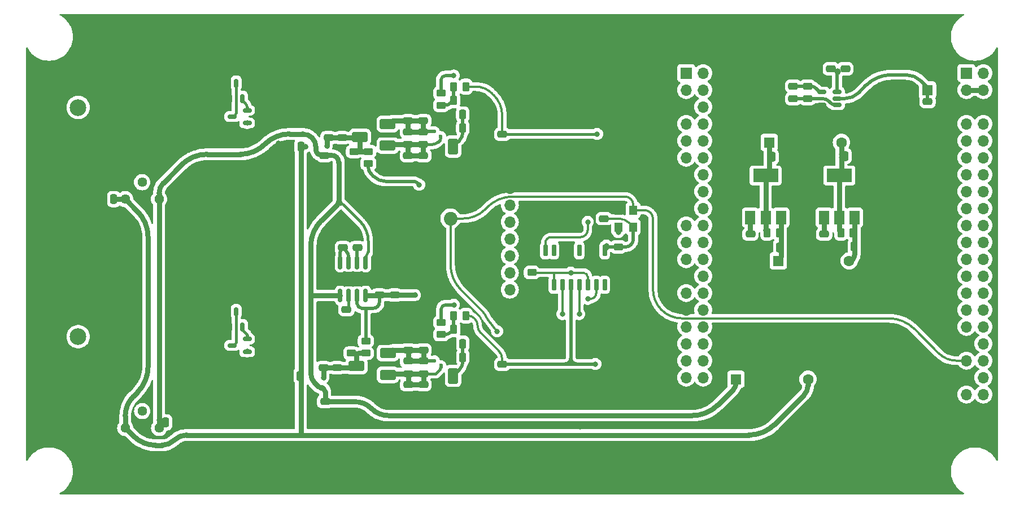
<source format=gbr>
%TF.GenerationSoftware,KiCad,Pcbnew,8.0.2*%
%TF.CreationDate,2024-10-09T13:35:06+01:00*%
%TF.ProjectId,MISRC V1.5,4d495352-4320-4563-912e-352e6b696361,0.3*%
%TF.SameCoordinates,Original*%
%TF.FileFunction,Copper,L2,Bot*%
%TF.FilePolarity,Positive*%
%FSLAX46Y46*%
G04 Gerber Fmt 4.6, Leading zero omitted, Abs format (unit mm)*
G04 Created by KiCad (PCBNEW 8.0.2) date 2024-10-09 13:35:06*
%MOMM*%
%LPD*%
G01*
G04 APERTURE LIST*
G04 Aperture macros list*
%AMRoundRect*
0 Rectangle with rounded corners*
0 $1 Rounding radius*
0 $2 $3 $4 $5 $6 $7 $8 $9 X,Y pos of 4 corners*
0 Add a 4 corners polygon primitive as box body*
4,1,4,$2,$3,$4,$5,$6,$7,$8,$9,$2,$3,0*
0 Add four circle primitives for the rounded corners*
1,1,$1+$1,$2,$3*
1,1,$1+$1,$4,$5*
1,1,$1+$1,$6,$7*
1,1,$1+$1,$8,$9*
0 Add four rect primitives between the rounded corners*
20,1,$1+$1,$2,$3,$4,$5,0*
20,1,$1+$1,$4,$5,$6,$7,0*
20,1,$1+$1,$6,$7,$8,$9,0*
20,1,$1+$1,$8,$9,$2,$3,0*%
G04 Aperture macros list end*
%TA.AperFunction,ComponentPad*%
%ADD10R,1.600000X1.600000*%
%TD*%
%TA.AperFunction,ComponentPad*%
%ADD11C,1.600000*%
%TD*%
%TA.AperFunction,ComponentPad*%
%ADD12R,1.700000X1.700000*%
%TD*%
%TA.AperFunction,ComponentPad*%
%ADD13O,1.700000X1.700000*%
%TD*%
%TA.AperFunction,ComponentPad*%
%ADD14C,2.050000*%
%TD*%
%TA.AperFunction,ComponentPad*%
%ADD15C,2.250000*%
%TD*%
%TA.AperFunction,ComponentPad*%
%ADD16C,1.440000*%
%TD*%
%TA.AperFunction,ComponentPad*%
%ADD17C,2.500000*%
%TD*%
%TA.AperFunction,ComponentPad*%
%ADD18C,2.400000*%
%TD*%
%TA.AperFunction,SMDPad,CuDef*%
%ADD19RoundRect,0.250000X-0.250000X-0.475000X0.250000X-0.475000X0.250000X0.475000X-0.250000X0.475000X0*%
%TD*%
%TA.AperFunction,SMDPad,CuDef*%
%ADD20RoundRect,0.250001X-0.924999X0.499999X-0.924999X-0.499999X0.924999X-0.499999X0.924999X0.499999X0*%
%TD*%
%TA.AperFunction,SMDPad,CuDef*%
%ADD21RoundRect,0.250000X-0.475000X0.250000X-0.475000X-0.250000X0.475000X-0.250000X0.475000X0.250000X0*%
%TD*%
%TA.AperFunction,SMDPad,CuDef*%
%ADD22RoundRect,0.250000X0.475000X-0.250000X0.475000X0.250000X-0.475000X0.250000X-0.475000X-0.250000X0*%
%TD*%
%TA.AperFunction,SMDPad,CuDef*%
%ADD23R,1.200000X1.400000*%
%TD*%
%TA.AperFunction,SMDPad,CuDef*%
%ADD24RoundRect,0.150000X0.150000X-0.512500X0.150000X0.512500X-0.150000X0.512500X-0.150000X-0.512500X0*%
%TD*%
%TA.AperFunction,SMDPad,CuDef*%
%ADD25RoundRect,0.250000X-0.450000X0.262500X-0.450000X-0.262500X0.450000X-0.262500X0.450000X0.262500X0*%
%TD*%
%TA.AperFunction,SMDPad,CuDef*%
%ADD26RoundRect,0.250000X-0.262500X-0.450000X0.262500X-0.450000X0.262500X0.450000X-0.262500X0.450000X0*%
%TD*%
%TA.AperFunction,SMDPad,CuDef*%
%ADD27RoundRect,0.250000X0.262500X0.450000X-0.262500X0.450000X-0.262500X-0.450000X0.262500X-0.450000X0*%
%TD*%
%TA.AperFunction,SMDPad,CuDef*%
%ADD28R,1.500000X2.000000*%
%TD*%
%TA.AperFunction,SMDPad,CuDef*%
%ADD29R,3.800000X2.000000*%
%TD*%
%TA.AperFunction,SMDPad,CuDef*%
%ADD30RoundRect,0.150000X0.150000X-0.825000X0.150000X0.825000X-0.150000X0.825000X-0.150000X-0.825000X0*%
%TD*%
%TA.AperFunction,SMDPad,CuDef*%
%ADD31R,3.000000X2.290000*%
%TD*%
%TA.AperFunction,SMDPad,CuDef*%
%ADD32RoundRect,0.250001X0.924999X-0.499999X0.924999X0.499999X-0.924999X0.499999X-0.924999X-0.499999X0*%
%TD*%
%TA.AperFunction,SMDPad,CuDef*%
%ADD33RoundRect,0.250000X0.250000X0.475000X-0.250000X0.475000X-0.250000X-0.475000X0.250000X-0.475000X0*%
%TD*%
%TA.AperFunction,SMDPad,CuDef*%
%ADD34RoundRect,0.250000X0.450000X-0.262500X0.450000X0.262500X-0.450000X0.262500X-0.450000X-0.262500X0*%
%TD*%
%TA.AperFunction,SMDPad,CuDef*%
%ADD35RoundRect,0.250001X-0.499999X-0.924999X0.499999X-0.924999X0.499999X0.924999X-0.499999X0.924999X0*%
%TD*%
%TA.AperFunction,SMDPad,CuDef*%
%ADD36RoundRect,0.150000X0.512500X0.150000X-0.512500X0.150000X-0.512500X-0.150000X0.512500X-0.150000X0*%
%TD*%
%TA.AperFunction,SMDPad,CuDef*%
%ADD37RoundRect,0.150000X0.150000X-0.725000X0.150000X0.725000X-0.150000X0.725000X-0.150000X-0.725000X0*%
%TD*%
%TA.AperFunction,ViaPad*%
%ADD38C,0.800000*%
%TD*%
%TA.AperFunction,ViaPad*%
%ADD39C,1.000000*%
%TD*%
%TA.AperFunction,ViaPad*%
%ADD40C,0.600000*%
%TD*%
%TA.AperFunction,Conductor*%
%ADD41C,0.500000*%
%TD*%
%TA.AperFunction,Conductor*%
%ADD42C,0.320000*%
%TD*%
%TA.AperFunction,Conductor*%
%ADD43C,0.400000*%
%TD*%
%TA.AperFunction,Conductor*%
%ADD44C,0.750000*%
%TD*%
%TA.AperFunction,Conductor*%
%ADD45C,0.800000*%
%TD*%
G04 APERTURE END LIST*
D10*
%TO.P,C19,1*%
%TO.N,GND*%
X181554000Y-118364000D03*
D11*
%TO.P,C19,2*%
%TO.N,-5VA*%
X178054000Y-118364000D03*
%TD*%
D12*
%TO.P,J2,1,Pin_1*%
%TO.N,GND*%
X133350000Y-107442000D03*
D13*
%TO.P,J2,2,Pin_2*%
%TO.N,Net-(J2-Pin_2)*%
X133350000Y-104902000D03*
%TO.P,J2,3,Pin_3*%
%TO.N,Net-(J2-Pin_3)*%
X133350000Y-102362000D03*
%TO.P,J2,4,Pin_4*%
%TO.N,Net-(J2-Pin_4)*%
X133350000Y-99822000D03*
%TO.P,J2,5,Pin_5*%
%TO.N,Net-(J2-Pin_5)*%
X133350000Y-97282000D03*
%TO.P,J2,6,Pin_6*%
%TO.N,Net-(J2-Pin_6)*%
X133350000Y-94742000D03*
%TO.P,J2,7,Pin_7*%
%TO.N,Net-(J2-Pin_7)*%
X133350000Y-92202000D03*
%TO.P,J2,8,Pin_8*%
%TO.N,GND*%
X133350000Y-89662000D03*
%TD*%
D12*
%TO.P,J3,1,V3P3*%
%TO.N,VDD*%
X201803000Y-72390000D03*
D13*
%TO.P,J3,2,V1P2*%
%TO.N,unconnected-(J3-V1P2-Pad2)*%
X204343000Y-72390000D03*
%TO.P,J3,3,USB3_VBUS*%
%TO.N,+5V*%
X201803000Y-74930000D03*
%TO.P,J3,4,USB3_VBUS*%
X204343000Y-74930000D03*
%TO.P,J3,6,GND*%
%TO.N,GND*%
X204343000Y-77470000D03*
%TO.P,J3,7,CTL12*%
%TO.N,unconnected-(J3-CTL12-Pad7)*%
X201803000Y-80010000D03*
%TO.P,J3,8,DQ15*%
%TO.N,Net-(J3-DQ15)*%
X204343000Y-80010000D03*
%TO.P,J3,9,CTL11*%
%TO.N,unconnected-(J3-CTL11-Pad9)*%
X201803000Y-82550000D03*
%TO.P,J3,10,DQ14*%
%TO.N,Net-(J3-DQ14)*%
X204343000Y-82550000D03*
%TO.P,J3,11,CTL10*%
%TO.N,unconnected-(J3-CTL10-Pad11)*%
X201803000Y-85090000D03*
%TO.P,J3,12,DQ13*%
%TO.N,Net-(J3-DQ13)*%
X204343000Y-85090000D03*
%TO.P,J3,13,CTL9*%
%TO.N,unconnected-(J3-CTL9-Pad13)*%
X201803000Y-87630000D03*
%TO.P,J3,14,DQ12*%
%TO.N,Net-(J3-DQ12)*%
X204343000Y-87630000D03*
%TO.P,J3,15,CTL8*%
%TO.N,unconnected-(J3-CTL8-Pad15)*%
X201803000Y-90170000D03*
%TO.P,J3,16,DQ11*%
%TO.N,Net-(J3-DQ11)*%
X204343000Y-90170000D03*
%TO.P,J3,17,CTL7*%
%TO.N,unconnected-(J3-CTL7-Pad17)*%
X201803000Y-92710000D03*
%TO.P,J3,18,DQ10*%
%TO.N,Net-(J3-DQ10)*%
X204343000Y-92710000D03*
%TO.P,J3,19,CTL6*%
%TO.N,unconnected-(J3-CTL6-Pad19)*%
X201803000Y-95250000D03*
%TO.P,J3,20,DQ9*%
%TO.N,Net-(J3-DQ9)*%
X204343000Y-95250000D03*
%TO.P,J3,21,CTL5*%
%TO.N,unconnected-(J3-CTL5-Pad21)*%
X201803000Y-97790000D03*
%TO.P,J3,22,DQ8*%
%TO.N,Net-(J3-DQ8)*%
X204343000Y-97790000D03*
%TO.P,J3,23,CTL4_SW*%
%TO.N,unconnected-(J3-CTL4_SW-Pad23)*%
X201803000Y-100330000D03*
%TO.P,J3,24,DQ7*%
%TO.N,Net-(J3-DQ7)*%
X204343000Y-100330000D03*
%TO.P,J3,25,CTL3*%
%TO.N,unconnected-(J3-CTL3-Pad25)*%
X201803000Y-102870000D03*
%TO.P,J3,26,DQ6*%
%TO.N,Net-(J3-DQ6)*%
X204343000Y-102870000D03*
%TO.P,J3,27,CTL2*%
%TO.N,unconnected-(J3-CTL2-Pad27)*%
X201803000Y-105410000D03*
%TO.P,J3,28,DQ5*%
%TO.N,Net-(J3-DQ5)*%
X204343000Y-105410000D03*
%TO.P,J3,29,CTL1*%
%TO.N,unconnected-(J3-CTL1-Pad29)*%
X201803000Y-107950000D03*
%TO.P,J3,30,DQ4*%
%TO.N,Net-(J3-DQ4)*%
X204343000Y-107950000D03*
%TO.P,J3,31,CTL0*%
%TO.N,unconnected-(J3-CTL0-Pad31)*%
X201803000Y-110490000D03*
%TO.P,J3,32,DQ3*%
%TO.N,Net-(J3-DQ3)*%
X204343000Y-110490000D03*
%TO.P,J3,33,GND*%
%TO.N,GND*%
X201803000Y-113030000D03*
%TO.P,J3,34,DQ2*%
%TO.N,Net-(J3-DQ2)*%
X204343000Y-113030000D03*
%TO.P,J3,35,PCLK*%
%TO.N,/Input_ADC_CH1/CLK*%
X201803000Y-115570000D03*
%TO.P,J3,36,DQ1*%
%TO.N,Net-(J3-DQ1)*%
X204343000Y-115570000D03*
%TO.P,J3,37,GND*%
%TO.N,GND*%
X201803000Y-118110000D03*
%TO.P,J3,38,DQ0*%
%TO.N,Net-(J3-DQ0)*%
X204343000Y-118110000D03*
%TO.P,J3,39,I2C_SDA_FX3*%
%TO.N,unconnected-(J3-I2C_SDA_FX3-Pad39)*%
X201803000Y-120650000D03*
%TO.P,J3,40,I2C_SCL_FX3*%
%TO.N,unconnected-(J3-I2C_SCL_FX3-Pad40)*%
X204343000Y-120650000D03*
%TD*%
D14*
%TO.P,J1,1,Pin_1*%
%TO.N,/Input_ADC_CH1/CLK*%
X124460000Y-94234000D03*
D15*
%TO.P,J1,2,Shield*%
%TO.N,GND*%
X121920000Y-91694000D03*
X121920000Y-96774000D03*
X127000000Y-91694000D03*
X127000000Y-96774000D03*
%TD*%
D16*
%TO.P,RV201,1,1*%
%TO.N,-5VA*%
X75692000Y-91313000D03*
%TO.P,RV201,2,2*%
%TO.N,Net-(R228-Pad2)*%
X78232000Y-88773000D03*
%TO.P,RV201,3,3*%
%TO.N,+5VA*%
X80772000Y-91313000D03*
%TD*%
D10*
%TO.P,C17,1*%
%TO.N,GND*%
X180721000Y-100584000D03*
D11*
%TO.P,C17,2*%
%TO.N,Net-(Q2-B)*%
X184221000Y-100584000D03*
%TD*%
D10*
%TO.P,C11,1*%
%TO.N,GND*%
X186564651Y-82804000D03*
D11*
%TO.P,C11,2*%
%TO.N,Net-(Q2-C)*%
X183064651Y-82804000D03*
%TD*%
D17*
%TO.P,J201,1*%
%TO.N,Net-(J101-Signal)*%
X68640000Y-77550000D03*
D18*
%TO.P,J201,2*%
%TO.N,GND*%
X65200000Y-74270000D03*
%TO.P,J201,3*%
X71800000Y-74260000D03*
%TO.P,J201,4*%
X65240000Y-80950000D03*
%TO.P,J201,5*%
X71850000Y-80840000D03*
%TD*%
D10*
%TO.P,C10,1*%
%TO.N,Net-(Q1-C)*%
X172240000Y-82801000D03*
D11*
%TO.P,C10,2*%
%TO.N,GND*%
X175740000Y-82801000D03*
%TD*%
D10*
%TO.P,C6,1*%
%TO.N,+5V*%
X195962651Y-74930000D03*
D11*
%TO.P,C6,2*%
%TO.N,GND*%
X192462651Y-74930000D03*
%TD*%
D10*
%TO.P,C18,1*%
%TO.N,+5VA*%
X167259000Y-118364000D03*
D11*
%TO.P,C18,2*%
%TO.N,GND*%
X170759000Y-118364000D03*
%TD*%
D17*
%TO.P,J201,1*%
%TO.N,Net-(J101-Signal)*%
X68645000Y-111960000D03*
D18*
%TO.P,J201,2*%
%TO.N,GND*%
X65205000Y-108680000D03*
%TO.P,J201,3*%
X71805000Y-108670000D03*
%TO.P,J201,4*%
X65245000Y-115360000D03*
%TO.P,J201,5*%
X71855000Y-115250000D03*
%TD*%
D10*
%TO.P,C16,1*%
%TO.N,Net-(Q1-B)*%
X173609000Y-100584000D03*
D11*
%TO.P,C16,2*%
%TO.N,GND*%
X170109000Y-100584000D03*
%TD*%
D16*
%TO.P,RV101,1,1*%
%TO.N,-5VA*%
X75707000Y-125685000D03*
%TO.P,RV101,2,2*%
%TO.N,Net-(R127-Pad2)*%
X78247000Y-123145000D03*
%TO.P,RV101,3,3*%
%TO.N,+5VA*%
X80787000Y-125685000D03*
%TD*%
D12*
%TO.P,J4,1,V3P3*%
%TO.N,VDD*%
X159800000Y-72390000D03*
D13*
%TO.P,J4,2,V1P2*%
%TO.N,unconnected-(J4-V1P2-Pad2)*%
X162340000Y-72390000D03*
%TO.P,J4,3,INT_N_CTL15*%
%TO.N,unconnected-(J4-INT_N_CTL15-Pad3)*%
X159800000Y-74930000D03*
%TO.P,J4,4,VIO*%
%TO.N,unconnected-(J4-VIO-Pad4)*%
X162340000Y-74930000D03*
%TO.P,J4,6,DQ31*%
%TO.N,Net-(J4-DQ31)*%
X162340000Y-77470000D03*
%TO.P,J4,7,PMODE_2*%
%TO.N,unconnected-(J4-PMODE_2-Pad7)*%
X159800000Y-80010000D03*
%TO.P,J4,8,DQ30*%
%TO.N,Net-(J4-DQ30)*%
X162340000Y-80010000D03*
%TO.P,J4,9,PMODE_1*%
%TO.N,unconnected-(J4-PMODE_1-Pad9)*%
X159800000Y-82550000D03*
%TO.P,J4,10,DQ29*%
%TO.N,Net-(J4-DQ29)*%
X162340000Y-82550000D03*
%TO.P,J4,11,PMODE_0*%
%TO.N,unconnected-(J4-PMODE_0-Pad11)*%
X159800000Y-85090000D03*
%TO.P,J4,12,DQ28*%
%TO.N,Net-(J4-DQ28)*%
X162340000Y-85090000D03*
%TO.P,J4,13,GND*%
%TO.N,GND*%
X159800000Y-87630000D03*
%TO.P,J4,14,GPIO45*%
%TO.N,unconnected-(J4-GPIO45-Pad14)*%
X162340000Y-87630000D03*
%TO.P,J4,15,GND*%
%TO.N,GND*%
X159800000Y-90170000D03*
%TO.P,J4,16,DQ27*%
%TO.N,Net-(J4-DQ27)*%
X162340000Y-90170000D03*
%TO.P,J4,17,GND*%
%TO.N,GND*%
X159800000Y-92710000D03*
%TO.P,J4,18,DQ26*%
%TO.N,Net-(J4-DQ26)*%
X162340000Y-92710000D03*
%TO.P,J4,19,SPI-MOSI_UART-RX*%
%TO.N,unconnected-(J4-SPI-MOSI_UART-RX-Pad19)*%
X159800000Y-95250000D03*
%TO.P,J4,20,DQ25*%
%TO.N,Net-(J4-DQ25)*%
X162340000Y-95250000D03*
%TO.P,J4,21,SPI-MISO_UART_TX*%
%TO.N,unconnected-(J4-SPI-MISO_UART_TX-Pad21)*%
X159800000Y-97790000D03*
%TO.P,J4,22,DQ24*%
%TO.N,Net-(J4-DQ24)*%
X162340000Y-97790000D03*
%TO.P,J4,23,SPI-SSN_UART-CTS*%
%TO.N,unconnected-(J4-SPI-SSN_UART-CTS-Pad23)*%
X159800000Y-100330000D03*
%TO.P,J4,24,DQ23*%
%TO.N,Net-(J4-DQ23)*%
X162340000Y-100330000D03*
%TO.P,J4,25,GND*%
%TO.N,GND*%
X159800000Y-102870000D03*
%TO.P,J4,26,DQ22*%
%TO.N,Net-(J4-DQ22)*%
X162340000Y-102870000D03*
%TO.P,J4,27,SPI-SCK_UART-RTS*%
%TO.N,unconnected-(J4-SPI-SCK_UART-RTS-Pad27)*%
X159800000Y-105410000D03*
%TO.P,J4,28,DQ21*%
%TO.N,Net-(J4-DQ21)*%
X162340000Y-105410000D03*
%TO.P,J4,29,GND*%
%TO.N,GND*%
X159800000Y-107950000D03*
%TO.P,J4,30,DQ20*%
%TO.N,Net-(J4-DQ20)*%
X162340000Y-107950000D03*
%TO.P,J4,31,I2S_WS*%
%TO.N,unconnected-(J4-I2S_WS-Pad31)*%
X159800000Y-110490000D03*
%TO.P,J4,32,DQ19*%
%TO.N,Net-(J4-DQ19)*%
X162340000Y-110490000D03*
%TO.P,J4,33,I2S_SD*%
%TO.N,unconnected-(J4-I2S_SD-Pad33)*%
X159800000Y-113030000D03*
%TO.P,J4,34,DQ18*%
%TO.N,Net-(J4-DQ18)*%
X162340000Y-113030000D03*
%TO.P,J4,35,GPIO57_I2S-MCLK_VIO3_SW*%
%TO.N,unconnected-(J4-GPIO57_I2S-MCLK_VIO3_SW-Pad35)*%
X159800000Y-115570000D03*
%TO.P,J4,36,DQ17*%
%TO.N,Net-(J4-DQ17)*%
X162340000Y-115570000D03*
%TO.P,J4,37,I2S_CLK*%
%TO.N,unconnected-(J4-I2S_CLK-Pad37)*%
X159800000Y-118110000D03*
%TO.P,J4,38,DQ16*%
%TO.N,Net-(J4-DQ16)*%
X162340000Y-118110000D03*
%TO.P,J4,39,GND*%
%TO.N,GND*%
X159800000Y-120650000D03*
%TO.P,J4,40,GND*%
X162340000Y-120650000D03*
%TD*%
D19*
%TO.P,C122,1*%
%TO.N,GND*%
X100015000Y-117856000D03*
%TO.P,C122,2*%
%TO.N,-5VA*%
X101915000Y-117856000D03*
%TD*%
D20*
%TO.P,C102,1*%
%TO.N,Net-(U101-VCM)*%
X110363000Y-116358000D03*
%TO.P,C102,2*%
%TO.N,GND*%
X110363000Y-119608000D03*
%TD*%
D21*
%TO.P,C226,1*%
%TO.N,VDD*%
X132207000Y-81600000D03*
%TO.P,C226,2*%
%TO.N,GND*%
X132207000Y-83500000D03*
%TD*%
D22*
%TO.P,C221,1*%
%TO.N,Net-(U202-REFT)*%
X118097000Y-83119000D03*
%TO.P,C221,2*%
%TO.N,Net-(U202-REFB)*%
X118097000Y-81219000D03*
%TD*%
D21*
%TO.P,C20,1*%
%TO.N,+5VA*%
X169418000Y-96586000D03*
%TO.P,C20,2*%
%TO.N,GND*%
X169418000Y-98486000D03*
%TD*%
%TO.P,C8,1*%
%TO.N,Net-(U6-CP+)*%
X175831500Y-74361000D03*
%TO.P,C8,2*%
%TO.N,Net-(U6-CP-)*%
X175831500Y-76261000D03*
%TD*%
D23*
%TO.P,X1,1,EN*%
%TO.N,Net-(X1-EN)*%
X149649000Y-95504000D03*
%TO.P,X1,2,GND*%
%TO.N,GND*%
X149649000Y-92964000D03*
%TO.P,X1,3,OUT*%
%TO.N,/Input_ADC_CH1/CLK*%
X151849000Y-92964000D03*
%TO.P,X1,4,V+*%
%TO.N,VDD*%
X151849000Y-95504000D03*
%TD*%
D24*
%TO.P,Q202,1,B*%
%TO.N,Net-(Q201-B)*%
X93279000Y-76194500D03*
%TO.P,Q202,2,E*%
%TO.N,GND*%
X91379000Y-76194500D03*
%TO.P,Q202,3,C*%
%TO.N,Net-(Q201-C)*%
X92329000Y-73919500D03*
%TD*%
D25*
%TO.P,R204,1*%
%TO.N,Net-(U201-VCM)*%
X112141000Y-84154000D03*
%TO.P,R204,2*%
%TO.N,VDDA*%
X112141000Y-85979000D03*
%TD*%
D22*
%TO.P,C22,1*%
%TO.N,GND*%
X108839000Y-109789000D03*
%TO.P,C22,2*%
%TO.N,Net-(U7-BYP)*%
X108839000Y-107889000D03*
%TD*%
D21*
%TO.P,C21,1*%
%TO.N,-5VA*%
X180467000Y-96586000D03*
%TO.P,C21,2*%
%TO.N,GND*%
X180467000Y-98486000D03*
%TD*%
D26*
%TO.P,R5,1*%
%TO.N,Net-(Q2-C)*%
X182983500Y-96393000D03*
%TO.P,R5,2*%
%TO.N,Net-(Q2-B)*%
X184808500Y-96393000D03*
%TD*%
D27*
%TO.P,R126,1*%
%TO.N,GND*%
X126769500Y-110871000D03*
%TO.P,R126,2*%
%TO.N,Net-(U102-MODE)*%
X124944500Y-110871000D03*
%TD*%
D21*
%TO.P,C114,1*%
%TO.N,GND*%
X120396000Y-112080000D03*
%TO.P,C114,2*%
%TO.N,Net-(U102-REFB)*%
X120396000Y-113980000D03*
%TD*%
D19*
%TO.P,C216,1*%
%TO.N,Net-(U202-VREF)*%
X126291000Y-80645000D03*
%TO.P,C216,2*%
%TO.N,GND*%
X128191000Y-80645000D03*
%TD*%
D27*
%TO.P,R226,1*%
%TO.N,GND*%
X126756500Y-76454000D03*
%TO.P,R226,2*%
%TO.N,Net-(U202-MODE)*%
X124931500Y-76454000D03*
%TD*%
D21*
%TO.P,C213,1*%
%TO.N,GND*%
X118097000Y-77663000D03*
%TO.P,C213,2*%
%TO.N,Net-(U202-REFB)*%
X118097000Y-79563000D03*
%TD*%
%TO.P,C7,1*%
%TO.N,+5V*%
X195961000Y-76647000D03*
%TO.P,C7,2*%
%TO.N,GND*%
X195961000Y-78547000D03*
%TD*%
D28*
%TO.P,Q2,1,B*%
%TO.N,Net-(Q2-B)*%
X185053000Y-94082000D03*
%TO.P,Q2,2,C*%
%TO.N,Net-(Q2-C)*%
X182753000Y-94082000D03*
D29*
X182753000Y-87782000D03*
D28*
%TO.P,Q2,3,E*%
%TO.N,-5VA*%
X180453000Y-94082000D03*
%TD*%
D19*
%TO.P,C15,1*%
%TO.N,Net-(Q2-B)*%
X184978000Y-98425000D03*
%TO.P,C15,2*%
%TO.N,GND*%
X186878000Y-98425000D03*
%TD*%
D22*
%TO.P,C112,1*%
%TO.N,GND*%
X118110000Y-121092000D03*
%TO.P,C112,2*%
%TO.N,Net-(U102-REFT)*%
X118110000Y-119192000D03*
%TD*%
%TO.P,C31,1*%
%TO.N,VDD*%
X147447000Y-94234000D03*
%TO.P,C31,2*%
%TO.N,GND*%
X147447000Y-92334000D03*
%TD*%
D24*
%TO.P,Q102,1,B*%
%TO.N,Net-(Q101-B)*%
X93279000Y-110490000D03*
%TO.P,Q102,2,E*%
%TO.N,GND*%
X91379000Y-110490000D03*
%TO.P,Q102,3,C*%
%TO.N,Net-(Q101-C)*%
X92329000Y-108215000D03*
%TD*%
D21*
%TO.P,C223,1*%
%TO.N,+5VA*%
X105537000Y-84775000D03*
%TO.P,C223,2*%
%TO.N,GND*%
X105537000Y-86675000D03*
%TD*%
%TO.P,C214,1*%
%TO.N,GND*%
X120383000Y-77663000D03*
%TO.P,C214,2*%
%TO.N,Net-(U202-REFB)*%
X120383000Y-79563000D03*
%TD*%
D30*
%TO.P,U7,1,VOUT*%
%TO.N,VDDA*%
X111748000Y-105788000D03*
%TO.P,U7,2,SENSE*%
X110478000Y-105788000D03*
%TO.P,U7,3,BYP*%
%TO.N,Net-(U7-BYP)*%
X109208000Y-105788000D03*
%TO.P,U7,4,EN*%
%TO.N,+5VA*%
X107938000Y-105788000D03*
%TO.P,U7,5,REF_SENSE*%
%TO.N,Net-(U7-REF)*%
X107938000Y-100838000D03*
%TO.P,U7,6,REF*%
X109208000Y-100838000D03*
%TO.P,U7,7,VREG*%
%TO.N,Net-(U7-VREG)*%
X110478000Y-100838000D03*
%TO.P,U7,8,VIN*%
%TO.N,+5VA*%
X111748000Y-100838000D03*
D31*
%TO.P,U7,9,GND*%
%TO.N,GND*%
X109843000Y-103313000D03*
%TD*%
D32*
%TO.P,C217,1*%
%TO.N,Net-(U202-REFT)*%
X115049000Y-83286000D03*
%TO.P,C217,2*%
%TO.N,Net-(U202-REFB)*%
X115049000Y-80036000D03*
%TD*%
D19*
%TO.P,C14,1*%
%TO.N,Net-(Q1-B)*%
X173802000Y-98552000D03*
%TO.P,C14,2*%
%TO.N,GND*%
X175702000Y-98552000D03*
%TD*%
D25*
%TO.P,R125,1*%
%TO.N,Net-(R125-Pad1)*%
X123063000Y-109831500D03*
%TO.P,R125,2*%
%TO.N,Net-(U102-MODE)*%
X123063000Y-111656500D03*
%TD*%
D19*
%TO.P,C115,1*%
%TO.N,Net-(U102-VREF)*%
X126304000Y-113030000D03*
%TO.P,C115,2*%
%TO.N,GND*%
X128204000Y-113030000D03*
%TD*%
D22*
%TO.P,C111,1*%
%TO.N,GND*%
X120396000Y-121092000D03*
%TO.P,C111,2*%
%TO.N,Net-(U102-REFT)*%
X120396000Y-119192000D03*
%TD*%
D27*
%TO.P,R224,1*%
%TO.N,VDD*%
X126756500Y-74422000D03*
%TO.P,R224,2*%
%TO.N,Net-(U202-MODE)*%
X124931500Y-74422000D03*
%TD*%
D33*
%TO.P,C29,1*%
%TO.N,-5VA*%
X73975000Y-91313000D03*
%TO.P,C29,2*%
%TO.N,GND*%
X72075000Y-91313000D03*
%TD*%
D22*
%TO.P,C204,1*%
%TO.N,Net-(U201-VCM)*%
X106172000Y-82103000D03*
%TO.P,C204,2*%
%TO.N,GND*%
X106172000Y-80203000D03*
%TD*%
D28*
%TO.P,Q1,1,B*%
%TO.N,Net-(Q1-B)*%
X174004000Y-94082000D03*
%TO.P,Q1,2,C*%
%TO.N,Net-(Q1-C)*%
X171704000Y-94082000D03*
D29*
X171704000Y-87782000D03*
D28*
%TO.P,Q1,3,E*%
%TO.N,+5VA*%
X169404000Y-94082000D03*
%TD*%
D19*
%TO.P,C116,1*%
%TO.N,Net-(U102-VREF)*%
X126304000Y-115062000D03*
%TO.P,C116,2*%
%TO.N,GND*%
X128204000Y-115062000D03*
%TD*%
D22*
%TO.P,C211,1*%
%TO.N,GND*%
X120383000Y-86675000D03*
%TO.P,C211,2*%
%TO.N,Net-(U202-REFT)*%
X120383000Y-84775000D03*
%TD*%
D21*
%TO.P,C113,1*%
%TO.N,GND*%
X118110000Y-112080000D03*
%TO.P,C113,2*%
%TO.N,Net-(U102-REFB)*%
X118110000Y-113980000D03*
%TD*%
D25*
%TO.P,R225,1*%
%TO.N,Net-(R225-Pad1)*%
X123050000Y-75414500D03*
%TO.P,R225,2*%
%TO.N,Net-(U202-MODE)*%
X123050000Y-77239500D03*
%TD*%
D27*
%TO.P,R124,1*%
%TO.N,VDD*%
X126769500Y-108839000D03*
%TO.P,R124,2*%
%TO.N,Net-(U102-MODE)*%
X124944500Y-108839000D03*
%TD*%
D19*
%TO.P,C12,1*%
%TO.N,Net-(Q1-C)*%
X172659000Y-84963000D03*
%TO.P,C12,2*%
%TO.N,GND*%
X174559000Y-84963000D03*
%TD*%
D21*
%TO.P,C126,1*%
%TO.N,VDD*%
X132207000Y-116144000D03*
%TO.P,C126,2*%
%TO.N,GND*%
X132207000Y-118044000D03*
%TD*%
D34*
%TO.P,R104,1*%
%TO.N,Net-(U101-VCM)*%
X111760000Y-114450500D03*
%TO.P,R104,2*%
%TO.N,VDDA*%
X111760000Y-112625500D03*
%TD*%
D22*
%TO.P,C220,1*%
%TO.N,Net-(U202-REFT)*%
X120383000Y-83119000D03*
%TO.P,C220,2*%
%TO.N,Net-(U202-REFB)*%
X120383000Y-81219000D03*
%TD*%
D21*
%TO.P,C23,1*%
%TO.N,GND*%
X110490000Y-96713000D03*
%TO.P,C23,2*%
%TO.N,Net-(U7-VREG)*%
X110490000Y-98613000D03*
%TD*%
D32*
%TO.P,C117,1*%
%TO.N,Net-(U102-REFT)*%
X115062000Y-117703000D03*
%TO.P,C117,2*%
%TO.N,Net-(U102-REFB)*%
X115062000Y-114453000D03*
%TD*%
D35*
%TO.P,C110,1*%
%TO.N,Net-(U102-VREF)*%
X124867000Y-117856000D03*
%TO.P,C110,2*%
%TO.N,GND*%
X128117000Y-117856000D03*
%TD*%
D36*
%TO.P,U6,1,VOUT*%
%TO.N,Net-(U6-VOUT)*%
X182430000Y-75250000D03*
%TO.P,U6,2,VIN*%
%TO.N,+5V*%
X182430000Y-76200000D03*
%TO.P,U6,3,CP-*%
%TO.N,Net-(U6-CP-)*%
X182430000Y-77150000D03*
%TO.P,U6,4,GND*%
%TO.N,GND*%
X180155000Y-77150000D03*
%TO.P,U6,5,CP+*%
%TO.N,Net-(U6-CP+)*%
X180155000Y-75250000D03*
%TD*%
D21*
%TO.P,C27,1*%
%TO.N,GND*%
X181483000Y-69850000D03*
%TO.P,C27,2*%
%TO.N,Net-(U6-VOUT)*%
X181483000Y-71750000D03*
%TD*%
D26*
%TO.P,R4,1*%
%TO.N,Net-(Q1-C)*%
X171934500Y-96393000D03*
%TO.P,R4,2*%
%TO.N,Net-(Q1-B)*%
X173759500Y-96393000D03*
%TD*%
D32*
%TO.P,C202,1*%
%TO.N,Net-(U201-VCM)*%
X110871000Y-81990000D03*
%TO.P,C202,2*%
%TO.N,GND*%
X110871000Y-78740000D03*
%TD*%
D36*
%TO.P,Q101,1,B*%
%TO.N,Net-(Q101-B)*%
X93974500Y-112334000D03*
%TO.P,Q101,2,E*%
%TO.N,Net-(Q101-E)*%
X93974500Y-114234000D03*
%TO.P,Q101,3,C*%
%TO.N,Net-(Q101-C)*%
X91699500Y-113284000D03*
%TD*%
D37*
%TO.P,U1,1,Q*%
%TO.N,unconnected-(U1D-Q-Pad1)*%
X147574000Y-104175000D03*
%TO.P,U1,2,Q*%
%TO.N,Net-(D1-A)*%
X146304000Y-104175000D03*
%TO.P,U1,3,R*%
%TO.N,Net-(U1A-R)*%
X145034000Y-104175000D03*
%TO.P,U1,4,S*%
%TO.N,/OTRA*%
X143764000Y-104175000D03*
%TO.P,U1,5,E*%
%TO.N,VDD*%
X142494000Y-104175000D03*
%TO.P,U1,6,S*%
%TO.N,/OTRB*%
X141224000Y-104175000D03*
%TO.P,U1,7,R*%
%TO.N,Net-(U1A-R)*%
X139954000Y-104175000D03*
%TO.P,U1,8,VSS*%
%TO.N,GND*%
X138684000Y-104175000D03*
%TO.P,U1,9,Q*%
%TO.N,Net-(D2-A)*%
X138684000Y-99025000D03*
%TO.P,U1,10,Q*%
%TO.N,unconnected-(U1C-Q-Pad10)*%
X139954000Y-99025000D03*
%TO.P,U1,11,R*%
%TO.N,GND*%
X141224000Y-99025000D03*
%TO.P,U1,12,S*%
X142494000Y-99025000D03*
%TO.P,U1,13*%
%TO.N,N/C*%
X143764000Y-99025000D03*
%TO.P,U1,14,S*%
%TO.N,GND*%
X145034000Y-99025000D03*
%TO.P,U1,15,R*%
X146304000Y-99025000D03*
%TO.P,U1,16,VDD*%
%TO.N,VDD*%
X147574000Y-99025000D03*
%TD*%
D22*
%TO.P,C104,1*%
%TO.N,Net-(U101-VCM)*%
X105410000Y-116647000D03*
%TO.P,C104,2*%
%TO.N,GND*%
X105410000Y-114747000D03*
%TD*%
D34*
%TO.P,R1,1*%
%TO.N,GND*%
X136652000Y-104163500D03*
%TO.P,R1,2*%
%TO.N,Net-(U1A-R)*%
X136652000Y-102338500D03*
%TD*%
%TO.P,R205,1*%
%TO.N,GND*%
X109982000Y-86002500D03*
%TO.P,R205,2*%
%TO.N,Net-(U201-VCM)*%
X109982000Y-84177500D03*
%TD*%
D21*
%TO.P,C28,1*%
%TO.N,GND*%
X183642000Y-69850000D03*
%TO.P,C28,2*%
%TO.N,Net-(U6-VOUT)*%
X183642000Y-71750000D03*
%TD*%
D36*
%TO.P,Q201,1,B*%
%TO.N,Net-(Q201-B)*%
X93980000Y-77978000D03*
%TO.P,Q201,2,E*%
%TO.N,Net-(Q201-E)*%
X93980000Y-79878000D03*
%TO.P,Q201,3,C*%
%TO.N,Net-(Q201-C)*%
X91705000Y-78928000D03*
%TD*%
D22*
%TO.P,C212,1*%
%TO.N,GND*%
X118097000Y-86675000D03*
%TO.P,C212,2*%
%TO.N,Net-(U202-REFT)*%
X118097000Y-84775000D03*
%TD*%
D21*
%TO.P,C5,1*%
%TO.N,VDD*%
X149606000Y-98491000D03*
%TO.P,C5,2*%
%TO.N,GND*%
X149606000Y-100391000D03*
%TD*%
D22*
%TO.P,C120,1*%
%TO.N,Net-(U102-REFT)*%
X120396000Y-117536000D03*
%TO.P,C120,2*%
%TO.N,Net-(U102-REFB)*%
X120396000Y-115636000D03*
%TD*%
%TO.P,C203,1*%
%TO.N,Net-(U201-VCM)*%
X108204000Y-82103000D03*
%TO.P,C203,2*%
%TO.N,GND*%
X108204000Y-80203000D03*
%TD*%
D19*
%TO.P,C13,1*%
%TO.N,Net-(Q2-C)*%
X183581000Y-84836000D03*
%TO.P,C13,2*%
%TO.N,GND*%
X185481000Y-84836000D03*
%TD*%
D22*
%TO.P,C103,1*%
%TO.N,Net-(U101-VCM)*%
X107442000Y-116647000D03*
%TO.P,C103,2*%
%TO.N,GND*%
X107442000Y-114747000D03*
%TD*%
D19*
%TO.P,C215,1*%
%TO.N,Net-(U202-VREF)*%
X126291000Y-78613000D03*
%TO.P,C215,2*%
%TO.N,GND*%
X128191000Y-78613000D03*
%TD*%
D21*
%TO.P,C123,1*%
%TO.N,+5VA*%
X105664000Y-121732000D03*
%TO.P,C123,2*%
%TO.N,GND*%
X105664000Y-123632000D03*
%TD*%
D19*
%TO.P,C222,1*%
%TO.N,GND*%
X100142000Y-83439000D03*
%TO.P,C222,2*%
%TO.N,-5VA*%
X102042000Y-83439000D03*
%TD*%
D22*
%TO.P,C121,1*%
%TO.N,Net-(U102-REFT)*%
X118110000Y-117536000D03*
%TO.P,C121,2*%
%TO.N,Net-(U102-REFB)*%
X118110000Y-115636000D03*
%TD*%
D35*
%TO.P,C210,1*%
%TO.N,Net-(U202-VREF)*%
X124854000Y-83439000D03*
%TO.P,C210,2*%
%TO.N,GND*%
X128104000Y-83439000D03*
%TD*%
D22*
%TO.P,C25,1*%
%TO.N,VDDA*%
X116078000Y-105725000D03*
%TO.P,C25,2*%
%TO.N,GND*%
X116078000Y-103825000D03*
%TD*%
D19*
%TO.P,C30,1*%
%TO.N,+5VA*%
X81727000Y-124841000D03*
%TO.P,C30,2*%
%TO.N,GND*%
X83627000Y-124841000D03*
%TD*%
D25*
%TO.P,R105,1*%
%TO.N,GND*%
X109601000Y-112625500D03*
%TO.P,R105,2*%
%TO.N,Net-(U101-VCM)*%
X109601000Y-114450500D03*
%TD*%
D21*
%TO.P,C9,1*%
%TO.N,Net-(U6-CP+)*%
X177990500Y-74361000D03*
%TO.P,C9,2*%
%TO.N,Net-(U6-CP-)*%
X177990500Y-76261000D03*
%TD*%
D22*
%TO.P,C26,1*%
%TO.N,VDDA*%
X113792000Y-105725000D03*
%TO.P,C26,2*%
%TO.N,GND*%
X113792000Y-103825000D03*
%TD*%
%TO.P,C24,1*%
%TO.N,Net-(U7-REF)*%
X108331000Y-98613000D03*
%TO.P,C24,2*%
%TO.N,GND*%
X108331000Y-96713000D03*
%TD*%
D38*
%TO.N,VDD*%
X146431000Y-81534000D03*
X132461000Y-81534000D03*
X132207000Y-116078000D03*
X147828000Y-98298000D03*
X146177000Y-116078000D03*
%TO.N,GND*%
X173990000Y-107696000D03*
X99060000Y-99822000D03*
X82931000Y-96393000D03*
X135128000Y-100965000D03*
X124079000Y-132461000D03*
X186055000Y-70866000D03*
X108458000Y-68453000D03*
X125222000Y-129413000D03*
X144907000Y-89281000D03*
X185039000Y-91059000D03*
X70358000Y-96266000D03*
X128143000Y-134366000D03*
X70739000Y-129794000D03*
X114554000Y-90170000D03*
X176149000Y-102870000D03*
X105537000Y-102489000D03*
X144145000Y-114554000D03*
X127762000Y-99314000D03*
X116332000Y-108077000D03*
X205232000Y-128397000D03*
X126492000Y-107061000D03*
X190246000Y-73914000D03*
X128397000Y-120015000D03*
X66548000Y-90170000D03*
X81915000Y-69469000D03*
X90170000Y-120777000D03*
X141732000Y-117602000D03*
X97663000Y-70993000D03*
X194183000Y-134493000D03*
X194056000Y-64516000D03*
X82296000Y-133858000D03*
X108839000Y-102743000D03*
X144907000Y-83058000D03*
X174244000Y-120904000D03*
X83312000Y-78867000D03*
X128397000Y-86995000D03*
X99314000Y-134620000D03*
X144907000Y-77978000D03*
X191583676Y-76946174D03*
X168656000Y-83820000D03*
X77597000Y-110109000D03*
X109093000Y-123190000D03*
X146939000Y-107315000D03*
X109347000Y-89408000D03*
X117856000Y-90678000D03*
X120650000Y-134493000D03*
X66548000Y-95758000D03*
X164211000Y-119253000D03*
X130937000Y-103505000D03*
X116332000Y-76581000D03*
X200914000Y-127508000D03*
X164973000Y-115443000D03*
X169164000Y-106680000D03*
X141351000Y-100838000D03*
X69215000Y-91313000D03*
X107442000Y-112903000D03*
X183134000Y-115443000D03*
X94488000Y-92583000D03*
X106299000Y-90170000D03*
X156972000Y-72517000D03*
X168783000Y-64389000D03*
X109855000Y-103886000D03*
X86614000Y-134747000D03*
X156591000Y-115443000D03*
X141478000Y-83058000D03*
X186055000Y-115697000D03*
X137160000Y-105537000D03*
X76076797Y-74612000D03*
X64516000Y-91821000D03*
X116459000Y-111633000D03*
X117221000Y-100076000D03*
X198628000Y-134366000D03*
X191897000Y-70993000D03*
X147066000Y-100838000D03*
X179959000Y-113157000D03*
X141732000Y-92583000D03*
X177165000Y-87503000D03*
X169799000Y-91186000D03*
X120904000Y-100330000D03*
X90043000Y-78486000D03*
X79375000Y-67945000D03*
X89789000Y-131191000D03*
X64643000Y-122936000D03*
X166116000Y-72390000D03*
X182245000Y-104775000D03*
X116459000Y-68199000D03*
X119253000Y-75819000D03*
X105537000Y-100711000D03*
X180467000Y-91059000D03*
X168529000Y-121666000D03*
X169672000Y-74676000D03*
X121031000Y-107315000D03*
X113030000Y-78613000D03*
X122174000Y-125222000D03*
X153670000Y-128016000D03*
X179451000Y-84201000D03*
X144181456Y-87670692D03*
X174625000Y-118618000D03*
X137922000Y-121539000D03*
X96012000Y-81407000D03*
X123190000Y-88265000D03*
X165862000Y-87122000D03*
X175641000Y-113792000D03*
X88900000Y-116967000D03*
X185674000Y-118491000D03*
X110871000Y-103886000D03*
X110871000Y-102743000D03*
X77851000Y-131572000D03*
X148209000Y-79375000D03*
X121158000Y-70612000D03*
X192786000Y-67564000D03*
X88138000Y-120904000D03*
X187833000Y-78232000D03*
X165100000Y-76073000D03*
X73914000Y-65659000D03*
X130937000Y-93599000D03*
X95631000Y-112522000D03*
X119253000Y-122301000D03*
X180086000Y-107823000D03*
X144272000Y-131953000D03*
X99187000Y-129286000D03*
X116459000Y-125222000D03*
X116332000Y-97409000D03*
X74930000Y-97917000D03*
X62865000Y-89408000D03*
X143129000Y-70104000D03*
X188595000Y-75819000D03*
X157734000Y-67818000D03*
X189992000Y-80264000D03*
X199136000Y-76708000D03*
X138176000Y-64516000D03*
X109220000Y-94869000D03*
X95885000Y-115697000D03*
X114046000Y-100457000D03*
X205359000Y-123825000D03*
X106553000Y-64897000D03*
X183007000Y-111252000D03*
X142113000Y-129921000D03*
X161671000Y-67945000D03*
X70104000Y-93853000D03*
X95631000Y-110617000D03*
X182626000Y-121539000D03*
X97155000Y-103124000D03*
X198628000Y-73279000D03*
X75184000Y-66421000D03*
X117602000Y-94234000D03*
X92583000Y-116840000D03*
X184785000Y-77851000D03*
X125984000Y-125222000D03*
X144907000Y-66421000D03*
X84582000Y-82423000D03*
X144526000Y-92710000D03*
X95758000Y-94742000D03*
X151638000Y-106172000D03*
X95377000Y-75946000D03*
X99695000Y-102743000D03*
X111125000Y-90043000D03*
X128184000Y-81956000D03*
X64135000Y-127000000D03*
X98679000Y-82931000D03*
X152146000Y-104394000D03*
X95758000Y-106299000D03*
X129667000Y-125349000D03*
X128905000Y-128651000D03*
X150241000Y-67691000D03*
X176149000Y-119761000D03*
X67437000Y-70739000D03*
X129921000Y-72898000D03*
X98933000Y-124968000D03*
X144526000Y-119761000D03*
X126873000Y-121793000D03*
X83312000Y-73152000D03*
X169418000Y-113665000D03*
X98679000Y-117221000D03*
X151130000Y-125222000D03*
X131064000Y-105537000D03*
X108077000Y-93599000D03*
X175768000Y-70993000D03*
X152654000Y-81788000D03*
X64262000Y-96774000D03*
X90170000Y-73914000D03*
X93091000Y-134747000D03*
X199263000Y-79248000D03*
X128524000Y-121793000D03*
X188214000Y-86106000D03*
X83566000Y-107696000D03*
X81534000Y-130556000D03*
X175768000Y-67945000D03*
X94742000Y-128143000D03*
X182372000Y-67818000D03*
X108839000Y-103886000D03*
X141351000Y-77978000D03*
X94615000Y-96774000D03*
X193929000Y-80264000D03*
X111125000Y-88519000D03*
X141605000Y-119761000D03*
X152781000Y-106299000D03*
X165481000Y-93218000D03*
X192278000Y-83058000D03*
X69342000Y-66167000D03*
X150876000Y-103632000D03*
X128184000Y-116373000D03*
X94742000Y-132080000D03*
X107188000Y-123063000D03*
X87757000Y-112903000D03*
X72760485Y-127578531D03*
X170434000Y-76835000D03*
X69469000Y-127127000D03*
X93472000Y-100203000D03*
X93218000Y-120396000D03*
X170434000Y-69469000D03*
X169291000Y-102616000D03*
X106299000Y-88011000D03*
X144907000Y-111252000D03*
X88646000Y-123952000D03*
X130810000Y-96393000D03*
X87122000Y-99822000D03*
X103505000Y-134874000D03*
X87757000Y-108331000D03*
X142113000Y-89662000D03*
X142240000Y-134366000D03*
X196088000Y-70358000D03*
X88519000Y-82423000D03*
X99187000Y-90678000D03*
X145796000Y-129159000D03*
X110490000Y-110109000D03*
X82550000Y-65532000D03*
X117602000Y-102743000D03*
X106172000Y-113030000D03*
X78232000Y-125730000D03*
X153670000Y-67437000D03*
X84582000Y-116840000D03*
X146296158Y-134304578D03*
X189103000Y-67945000D03*
X81026000Y-81153000D03*
X98425000Y-65913000D03*
X123825000Y-122428000D03*
X107950000Y-131826000D03*
X117856000Y-65532000D03*
X141478000Y-66802000D03*
X109220000Y-87249000D03*
X83439000Y-122428000D03*
X142621000Y-85979000D03*
X144150003Y-73178548D03*
X82804000Y-103124000D03*
X76835000Y-102362000D03*
X166624000Y-67564000D03*
X156464000Y-64389000D03*
X141732000Y-125222000D03*
X172085000Y-110998000D03*
X165608000Y-99187000D03*
X146177000Y-125222000D03*
X137922000Y-100965000D03*
X116205000Y-94869000D03*
X198374000Y-64516000D03*
X144526000Y-117348000D03*
X84709000Y-88265000D03*
X71120000Y-123571000D03*
X165989000Y-81534000D03*
X197104000Y-131445000D03*
X78613000Y-80772000D03*
X186055000Y-102489000D03*
X130777513Y-101454932D03*
X165227000Y-107315000D03*
X143891000Y-125476000D03*
X177292000Y-78867000D03*
X199390000Y-129286000D03*
X152146000Y-102235000D03*
X172212000Y-116078000D03*
X107696000Y-78740000D03*
X111633000Y-134366000D03*
X126746000Y-103505000D03*
X122428000Y-128651000D03*
X63998323Y-101213414D03*
X154940000Y-111379000D03*
X164846000Y-103124000D03*
X106934000Y-124587000D03*
X114681000Y-87249000D03*
X77470000Y-114173000D03*
X112014000Y-73660000D03*
X90043000Y-64897000D03*
X73406000Y-132334000D03*
X150876000Y-101346000D03*
X115062000Y-112395000D03*
X111633000Y-68326000D03*
X83439000Y-113284000D03*
X174018000Y-90681000D03*
X153035000Y-111506000D03*
X107950000Y-73660000D03*
X121920000Y-131318000D03*
X142240000Y-75184000D03*
X72009000Y-99949000D03*
X129286000Y-132334000D03*
X123317000Y-102743000D03*
X93218000Y-83185000D03*
X129794000Y-88900000D03*
X129667000Y-66294000D03*
X87630000Y-129794000D03*
X114554000Y-122428000D03*
X185928000Y-113284000D03*
X109855000Y-102743000D03*
X136652000Y-134620000D03*
X67310000Y-123825000D03*
X76581000Y-99441000D03*
X165227000Y-111506000D03*
X184404000Y-106553000D03*
X108077000Y-129413000D03*
X67056000Y-99822000D03*
X185166000Y-64262000D03*
X71020000Y-69180000D03*
X68072000Y-102616000D03*
D39*
%TO.N,+5VA*%
X169418000Y-94615000D03*
D38*
X105283000Y-119634000D03*
X105283000Y-84709000D03*
D39*
%TO.N,-5VA*%
X180467000Y-94615000D03*
D38*
X101854000Y-117983000D03*
X102743000Y-83439000D03*
%TO.N,VDDA*%
X119761000Y-89154000D03*
X119126000Y-105725000D03*
%TO.N,/Input_ADC_CH1/CLK*%
X131445000Y-111162617D03*
%TO.N,/OTRA*%
X143764000Y-108585000D03*
%TO.N,/OTRB*%
X141224000Y-108585000D03*
D39*
%TO.N,Net-(U6-VOUT)*%
X182499000Y-72136000D03*
D38*
%TO.N,Net-(U101-VCM)*%
X105410000Y-118110000D03*
%TO.N,Net-(Q101-E)*%
X93980000Y-114173000D03*
%TO.N,Net-(U102-VREF)*%
X126238000Y-115062000D03*
D40*
%TO.N,Net-(U102-REFT)*%
X123018011Y-116313937D03*
%TO.N,Net-(U102-REFB)*%
X122047000Y-115570000D03*
D38*
%TO.N,Net-(U201-VCM)*%
X105918000Y-83312000D03*
%TO.N,Net-(Q201-E)*%
X93980000Y-79878000D03*
%TO.N,Net-(U202-VREF)*%
X126225000Y-80645000D03*
D40*
%TO.N,Net-(U202-REFT)*%
X123005011Y-81896937D03*
%TO.N,Net-(U202-REFB)*%
X122034000Y-81153000D03*
D38*
%TO.N,Net-(D1-A)*%
X145034000Y-106299000D03*
%TO.N,Net-(D2-A)*%
X145034000Y-94742000D03*
%TO.N,Net-(U1A-R)*%
X142494000Y-102362000D03*
%TO.N,Net-(U102-MODE)*%
X123063000Y-111656500D03*
%TO.N,Net-(R125-Pad1)*%
X124968000Y-107188000D03*
%TO.N,Net-(U202-MODE)*%
X123050000Y-77239500D03*
%TO.N,Net-(R225-Pad1)*%
X124955000Y-72771000D03*
%TO.N,Net-(X1-EN)*%
X149606000Y-96266000D03*
%TD*%
D41*
%TO.N,VDD*%
X145105188Y-116078000D02*
X145090801Y-116078000D01*
X145882070Y-116078000D02*
X145867683Y-116078000D01*
D42*
X127941000Y-109145000D02*
X128097118Y-109301118D01*
D41*
X145896457Y-116078000D02*
X145882070Y-116078000D01*
X141055327Y-116078000D02*
X141012167Y-116078000D01*
X135128000Y-116078000D02*
X133286500Y-116078000D01*
X144220405Y-116078000D02*
X143990218Y-116078000D01*
X139803681Y-116078000D02*
X139961935Y-116078000D01*
D42*
X151214000Y-94869000D02*
X151849000Y-95504000D01*
D43*
X132461000Y-81534000D02*
X146431000Y-81534000D01*
D41*
X145054834Y-116078000D02*
X144997287Y-116078000D01*
X145918037Y-116078000D02*
X145896457Y-116078000D01*
X140724431Y-116078000D02*
X140580564Y-116078000D01*
X138983640Y-116078000D02*
X138868546Y-116078000D01*
X141170421Y-116078000D02*
X141055327Y-116078000D01*
X147741230Y-98857769D02*
X147840999Y-98757999D01*
X145680655Y-116078000D02*
X145601528Y-116078000D01*
X140983393Y-116078000D02*
X140954619Y-116078000D01*
X145220281Y-116078000D02*
X145148348Y-116078000D01*
X145824521Y-116078000D02*
X145752588Y-116078000D01*
X139328919Y-116078000D02*
X139213826Y-116078000D01*
X138177983Y-116078000D02*
X138408171Y-116078000D01*
X141400609Y-116078000D02*
X141285515Y-116078000D01*
X143990218Y-116078000D02*
X143875124Y-116078000D01*
X135128000Y-116078000D02*
X135746629Y-116078000D01*
X145975584Y-116078000D02*
X145918037Y-116078000D01*
X146169806Y-116078000D02*
X146155419Y-116078000D01*
X133286500Y-116078000D02*
X132207000Y-116078000D01*
X145752588Y-116078000D02*
X145680655Y-116078000D01*
X146126645Y-116078000D02*
X146112258Y-116078000D01*
X144795873Y-116078000D02*
X144846227Y-116078000D01*
X141472542Y-116078000D02*
X141443769Y-116078000D01*
X143414750Y-116078000D02*
X141573250Y-116078000D01*
X143644936Y-116078000D02*
X143529842Y-116078000D01*
X143875124Y-116078000D02*
X143760030Y-116078000D01*
X136955113Y-116078000D02*
X137271620Y-116078000D01*
X143529842Y-116078000D02*
X143501069Y-116078000D01*
X142494000Y-115157250D02*
X142494000Y-104175000D01*
X137329166Y-116078000D02*
X137300393Y-116078000D01*
X144939740Y-116078000D02*
X144932547Y-116078000D01*
X140868298Y-116078000D02*
X140724431Y-116078000D01*
D42*
X130937000Y-75692000D02*
X130696017Y-75451017D01*
D41*
X144335499Y-116078000D02*
X144220405Y-116078000D01*
X146141032Y-116078000D02*
X146126645Y-116078000D01*
X140422310Y-116078000D02*
X139961935Y-116078000D01*
D42*
X132207000Y-81100394D02*
X132207000Y-78758051D01*
D41*
X149606000Y-98491000D02*
X148485595Y-98491000D01*
X141443769Y-116078000D02*
X141400609Y-116078000D01*
X144932547Y-116078000D02*
X144889387Y-116078000D01*
X146090678Y-116078000D02*
X146112258Y-116078000D01*
D42*
X132428000Y-81567000D02*
X132461000Y-81534000D01*
D41*
X140868298Y-116078000D02*
X140954619Y-116078000D01*
X141012167Y-116078000D02*
X140983393Y-116078000D01*
X136350871Y-116078000D02*
X135746629Y-116078000D01*
X143760030Y-116078000D02*
X143644936Y-116078000D01*
X145090801Y-116078000D02*
X145076414Y-116078000D01*
X136955113Y-116078000D02*
X136350871Y-116078000D01*
X141501315Y-116078000D02*
X141472542Y-116078000D01*
X144565687Y-116078000D02*
X144450593Y-116078000D01*
X139400853Y-116078000D02*
X139372079Y-116078000D01*
X139803681Y-116078000D02*
X139659814Y-116078000D01*
X144889387Y-116078000D02*
X144846227Y-116078000D01*
D42*
X132207000Y-115348201D02*
X132207000Y-116078000D01*
D41*
X144997287Y-116078000D02*
X144939740Y-116078000D01*
X137329166Y-116078000D02*
X137602514Y-116078000D01*
X141558863Y-116078000D02*
X141530089Y-116078000D01*
X144450593Y-116078000D02*
X144335499Y-116078000D01*
X145292214Y-116078000D02*
X145371341Y-116078000D01*
X151849000Y-95504000D02*
X151849000Y-97367723D01*
X139372079Y-116078000D02*
X139328919Y-116078000D01*
D42*
X132207000Y-116078000D02*
X132207000Y-116144000D01*
D41*
X150725723Y-98491000D02*
X149606000Y-98491000D01*
X145076414Y-116078000D02*
X145054834Y-116078000D01*
X139659814Y-116078000D02*
X139515947Y-116078000D01*
X147574000Y-98731605D02*
X147574000Y-98788500D01*
X147828000Y-98298000D02*
X147701000Y-98425000D01*
D42*
X128211750Y-74422000D02*
X126756500Y-74422000D01*
D41*
X145292214Y-116078000D02*
X145220281Y-116078000D01*
X140422310Y-116078000D02*
X140580564Y-116078000D01*
X145867683Y-116078000D02*
X145824521Y-116078000D01*
D42*
X128950881Y-111362283D02*
X131690954Y-114102356D01*
D41*
X139213826Y-116078000D02*
X139098733Y-116078000D01*
X144795873Y-116078000D02*
X144652006Y-116078000D01*
X144652006Y-116078000D02*
X144565687Y-116078000D01*
X146155419Y-116078000D02*
X146141032Y-116078000D01*
X145601528Y-116078000D02*
X145371341Y-116078000D01*
X146090678Y-116078000D02*
X146033131Y-116078000D01*
X141558863Y-116078000D02*
X141573250Y-116078000D01*
X139515947Y-116078000D02*
X139429627Y-116078000D01*
X141530089Y-116078000D02*
X141501315Y-116078000D01*
D42*
X149680974Y-94234000D02*
X147447000Y-94234000D01*
D41*
X143501069Y-116078000D02*
X143443523Y-116078000D01*
X146033131Y-116078000D02*
X145975584Y-116078000D01*
X146169806Y-116078000D02*
X146177000Y-116078000D01*
X139429627Y-116078000D02*
X139400853Y-116078000D01*
X138523265Y-116078000D02*
X138408171Y-116078000D01*
X138868546Y-116078000D02*
X138638359Y-116078000D01*
X138177983Y-116078000D02*
X137602514Y-116078000D01*
X145105188Y-116078000D02*
X145148348Y-116078000D01*
X139098733Y-116078000D02*
X138983640Y-116078000D01*
X143414750Y-116078000D02*
X143443523Y-116078000D01*
X138638359Y-116078000D02*
X138523265Y-116078000D01*
D42*
X132348330Y-81600000D02*
X132207000Y-81600000D01*
D41*
X137300393Y-116078000D02*
X137271620Y-116078000D01*
X141285515Y-116078000D02*
X141170421Y-116078000D01*
D42*
X132461000Y-81534000D02*
X132334000Y-81407000D01*
X127202250Y-108839000D02*
X126769500Y-108839000D01*
X132207000Y-115348201D02*
G75*
G03*
X131690956Y-114102354I-1761900J1D01*
G01*
X132348330Y-81600000D02*
G75*
G03*
X132427991Y-81566991I-30J112700D01*
G01*
X132207000Y-81100394D02*
G75*
G03*
X132333998Y-81407002I433600J-6D01*
G01*
X128524000Y-110331701D02*
G75*
G03*
X128097126Y-109301110I-1457500J1D01*
G01*
X127202250Y-108839000D02*
G75*
G02*
X127941014Y-109144986I50J-1044700D01*
G01*
D41*
X147741230Y-98857769D02*
G75*
G02*
X147574066Y-98788500I-69230J69269D01*
G01*
X142494000Y-115157250D02*
G75*
G02*
X141573250Y-116078000I-920800J50D01*
G01*
X143414750Y-116078000D02*
G75*
G02*
X142494000Y-115157250I50J920800D01*
G01*
X151520000Y-98162000D02*
G75*
G02*
X150725723Y-98491010I-794300J794300D01*
G01*
X147840999Y-98757999D02*
G75*
G02*
X148485595Y-98490997I644601J-644601D01*
G01*
D42*
X151214000Y-94869000D02*
G75*
G03*
X149680974Y-94234011I-1533000J-1533000D01*
G01*
D41*
X151849000Y-97367723D02*
G75*
G02*
X151519993Y-98161993I-1123300J23D01*
G01*
D42*
X128211750Y-74422000D02*
G75*
G02*
X130696045Y-75450989I50J-3513300D01*
G01*
X128524000Y-110331701D02*
G75*
G03*
X128950874Y-111362290I1457500J1D01*
G01*
X130937000Y-75692000D02*
G75*
G02*
X132207020Y-78758051I-3066100J-3066100D01*
G01*
D41*
X147574000Y-98731605D02*
G75*
G02*
X147700998Y-98424998I433600J5D01*
G01*
D43*
%TO.N,GND*%
X128184000Y-116373000D02*
X128184000Y-117741623D01*
X128184000Y-116373000D02*
X128184000Y-115096142D01*
X128150500Y-117822500D02*
X128117000Y-117856000D01*
D41*
X128204000Y-115047857D02*
X128204000Y-113030000D01*
X128191000Y-78613000D02*
X128191000Y-80645000D01*
D43*
X128150500Y-117822500D02*
G75*
G03*
X128184010Y-117741623I-80900J80900D01*
G01*
X128194000Y-115072000D02*
G75*
G03*
X128184017Y-115096142I24100J-24100D01*
G01*
D41*
X128194000Y-115072000D02*
G75*
G03*
X128203983Y-115047857I-24100J24100D01*
G01*
%TO.N,+5V*%
X195962651Y-75333056D02*
X195962651Y-75309346D01*
X195962651Y-76004324D02*
X195962651Y-76131761D01*
X195962651Y-74758105D02*
X195962651Y-74764032D01*
X195962651Y-75178944D02*
X195962651Y-75184871D01*
X195962651Y-74864797D02*
X195962651Y-74870725D01*
X195962651Y-75611639D02*
X195962651Y-75617566D01*
X195962651Y-75155235D02*
X195962651Y-75173017D01*
X195962651Y-74961115D02*
X195962651Y-74959633D01*
X195962651Y-74769959D02*
X195962651Y-74771441D01*
X195962651Y-75530139D02*
X195962651Y-75586448D01*
X195962651Y-75198208D02*
X195962651Y-75207100D01*
X195962651Y-75356765D02*
X195962651Y-75380474D01*
X195962651Y-74746251D02*
X195962651Y-74744769D01*
X195962651Y-74787741D02*
X195962651Y-74780332D01*
X195962651Y-74811450D02*
X195962651Y-74835159D01*
X195962651Y-75753895D02*
X195962651Y-75724258D01*
X195962651Y-75184871D02*
X195962651Y-75190798D01*
X190594963Y-72644000D02*
X192707794Y-72644000D01*
X195962651Y-76348997D02*
X195962651Y-76131761D01*
X195962651Y-74764032D02*
X195962651Y-74769959D01*
D44*
X195962651Y-76644181D02*
X195962651Y-76545786D01*
D41*
X195962651Y-74900361D02*
X195962651Y-74929997D01*
X195962651Y-75238219D02*
X195962651Y-75261928D01*
X195962651Y-74752178D02*
X195962651Y-74758105D01*
X195962651Y-75333056D02*
X195962651Y-75356765D01*
X195962651Y-74876652D02*
X195962651Y-74894434D01*
X195962651Y-75611639D02*
X195962651Y-75586448D01*
X195962651Y-74771441D02*
X195962651Y-74780332D01*
X195962651Y-75214509D02*
X195962651Y-75238219D01*
X195962651Y-74870725D02*
X195962651Y-74876652D01*
X195962651Y-75623493D02*
X195962651Y-75629420D01*
X195962651Y-75119670D02*
X195962651Y-75149307D01*
X195962651Y-74961115D02*
X195962651Y-74993715D01*
X195962651Y-74993715D02*
X195962651Y-75055952D01*
X195962651Y-75753895D02*
X195962651Y-75878369D01*
X195962651Y-76004324D02*
X195962651Y-76002843D01*
X195962651Y-74787741D02*
X195962651Y-74811450D01*
X195962651Y-75207100D02*
X195962651Y-75214509D01*
X195962651Y-75416038D02*
X195962651Y-75463457D01*
X195962651Y-74741806D02*
X195962651Y-74744769D01*
X195962651Y-75629420D02*
X195962651Y-75659057D01*
X195962651Y-74858869D02*
X195962651Y-74864797D01*
X183607500Y-76200000D02*
X182430000Y-76200000D01*
X195962651Y-75090033D02*
X195962651Y-75119670D01*
X195962651Y-74929997D02*
X195962651Y-74959633D01*
X195962651Y-75380474D02*
X195962651Y-75404183D01*
X195962651Y-75198208D02*
X195962651Y-75196725D01*
X195962651Y-74852941D02*
X195962651Y-74858869D01*
D44*
X204343000Y-74930000D02*
X201803000Y-74930000D01*
D41*
X195962651Y-75878369D02*
X195962651Y-76002843D01*
X195962651Y-74852941D02*
X195962651Y-74851459D01*
X195962651Y-74740325D02*
X195962651Y-74741806D01*
X195962651Y-75178944D02*
X195962651Y-75173017D01*
X195962651Y-75659057D02*
X195962651Y-75724258D01*
X195962651Y-76348997D02*
X195962651Y-76545786D01*
X195962651Y-74835159D02*
X195962651Y-74842568D01*
X195962651Y-74894434D02*
X195962651Y-74900361D01*
X195962651Y-75149307D02*
X195962651Y-75155235D01*
X195962651Y-75617566D02*
X195962651Y-75623493D01*
X185617618Y-75367381D02*
X186747206Y-74237792D01*
X195962651Y-75190798D02*
X195962651Y-75196725D01*
X195962651Y-75416038D02*
X195962651Y-75404183D01*
X195962651Y-74842568D02*
X195962651Y-74851459D01*
X195828530Y-74416530D02*
X195009325Y-73597325D01*
X195684133Y-76647000D02*
X195959832Y-76647000D01*
X195962651Y-74746251D02*
X195962651Y-74752178D01*
X195962651Y-75090033D02*
X195962651Y-75088552D01*
X195610500Y-76677500D02*
X195580000Y-76708000D01*
X195962651Y-75463457D02*
X195962651Y-75530139D01*
X195962651Y-75261928D02*
X195962651Y-75285637D01*
X195962651Y-75055952D02*
X195962651Y-75088552D01*
X195962651Y-75285637D02*
X195962651Y-75309346D01*
X195828530Y-74416530D02*
G75*
G02*
X195962622Y-74740325I-323830J-323770D01*
G01*
D44*
X195961825Y-76646174D02*
G75*
G03*
X195962628Y-76644181I-2025J1974D01*
G01*
D41*
X195009325Y-73597325D02*
G75*
G03*
X192707794Y-72644017I-2301525J-2301575D01*
G01*
X195610500Y-76677500D02*
G75*
G02*
X195684133Y-76647014I73600J-73600D01*
G01*
D44*
X195961825Y-76646174D02*
G75*
G02*
X195959832Y-76647028I-2025J1974D01*
G01*
D41*
X183607500Y-76200000D02*
G75*
G03*
X185617611Y-75367374I0J2842700D01*
G01*
X190594963Y-72644000D02*
G75*
G03*
X186747215Y-74237801I37J-5441600D01*
G01*
D44*
%TO.N,+5VA*%
X81400617Y-88906381D02*
X84131207Y-86175792D01*
X80772000Y-125468197D02*
X80772000Y-125199500D01*
X164534792Y-122231207D02*
X166854888Y-119911111D01*
X80772000Y-91313000D02*
X80772000Y-124482500D01*
X105029000Y-84709000D02*
X105283000Y-84709000D01*
X105098792Y-94545206D02*
X107516394Y-92127605D01*
X105664000Y-120284407D02*
X105664000Y-121732000D01*
X104267000Y-83841789D02*
X104267000Y-83439000D01*
X115144974Y-123825000D02*
X160687036Y-123825000D01*
X104595394Y-84529394D02*
X104521000Y-84455000D01*
X100326261Y-81534000D02*
X102315776Y-81534000D01*
X169411000Y-96579000D02*
X169418000Y-96586000D01*
D43*
X111748000Y-100111892D02*
X111748000Y-100838000D01*
D44*
X169404000Y-96562100D02*
X169404000Y-94082000D01*
X80708500Y-125621500D02*
X80645000Y-125685000D01*
X107696000Y-85793012D02*
X107696000Y-91694000D01*
X80772000Y-125199500D02*
X80772000Y-124482500D01*
X105283000Y-84709000D02*
X106611987Y-84709000D01*
X105473500Y-119824500D02*
X105283000Y-119634000D01*
X167259000Y-118935500D02*
X167259000Y-118364000D01*
X105029000Y-119634000D02*
X105283000Y-119634000D01*
X81130500Y-124841000D02*
X81727000Y-124841000D01*
X103505000Y-105751681D02*
X103505000Y-105576318D01*
X110092025Y-121732000D02*
X105410000Y-121732000D01*
D43*
X110883764Y-94627764D02*
X108383605Y-92127605D01*
D44*
X103505000Y-117465974D02*
X103505000Y-105751681D01*
X103716681Y-105788000D02*
X107938000Y-105788000D01*
D43*
X112141000Y-97663000D02*
X112141000Y-99163107D01*
D44*
X104140000Y-118999000D02*
X104595394Y-119454394D01*
X103728184Y-82138184D02*
X103695500Y-82105500D01*
X92967738Y-84582000D02*
X87978963Y-84582000D01*
X103505000Y-105576318D02*
X103505000Y-98392963D01*
X80772000Y-90424000D02*
X80772000Y-91313000D01*
X81400617Y-88906381D02*
G75*
G03*
X80771988Y-90424000I1517583J-1517619D01*
G01*
X104267000Y-83841789D02*
G75*
G03*
X104520997Y-84455003I867200J-11D01*
G01*
X167259000Y-118935500D02*
G75*
G02*
X166854884Y-119911107I-1379700J0D01*
G01*
X104595394Y-84529394D02*
G75*
G03*
X105029000Y-84709003I433606J433594D01*
G01*
X164534792Y-122231207D02*
G75*
G02*
X160687036Y-123825010I-3847792J3847807D01*
G01*
X103505000Y-117465974D02*
G75*
G03*
X104139992Y-118999008I2168000J-26D01*
G01*
D43*
X108383605Y-92127605D02*
G75*
G03*
X107950000Y-91947997I-433605J-433595D01*
G01*
D44*
X107378500Y-85026500D02*
G75*
G02*
X107695995Y-85793012I-766500J-766500D01*
G01*
X103695500Y-82105500D02*
G75*
G03*
X102315776Y-81534010I-1379700J-1379700D01*
G01*
X96647000Y-83058000D02*
G75*
G02*
X92967738Y-84582016I-3679300J3679300D01*
G01*
X107378500Y-85026500D02*
G75*
G03*
X106611987Y-84709005I-766500J-766500D01*
G01*
X103728184Y-82138184D02*
G75*
G02*
X104267009Y-83439000I-1300784J-1300816D01*
G01*
D43*
X110883764Y-94627764D02*
G75*
G02*
X112140992Y-97663000I-3035264J-3035236D01*
G01*
D44*
X80772000Y-124482500D02*
G75*
G03*
X81130500Y-124841000I358500J0D01*
G01*
X112618500Y-122778500D02*
G75*
G03*
X115144974Y-123825011I2526500J2526500D01*
G01*
X80772000Y-125468197D02*
G75*
G02*
X80708501Y-125621501I-216800J-3D01*
G01*
X87978963Y-84582000D02*
G75*
G03*
X84131236Y-86175821I37J-5441500D01*
G01*
X105098792Y-94545206D02*
G75*
G03*
X103504988Y-98392963I3847808J-3847794D01*
G01*
X112618500Y-122778500D02*
G75*
G03*
X110092025Y-121731989I-2526500J-2526500D01*
G01*
X103567000Y-105726000D02*
G75*
G03*
X103504955Y-105751681I-25700J-25700D01*
G01*
D43*
X111944500Y-99637500D02*
G75*
G03*
X112141003Y-99163107I-474400J474400D01*
G01*
D44*
X107516394Y-92127605D02*
G75*
G03*
X107696002Y-91694000I-433594J433605D01*
G01*
D43*
X111944500Y-99637500D02*
G75*
G03*
X111747997Y-100111892I474400J-474400D01*
G01*
D44*
X103505000Y-105576318D02*
G75*
G03*
X103567005Y-105725995I211700J18D01*
G01*
X104595394Y-119454394D02*
G75*
G03*
X105029000Y-119634003I433606J433594D01*
G01*
X105473500Y-119824500D02*
G75*
G02*
X105663997Y-120284407I-459900J-459900D01*
G01*
X103567000Y-105726000D02*
G75*
G03*
X103716681Y-105788008I149700J149700D01*
G01*
X100326261Y-81534000D02*
G75*
G03*
X96647011Y-83058011I39J-5203300D01*
G01*
X169404000Y-96562100D02*
G75*
G03*
X169411000Y-96579000I23900J0D01*
G01*
X107696000Y-91694000D02*
G75*
G03*
X107950000Y-91948000I254000J0D01*
G01*
D43*
X107950000Y-91948000D02*
G75*
G03*
X107516397Y-92127608I0J-613200D01*
G01*
D44*
X81130500Y-124841000D02*
G75*
G03*
X80772000Y-125199500I0J-358500D01*
G01*
%TO.N,-5VA*%
X75692000Y-91313000D02*
X77527207Y-93148207D01*
D45*
X102042000Y-117381000D02*
X102042000Y-126641866D01*
D44*
X81218369Y-128270000D02*
X80210710Y-128270000D01*
X102024133Y-126746000D02*
X101937866Y-126746000D01*
X76933336Y-120932662D02*
X77527207Y-120338792D01*
D45*
X101948000Y-117889000D02*
X101854000Y-117983000D01*
D44*
X84897630Y-126746000D02*
X101937866Y-126746000D01*
D45*
X102042000Y-116553000D02*
X102042000Y-117381000D01*
D44*
X180453000Y-96562100D02*
X180453000Y-94082000D01*
X75699500Y-123929500D02*
X75707000Y-125685000D01*
D45*
X102042000Y-117381000D02*
X102042000Y-116553000D01*
X102042000Y-117381000D02*
X102042000Y-117662063D01*
D44*
X102024133Y-126746000D02*
X102552500Y-126746000D01*
X75692000Y-91313000D02*
X73975000Y-91313000D01*
X103695500Y-126746000D02*
X102552500Y-126746000D01*
D45*
X102042000Y-83439000D02*
X102042000Y-116553000D01*
D44*
X79121000Y-116491036D02*
X79121000Y-96995963D01*
D45*
X102042000Y-83439000D02*
X102743000Y-83439000D01*
D44*
X75707000Y-125685000D02*
X77033000Y-126977500D01*
X180460000Y-96579000D02*
X180467000Y-96586000D01*
X169196036Y-126746000D02*
X103695500Y-126746000D01*
X178054000Y-119253000D02*
X178054000Y-118364000D01*
X177425382Y-120770617D02*
X173043792Y-125152207D01*
X101937866Y-126746000D02*
G75*
G03*
X102011510Y-126715510I34J104100D01*
G01*
X79121000Y-116491036D02*
G75*
G02*
X77527200Y-120338785I-5441600J36D01*
G01*
D45*
X102042000Y-126641866D02*
G75*
G02*
X102011510Y-126715510I-104100J-34D01*
G01*
D44*
X77527207Y-93148207D02*
G75*
G02*
X79121011Y-96995963I-3847807J-3847793D01*
G01*
D45*
X102042000Y-117662063D02*
G75*
G02*
X101948011Y-117889011I-320900J-37D01*
G01*
D44*
X76933336Y-120932662D02*
G75*
G03*
X75699507Y-123929500I2978864J-2978838D01*
G01*
X77033000Y-126977500D02*
G75*
G03*
X80210710Y-128269985I3177700J3260100D01*
G01*
D45*
X102011500Y-126715500D02*
G75*
G03*
X102024133Y-126745919I12600J-12600D01*
G01*
D44*
X84897630Y-126746000D02*
G75*
G03*
X83057991Y-127507991I-30J-2601600D01*
G01*
X173043792Y-125152207D02*
G75*
G02*
X169196036Y-126746010I-3847792J3847807D01*
G01*
X83058000Y-127508000D02*
G75*
G02*
X81218369Y-128269987I-1839600J1839600D01*
G01*
X178054000Y-119253000D02*
G75*
G02*
X177425375Y-120770610I-2146200J0D01*
G01*
D45*
X102042000Y-117381000D02*
X102042000Y-117381000D01*
D44*
X180460000Y-96579000D02*
G75*
G02*
X180453000Y-96562100I16900J16900D01*
G01*
D41*
%TO.N,VDDA*%
X110478000Y-107025107D02*
X110478000Y-105788000D01*
X114742630Y-88646000D02*
X118893789Y-88646000D01*
X119761000Y-89154000D02*
X119507000Y-88900000D01*
X112903000Y-87884000D02*
X112545111Y-87526111D01*
X111454446Y-107696000D02*
X111148892Y-107696000D01*
D44*
X113684452Y-105788000D02*
X111748000Y-105788000D01*
D41*
X111760000Y-108001554D02*
X111760000Y-112625500D01*
D44*
X115951000Y-105725000D02*
X113836547Y-105725000D01*
X115951000Y-105725000D02*
X119126000Y-105725000D01*
D41*
X112141000Y-86550500D02*
X112141000Y-85979000D01*
X113792000Y-106828789D02*
X113792000Y-105769547D01*
X112065554Y-107696000D02*
X112924789Y-107696000D01*
X111454446Y-107696000D02*
X112065554Y-107696000D01*
D43*
X113792000Y-105769547D02*
G75*
G03*
X113760418Y-105756418I-18500J47D01*
G01*
D41*
X110674500Y-107499500D02*
G75*
G02*
X110477997Y-107025107I474400J474400D01*
G01*
D44*
X113792000Y-105769547D02*
G75*
G02*
X113836547Y-105725000I44500J47D01*
G01*
D41*
X112065554Y-107696000D02*
G75*
G03*
X111760000Y-108001554I46J-305600D01*
G01*
X111760000Y-108001554D02*
G75*
G03*
X111454446Y-107696000I-305600J-46D01*
G01*
X119507000Y-88900000D02*
G75*
G03*
X118893789Y-88646004I-613200J-613200D01*
G01*
X110674500Y-107499500D02*
G75*
G03*
X111148892Y-107696003I474400J474400D01*
G01*
X112903000Y-87884000D02*
G75*
G03*
X114742630Y-88645987I1839600J1839600D01*
G01*
D44*
X113760500Y-105756500D02*
G75*
G02*
X113836547Y-105725020I76000J-76000D01*
G01*
D41*
X113792000Y-106828789D02*
G75*
G02*
X113538003Y-107442003I-867200J-11D01*
G01*
D44*
X113760500Y-105756500D02*
G75*
G02*
X113684452Y-105788022I-76100J76100D01*
G01*
D41*
X113538000Y-107442000D02*
G75*
G02*
X112924789Y-107695996I-613200J613200D01*
G01*
X112141000Y-86550500D02*
G75*
G03*
X112545116Y-87526106I1379700J0D01*
G01*
D42*
%TO.N,/Input_ADC_CH1/CLK*%
X129978207Y-92525792D02*
X129617038Y-92886961D01*
X154813000Y-94264815D02*
X154813000Y-104883948D01*
X124460000Y-94234000D02*
X126365000Y-94234000D01*
X129726995Y-108840813D02*
X129647740Y-108692740D01*
X151849000Y-92964000D02*
X151849000Y-92159409D01*
X129282319Y-108200319D02*
X126053792Y-104971792D01*
X150621590Y-90932000D02*
X133825963Y-90932000D01*
X193998792Y-110813792D02*
X197677369Y-114492369D01*
X131445000Y-111162617D02*
X130008641Y-109331714D01*
X190151036Y-109220000D02*
X159149051Y-109220000D01*
X124460000Y-94234000D02*
X124460000Y-101124036D01*
X153512184Y-92964000D02*
X151849000Y-92964000D01*
X200279000Y-115570000D02*
X201803000Y-115570000D01*
X197677369Y-114492369D02*
G75*
G03*
X200279000Y-115569989I2601631J2601669D01*
G01*
X190151036Y-109220000D02*
G75*
G02*
X193998784Y-110813800I-36J-5441600D01*
G01*
X129617038Y-92886961D02*
G75*
G02*
X126365000Y-94233993I-3252038J3252061D01*
G01*
X129282319Y-108200319D02*
G75*
G02*
X129647735Y-108692742I-1480419J-1480381D01*
G01*
X151489500Y-91291500D02*
G75*
G03*
X150621590Y-90932004I-867900J-867900D01*
G01*
X129857500Y-109093000D02*
G75*
G03*
X130008641Y-109331714I1255800J627900D01*
G01*
X154813000Y-104883948D02*
G75*
G03*
X156083014Y-107949986I4336100J48D01*
G01*
X126053792Y-104971792D02*
G75*
G02*
X124459989Y-101124036I3847808J3847792D01*
G01*
X151489500Y-91291500D02*
G75*
G02*
X151848996Y-92159409I-867900J-867900D01*
G01*
X154432000Y-93345000D02*
G75*
G02*
X154812994Y-94264815I-919800J-919800D01*
G01*
X129978207Y-92525792D02*
G75*
G02*
X133825963Y-90931959I3847793J-3847708D01*
G01*
X159149051Y-109220000D02*
G75*
G02*
X156083014Y-107949986I49J4336100D01*
G01*
X129857500Y-109093000D02*
G75*
G03*
X129726996Y-108840813I-9143300J-4571700D01*
G01*
X154432000Y-93345000D02*
G75*
G03*
X153512184Y-92964006I-919800J-919800D01*
G01*
%TO.N,/OTRA*%
X143764000Y-108585000D02*
X143764000Y-104175000D01*
%TO.N,/OTRB*%
X141224000Y-108585000D02*
X141224000Y-104175000D01*
D43*
%TO.N,Net-(Q201-B)*%
X93392313Y-76628313D02*
X93710592Y-76946592D01*
X93279000Y-76354750D02*
X93279000Y-76194500D01*
X93980000Y-77597000D02*
X93980000Y-77978000D01*
X93279000Y-76354750D02*
G75*
G03*
X93392283Y-76628343I386900J-50D01*
G01*
X93710592Y-76946592D02*
G75*
G02*
X93980005Y-77597000I-650392J-650408D01*
G01*
%TO.N,Net-(Q201-C)*%
X91859500Y-78928000D02*
X91705000Y-78928000D01*
X92171499Y-78770499D02*
X92123247Y-78818752D01*
X92329000Y-78390261D02*
X92329000Y-73919500D01*
X92123247Y-78818752D02*
G75*
G02*
X91859500Y-78927998I-263747J263752D01*
G01*
X92329000Y-78390261D02*
G75*
G02*
X92171511Y-78770511I-537700J-39D01*
G01*
D41*
%TO.N,Net-(U6-CP+)*%
X176093706Y-74361000D02*
X176073245Y-74361000D01*
X176239129Y-74361000D02*
X176227730Y-74361000D01*
X175884847Y-74361000D02*
X175865554Y-74361000D01*
X178124796Y-74361000D02*
X178080030Y-74361000D01*
X178408312Y-74361000D02*
X178393390Y-74361000D01*
X176471670Y-74361000D02*
X176376374Y-74361000D01*
X175842851Y-74361000D02*
X175831500Y-74361000D01*
X178456808Y-74361000D02*
X178453078Y-74361000D01*
X176114167Y-74361000D02*
X176093706Y-74361000D01*
X176227730Y-74361000D02*
X176216331Y-74361000D01*
X177912160Y-74361000D02*
X177830090Y-74361000D01*
X178124796Y-74361000D02*
X178139718Y-74361000D01*
X178210596Y-74361000D02*
X178188214Y-74361000D01*
X177915890Y-74361000D02*
X177912160Y-74361000D01*
X178080030Y-74361000D02*
X178065108Y-74361000D01*
X176685060Y-74361000D02*
X176660529Y-74361000D01*
X177238065Y-74361000D02*
X177193619Y-74361000D01*
X178453078Y-74361000D02*
X178438156Y-74361000D01*
X179994750Y-75250000D02*
X180155000Y-75250000D01*
X177324393Y-74361000D02*
X177307870Y-74361000D01*
X177340916Y-74361000D02*
X177324393Y-74361000D01*
X177040623Y-74361000D02*
X176969217Y-74361000D01*
X177302171Y-74361000D02*
X177274249Y-74361000D01*
X177110380Y-74361000D02*
X177193619Y-74361000D01*
X177302171Y-74361000D02*
X177307870Y-74361000D01*
X177340916Y-74361000D02*
X177363139Y-74361000D01*
X176376374Y-74361000D02*
X176281078Y-74361000D01*
X177424108Y-74361000D02*
X177363139Y-74361000D01*
X178348622Y-74361000D02*
X178367273Y-74361000D01*
X178464269Y-74361000D02*
X178468000Y-74361000D01*
X178389658Y-74361000D02*
X178393390Y-74361000D01*
X177040623Y-74361000D02*
X177064974Y-74361000D01*
X178423234Y-74361000D02*
X178408312Y-74361000D01*
X178184484Y-74361000D02*
X178188214Y-74361000D01*
X176044890Y-74361000D02*
X175967718Y-74361000D01*
X177990499Y-74361000D02*
X177915890Y-74361000D01*
X178229248Y-74361000D02*
X178210596Y-74361000D01*
X176734122Y-74361000D02*
X176897811Y-74361000D01*
X175943893Y-74361000D02*
X175967718Y-74361000D01*
X178184484Y-74361000D02*
X178169562Y-74361000D01*
X175943893Y-74361000D02*
X175914370Y-74361000D01*
X176216331Y-74361000D02*
X176114167Y-74361000D01*
X178464269Y-74361000D02*
X178456808Y-74361000D01*
X176709591Y-74361000D02*
X176685060Y-74361000D01*
X175914370Y-74361000D02*
X175884847Y-74361000D01*
X178169562Y-74361000D02*
X178154640Y-74361000D01*
X178154640Y-74361000D02*
X178139718Y-74361000D01*
X179283143Y-74698643D02*
X179721186Y-75136686D01*
X178065108Y-74361000D02*
X177990499Y-74361000D01*
X177475534Y-74361000D02*
X177461573Y-74361000D01*
X177669840Y-74361000D02*
X177594910Y-74361000D01*
X177461573Y-74361000D02*
X177447612Y-74361000D01*
X177274249Y-74361000D02*
X177246327Y-74361000D01*
X177669840Y-74361000D02*
X177830090Y-74361000D01*
X176471670Y-74361000D02*
X176660529Y-74361000D01*
X175865554Y-74361000D02*
X175842851Y-74361000D01*
X177087677Y-74361000D02*
X177064974Y-74361000D01*
X176239129Y-74361000D02*
X176281078Y-74361000D01*
X177594910Y-74361000D02*
X177519980Y-74361000D01*
X176073245Y-74361000D02*
X176044890Y-74361000D01*
X178438156Y-74361000D02*
X178423234Y-74361000D01*
X178288935Y-74361000D02*
X178229248Y-74361000D01*
X177475534Y-74361000D02*
X177519980Y-74361000D01*
X178348622Y-74361000D02*
X178288935Y-74361000D01*
X176734122Y-74361000D02*
X176709591Y-74361000D01*
X178389658Y-74361000D02*
X178367273Y-74361000D01*
X177238065Y-74361000D02*
X177246327Y-74361000D01*
X177447612Y-74361000D02*
X177424108Y-74361000D01*
X177110380Y-74361000D02*
X177087677Y-74361000D01*
X176969217Y-74361000D02*
X176897811Y-74361000D01*
X179994750Y-75250000D02*
G75*
G02*
X179721206Y-75136666I50J386900D01*
G01*
X178468000Y-74361000D02*
G75*
G02*
X179283146Y-74698640I0J-1152800D01*
G01*
%TO.N,Net-(U6-CP-)*%
X178021000Y-76200000D02*
X180112748Y-76200000D01*
X175981366Y-76261000D02*
X175831500Y-76261000D01*
X176128633Y-76200000D02*
X177960000Y-76200000D01*
X182082250Y-77150000D02*
X182430000Y-77150000D01*
X177960000Y-76200000D02*
X178021000Y-76200000D01*
X177990500Y-76230500D02*
X177990500Y-76261000D01*
X181488603Y-76904103D02*
X181259500Y-76675000D01*
X175981366Y-76261000D02*
G75*
G03*
X176055010Y-76230510I34J104100D01*
G01*
X178021000Y-76200000D02*
G75*
G03*
X177990500Y-76230500I0J-30500D01*
G01*
X181259500Y-76675000D02*
G75*
G03*
X180112748Y-76199980I-1146800J-1146800D01*
G01*
X176128633Y-76200000D02*
G75*
G03*
X176054990Y-76230490I-33J-104100D01*
G01*
X181488603Y-76904103D02*
G75*
G03*
X182082250Y-77150048I593697J593603D01*
G01*
X177960000Y-76200000D02*
G75*
G02*
X177990500Y-76230500I0J-30500D01*
G01*
D44*
%TO.N,Net-(Q1-C)*%
X171704000Y-94082000D02*
X171704000Y-88180808D01*
X171704000Y-94082000D02*
X171704000Y-95999511D01*
X171819250Y-96277750D02*
X171934500Y-96393000D01*
X172268000Y-84767500D02*
X172268000Y-82931000D01*
X172268000Y-85158500D02*
X172268000Y-84767500D01*
X172268000Y-86819191D02*
X172268000Y-85158500D01*
X172463500Y-84963000D02*
X172659000Y-84963000D01*
X172268000Y-86819191D02*
G75*
G02*
X171986002Y-87500002I-962800J-9D01*
G01*
X171986000Y-87500000D02*
G75*
G03*
X171704003Y-88180808I680800J-680800D01*
G01*
X172463500Y-84963000D02*
G75*
G02*
X172268000Y-84767500I0J195500D01*
G01*
X172463500Y-84963000D02*
G75*
G03*
X172268000Y-85158500I0J-195500D01*
G01*
X171704000Y-95999511D02*
G75*
G03*
X171819253Y-96277747I393500J11D01*
G01*
%TO.N,Net-(Q2-C)*%
X183064651Y-87249978D02*
X183064651Y-85094174D01*
X183064651Y-84577825D02*
X183064651Y-82804000D01*
X182753000Y-88002370D02*
X182753000Y-94082000D01*
X183064651Y-84577825D02*
X183064651Y-85094174D01*
X182753000Y-95999511D02*
X182753000Y-94082000D01*
X182868250Y-96277750D02*
X182983500Y-96393000D01*
X183322825Y-84836000D02*
X183581000Y-84836000D01*
X183322825Y-84836000D02*
G75*
G03*
X183064600Y-85094174I-25J-258200D01*
G01*
X182753000Y-95999511D02*
G75*
G03*
X182868253Y-96277747I393500J11D01*
G01*
X182908825Y-87626174D02*
G75*
G03*
X182752972Y-88002370I376175J-376226D01*
G01*
X183064651Y-84577825D02*
G75*
G03*
X183322825Y-84835949I258149J25D01*
G01*
X182908825Y-87626174D02*
G75*
G03*
X183064626Y-87249978I-376225J376174D01*
G01*
%TO.N,Net-(Q1-B)*%
X173903000Y-98451000D02*
X173802000Y-98552000D01*
X173807325Y-100387325D02*
X173610651Y-100584000D01*
X173881750Y-96270750D02*
X173759500Y-96393000D01*
X174004000Y-94082000D02*
X174004000Y-99912511D01*
X174004000Y-94082000D02*
X174004000Y-95975612D01*
X174004000Y-94082000D02*
X174004000Y-98207164D01*
X174004000Y-95975612D02*
G75*
G02*
X173881746Y-96270746I-417400J12D01*
G01*
X173903000Y-98451000D02*
G75*
G03*
X174003985Y-98207164I-243800J243800D01*
G01*
X174004000Y-99912511D02*
G75*
G02*
X173807322Y-100387322I-671500J11D01*
G01*
%TO.N,Net-(Q2-B)*%
X184763174Y-100294174D02*
X184473349Y-100584000D01*
X185053000Y-98296966D02*
X185053000Y-94082000D01*
X185015500Y-98387500D02*
X184978000Y-98425000D01*
X185053000Y-94082000D02*
X185053000Y-99594473D01*
X185053000Y-98296966D02*
G75*
G02*
X185015510Y-98387510I-128000J-34D01*
G01*
X184763174Y-100294174D02*
G75*
G03*
X185052988Y-99594473I-699674J699674D01*
G01*
D43*
%TO.N,Net-(U7-BYP)*%
X109023500Y-107704500D02*
X108839000Y-107889000D01*
X109208000Y-107259077D02*
X109208000Y-105788000D01*
X109023500Y-107704500D02*
G75*
G03*
X109207991Y-107259077I-445400J445400D01*
G01*
D41*
%TO.N,Net-(U7-VREG)*%
X110478000Y-98633485D02*
X110478000Y-100838000D01*
X110484000Y-98619000D02*
X110490000Y-98613000D01*
X110478000Y-98633485D02*
G75*
G02*
X110484004Y-98619004I20500J-15D01*
G01*
%TO.N,Net-(U7-REF)*%
X108769500Y-99051500D02*
X108527500Y-98809500D01*
X107938000Y-99283892D02*
X107938000Y-100838000D01*
X109208000Y-100110132D02*
X109208000Y-100838000D01*
X108134500Y-98809500D02*
G75*
G03*
X107937997Y-99283892I474400J-474400D01*
G01*
X108769500Y-99051500D02*
G75*
G02*
X109207986Y-100110132I-1058600J-1058600D01*
G01*
X108134500Y-98809500D02*
G75*
G02*
X108527500Y-98809500I196500J-196500D01*
G01*
%TO.N,Net-(U6-VOUT)*%
X182499000Y-72136000D02*
X182464500Y-72170500D01*
X182430000Y-72253790D02*
X182430000Y-75250000D01*
X182430000Y-72253790D02*
G75*
G02*
X182464503Y-72170503I117800J-10D01*
G01*
D44*
%TO.N,Net-(U101-VCM)*%
X110363000Y-116153646D02*
X110363000Y-114831500D01*
D41*
X109982000Y-114450500D02*
X110744000Y-114450500D01*
D44*
X105410000Y-116647000D02*
X109869646Y-116647000D01*
X110744000Y-114450500D02*
X111760000Y-114450500D01*
X105410000Y-118110000D02*
X105410000Y-116647000D01*
D41*
X109982000Y-114450500D02*
X109601000Y-114450500D01*
D44*
X110363000Y-116153646D02*
G75*
G02*
X110218486Y-116502486I-493400J46D01*
G01*
X110744000Y-114450500D02*
G75*
G03*
X110363000Y-114831500I0J-381000D01*
G01*
X110363000Y-114831500D02*
G75*
G03*
X109982000Y-114450500I-381000J0D01*
G01*
D41*
X110218500Y-116502500D02*
G75*
G02*
X109869646Y-116647019I-348900J348900D01*
G01*
D43*
%TO.N,Net-(Q101-E)*%
X93980000Y-114173000D02*
X93974500Y-114234000D01*
D41*
%TO.N,Net-(U102-VREF)*%
X126304000Y-115684840D02*
X126304000Y-115687490D01*
X126304000Y-115507264D02*
X126304000Y-115517866D01*
X126304000Y-115061998D02*
X126304000Y-115115006D01*
X126304000Y-114924178D02*
X126304000Y-114934779D01*
X126304000Y-115464857D02*
X126304000Y-115496662D01*
X126304000Y-115687490D02*
X126304000Y-115698092D01*
X126304000Y-114905626D02*
X126304000Y-114892374D01*
X126304000Y-113072187D02*
X126304000Y-113030000D01*
X126304000Y-115732548D02*
X126304000Y-115729898D01*
X126304000Y-115348240D02*
X126304000Y-115345589D01*
X126304000Y-114595530D02*
X126304000Y-114637936D01*
X126304000Y-115117656D02*
X126304000Y-115175964D01*
X126304000Y-114159992D02*
X126304000Y-114171468D01*
X126304000Y-113240937D02*
X126304000Y-113325312D01*
X126304000Y-115708694D02*
X126304000Y-115719296D01*
X126304000Y-114966583D02*
X126304000Y-114998388D01*
X126304000Y-114148516D02*
X126304000Y-114098377D01*
X126304000Y-113072187D02*
X126304000Y-113156562D01*
X126304000Y-114934779D02*
X126304000Y-114945380D01*
X126304000Y-115541720D02*
X126304000Y-115557622D01*
X126304000Y-113325312D02*
X126304000Y-113409687D01*
X126304000Y-115528468D02*
X126304000Y-115539070D01*
X126304000Y-115613280D02*
X126304000Y-115655686D01*
X126304000Y-115507264D02*
X126304000Y-115496662D01*
X126304000Y-115517866D02*
X126304000Y-115528468D01*
X126304000Y-114921528D02*
X126304000Y-114924178D01*
X126304000Y-113409687D02*
X126304000Y-113653742D01*
X126304000Y-115668938D02*
X126304000Y-115684840D01*
X126304000Y-114182944D02*
X126304000Y-114227344D01*
X126304000Y-114553124D02*
X126304000Y-114531920D01*
X126304000Y-114447107D02*
X126304000Y-114531920D01*
X126304000Y-115541720D02*
X126304000Y-115539070D01*
X126304000Y-113756258D02*
X126304000Y-113858774D01*
X126304000Y-115115006D02*
X126304000Y-115117656D01*
X126304000Y-114637936D02*
X126304000Y-114680342D01*
X126304000Y-115008990D02*
X126304000Y-114998388D01*
X126304000Y-114553124D02*
X126304000Y-114595530D01*
X126304000Y-115668938D02*
X126304000Y-115655686D01*
X126304000Y-114171468D02*
X126304000Y-114182944D01*
X126304000Y-114680342D02*
X126304000Y-114722747D01*
X126304000Y-113986623D02*
X126304000Y-114098377D01*
X126304000Y-114966583D02*
X126304000Y-114955981D01*
X126304000Y-115732548D02*
X126304000Y-115737849D01*
X125824228Y-116898771D02*
X124867000Y-117856000D01*
X126304000Y-114765155D02*
X126304000Y-114807562D01*
X126304000Y-114849968D02*
X126304000Y-114892374D01*
X126304000Y-115737849D02*
X126304000Y-115740500D01*
X126304000Y-115557622D02*
X126304000Y-115570874D01*
X126304000Y-115570874D02*
X126304000Y-115613280D01*
X126304000Y-114722747D02*
X126304000Y-114765155D01*
X126304000Y-114905626D02*
X126304000Y-114921528D01*
X126304000Y-113653742D02*
X126304000Y-113756258D01*
X126304000Y-115175964D02*
X126304000Y-115287280D01*
X126304000Y-114807562D02*
X126304000Y-114849968D01*
X126304000Y-113240937D02*
X126304000Y-113156562D01*
X126304000Y-113858774D02*
X126304000Y-113986623D01*
X126304000Y-115348240D02*
X126304000Y-115401248D01*
X126304000Y-114447107D02*
X126304000Y-114327621D01*
X126304000Y-114227344D02*
X126304000Y-114327621D01*
X126304000Y-115287280D02*
X126304000Y-115345589D01*
X126304000Y-114945380D02*
X126304000Y-114955981D01*
X126304000Y-115698092D02*
X126304000Y-115708694D01*
X126304000Y-115008990D02*
X126304000Y-115061998D01*
X126304000Y-115454256D02*
X126304000Y-115464857D01*
X126304000Y-115401248D02*
X126304000Y-115454256D01*
X126304000Y-115719296D02*
X126304000Y-115729898D01*
X126304000Y-114148516D02*
X126304000Y-114159992D01*
X125824228Y-116898771D02*
G75*
G03*
X126304012Y-115740500I-1158228J1158271D01*
G01*
D43*
%TO.N,Net-(U102-REFT)*%
X122861014Y-116914985D02*
X122240000Y-117536000D01*
X120396000Y-117536000D02*
X122171500Y-117536000D01*
X123018011Y-116313937D02*
X123018011Y-116535963D01*
D44*
X115145500Y-117619500D02*
X115062000Y-117703000D01*
X120396000Y-119192000D02*
X118110000Y-119192000D01*
X120396000Y-117536000D02*
X120396000Y-119192000D01*
X118110000Y-117536000D02*
X118110000Y-119192000D01*
X115347086Y-117536000D02*
X118110000Y-117536000D01*
X120396000Y-117536000D02*
X118110000Y-117536000D01*
X115347086Y-117536000D02*
G75*
G03*
X115145504Y-117619504I14J-285100D01*
G01*
D43*
X122861014Y-116914985D02*
G75*
G03*
X123017986Y-116535963I-379014J378985D01*
G01*
D44*
%TO.N,Net-(U102-REFB)*%
X120349330Y-115636000D02*
X118110000Y-115636000D01*
X118110000Y-115636000D02*
X118110000Y-113980000D01*
X120396000Y-115589330D02*
X120396000Y-113980000D01*
X120396000Y-113980000D02*
X115869461Y-113980000D01*
D41*
X120508669Y-115570000D02*
X122047000Y-115570000D01*
D44*
X115298500Y-114216500D02*
X115062000Y-114453000D01*
X120396000Y-115589330D02*
G75*
G02*
X120349330Y-115636000I-46700J30D01*
G01*
D41*
X120349330Y-115636000D02*
G75*
G03*
X120428991Y-115602991I-30J112700D01*
G01*
D44*
X120396000Y-115589330D02*
G75*
G03*
X120428947Y-115602947I19300J30D01*
G01*
X115298500Y-114216500D02*
G75*
G02*
X115869461Y-113979984I571000J-571000D01*
G01*
D41*
X120508669Y-115570000D02*
G75*
G03*
X120429009Y-115603009I31J-112700D01*
G01*
D44*
%TO.N,Net-(U201-VCM)*%
X110945394Y-84177500D02*
X109982000Y-84177500D01*
D41*
X109601000Y-81990000D02*
X109601000Y-82089000D01*
D44*
X112100882Y-84177500D02*
X111304605Y-84177500D01*
D45*
X107689000Y-82089000D02*
X110871000Y-82089000D01*
X107689000Y-82089000D02*
X106687000Y-82089000D01*
X105918000Y-83312000D02*
X105918000Y-82169000D01*
D44*
X111304605Y-84177500D02*
X110945394Y-84177500D01*
D45*
X106687000Y-82089000D02*
X106186000Y-82089000D01*
D44*
X110871000Y-83743894D02*
X110871000Y-81990000D01*
X112129250Y-84165750D02*
X112141000Y-84154000D01*
X112129250Y-84165750D02*
G75*
G02*
X112100882Y-84177493I-28350J28350D01*
G01*
X110871000Y-83743894D02*
G75*
G03*
X110997998Y-84050502I433600J-6D01*
G01*
X110945394Y-84177500D02*
G75*
G03*
X110998009Y-84050491I6J74400D01*
G01*
X110998000Y-84050500D02*
G75*
G03*
X111304605Y-84177498I306600J306600D01*
G01*
D43*
%TO.N,Net-(Q201-E)*%
X93980000Y-79878000D02*
X93980000Y-79756000D01*
D41*
%TO.N,Net-(U202-VREF)*%
X126291000Y-78618287D02*
X126291000Y-78613000D01*
X126291000Y-79184251D02*
X126291000Y-79205591D01*
X126291000Y-78819771D02*
X126291000Y-78803663D01*
X126291000Y-79440084D02*
X126291000Y-79481287D01*
X126291000Y-79402063D02*
X126291000Y-79375655D01*
X126291000Y-81259726D02*
X126291000Y-81275423D01*
X126291000Y-81196690D02*
X126291000Y-81217538D01*
X126291000Y-80899654D02*
X126291000Y-80878314D01*
X126291000Y-78819771D02*
X126291000Y-78830071D01*
X126291000Y-79413676D02*
X126291000Y-79425289D01*
X126291000Y-81094894D02*
X126291000Y-81104703D01*
X126291000Y-80810356D02*
X126291000Y-80790493D01*
X126291000Y-79733756D02*
X126291000Y-79737922D01*
X126291000Y-80500298D02*
X126291000Y-80514044D01*
X126291000Y-80554280D02*
X126291000Y-80621006D01*
X126291000Y-81005615D02*
X126291000Y-81068404D01*
X126291000Y-78628861D02*
X126291000Y-78639408D01*
X126291000Y-80810356D02*
X126291000Y-80812325D01*
X126291000Y-78676443D02*
X126291000Y-78718630D01*
X126291000Y-80339423D02*
X126291000Y-80372787D01*
X126291000Y-81217538D02*
X126291000Y-81259726D01*
X126291000Y-81131194D02*
X126291000Y-81174366D01*
X126291000Y-79118921D02*
X126291000Y-79098401D01*
X126291000Y-79119577D02*
X126291000Y-79120233D01*
X126291000Y-79628123D02*
X126291000Y-79733756D01*
X126291000Y-80372787D02*
X126291000Y-80406151D01*
X126291000Y-81174366D02*
X126291000Y-81195706D01*
X126291000Y-79402063D02*
X126291000Y-79413676D01*
X126291000Y-78739641D02*
X126291000Y-78718630D01*
X126291000Y-79440084D02*
X126291000Y-79425289D01*
X126291000Y-78639408D02*
X126291000Y-78650036D01*
X126291000Y-80339423D02*
X126291000Y-80303124D01*
X126291000Y-80621006D02*
X126291000Y-80641607D01*
X126291000Y-79851887D02*
X126291000Y-79880593D01*
X126291000Y-78739641D02*
X126291000Y-78739806D01*
X126291000Y-78676443D02*
X126291000Y-78660664D01*
X126291000Y-78951482D02*
X126291000Y-78929896D01*
X126291000Y-79591414D02*
X126291000Y-79628123D01*
X126291000Y-80409086D02*
X126291000Y-80406151D01*
X126291000Y-79120233D02*
X126291000Y-79120889D01*
X126291000Y-78830071D02*
X126291000Y-78840371D01*
X126291000Y-80514044D02*
X126291000Y-80527790D01*
X126291000Y-78951482D02*
X126291000Y-79035529D01*
X126291000Y-80448320D02*
X126291000Y-80487554D01*
X126291000Y-81131194D02*
X126291000Y-81114512D01*
X126291000Y-81307556D02*
X126291000Y-81318185D01*
X126291000Y-79056705D02*
X126291000Y-79098401D01*
X126291000Y-79526984D02*
X126291000Y-79559199D01*
X126291000Y-80899654D02*
X126291000Y-80983045D01*
X126291000Y-79142228D02*
X126291000Y-79184251D01*
X126291000Y-79522490D02*
X126291000Y-79526984D01*
X126291000Y-78840371D02*
X126291000Y-78866779D01*
X126291000Y-78866779D02*
X126291000Y-78929896D01*
X126291000Y-80487554D02*
X126291000Y-80500298D01*
X126291000Y-80193900D02*
X126291000Y-80197163D01*
X126291000Y-79142228D02*
X126291000Y-79121545D01*
X126291000Y-80197163D02*
X126291000Y-80303124D01*
X126291000Y-81104703D02*
X126291000Y-81114512D01*
X126291000Y-81323500D02*
X126291000Y-81318185D01*
X126291000Y-80081413D02*
X126291000Y-80193900D01*
X126291000Y-81094894D02*
X126291000Y-81068404D01*
X126291000Y-80812325D02*
X126291000Y-80814294D01*
X126291000Y-80818232D02*
X126291000Y-80837603D01*
X126291000Y-78739806D02*
X126291000Y-78739971D01*
X126291000Y-79311225D02*
X126291000Y-79290294D01*
X126291000Y-80527790D02*
X126291000Y-80554280D01*
X126291000Y-80051969D02*
X126291000Y-80081413D01*
X126291000Y-80409086D02*
X126291000Y-80448320D01*
X126291000Y-80641607D02*
X126291000Y-80726966D01*
X126291000Y-81286216D02*
X126291000Y-81297009D01*
X126291000Y-79880593D02*
X126291000Y-80051969D01*
X126291000Y-79120889D02*
X126291000Y-79121545D01*
X126291000Y-79481287D02*
X126291000Y-79522490D01*
X126291000Y-78618287D02*
X126291000Y-78628861D01*
X126291000Y-80814294D02*
X126291000Y-80816263D01*
X126291000Y-79205591D02*
X126291000Y-79290294D01*
X126291000Y-78761147D02*
X126291000Y-78803663D01*
X126291000Y-79737922D02*
X126291000Y-79851887D01*
X126291000Y-79559199D02*
X126291000Y-79591414D01*
X126291000Y-79311225D02*
X126291000Y-79375655D01*
X126291000Y-80837603D02*
X126291000Y-80878314D01*
X126291000Y-81195706D02*
X126291000Y-81196198D01*
X126291000Y-79035529D02*
X126291000Y-79056705D01*
X125811228Y-82481771D02*
X124854000Y-83439000D01*
X126291000Y-78761147D02*
X126291000Y-78739971D01*
X126291000Y-80983045D02*
X126291000Y-81005615D01*
X126291000Y-80748798D02*
X126291000Y-80790493D01*
X126291000Y-79118921D02*
X126291000Y-79119577D01*
X126291000Y-80816263D02*
X126291000Y-80818232D01*
X126291000Y-81307556D02*
X126291000Y-81297009D01*
X126291000Y-78650036D02*
X126291000Y-78660664D01*
X126291000Y-81275423D02*
X126291000Y-81286216D01*
X126291000Y-80748798D02*
X126291000Y-80726966D01*
X126291000Y-81196198D02*
X126291000Y-81196690D01*
X126291000Y-81323500D02*
G75*
G02*
X125811219Y-82481762I-1638000J0D01*
G01*
D43*
%TO.N,Net-(U202-REFT)*%
X123005011Y-82118963D02*
X123005011Y-81896937D01*
D44*
X118097000Y-83119000D02*
X118097000Y-84775000D01*
D43*
X122848014Y-82497984D02*
X122616005Y-82729994D01*
D44*
X115132500Y-83202500D02*
X115049000Y-83286000D01*
D43*
X121676863Y-83119000D02*
X120383000Y-83119000D01*
D44*
X120383000Y-84775000D02*
X120383000Y-83119000D01*
X118097000Y-83119000D02*
X120383000Y-83119000D01*
X120383000Y-84775000D02*
X118097000Y-84775000D01*
X115334086Y-83119000D02*
X118097000Y-83119000D01*
X115334086Y-83119000D02*
G75*
G03*
X115132504Y-83202504I14J-285100D01*
G01*
D43*
X122848014Y-82497984D02*
G75*
G03*
X123004986Y-82118963I-379014J378984D01*
G01*
X121676863Y-83119000D02*
G75*
G03*
X122616035Y-82730024I37J1328200D01*
G01*
D41*
%TO.N,Net-(U202-REFB)*%
X120495669Y-81153000D02*
X122034000Y-81153000D01*
D44*
X120383000Y-81172330D02*
X120383000Y-79563000D01*
X115856461Y-79563000D02*
X120383000Y-79563000D01*
X118097000Y-81219000D02*
X120336330Y-81219000D01*
X118097000Y-81219000D02*
X118097000Y-79563000D01*
X115285500Y-79799500D02*
X115049000Y-80036000D01*
X120416000Y-81186000D02*
G75*
G02*
X120382925Y-81172330I-13700J13700D01*
G01*
D41*
X120416000Y-81186000D02*
G75*
G02*
X120336330Y-81219013I-79700J79700D01*
G01*
X120416000Y-81186000D02*
G75*
G02*
X120495669Y-81152987I79700J-79700D01*
G01*
D44*
X120383000Y-81172330D02*
G75*
G02*
X120336330Y-81219000I-46700J30D01*
G01*
X115856461Y-79563000D02*
G75*
G03*
X115285511Y-79799511I39J-807500D01*
G01*
D42*
%TO.N,Net-(D1-A)*%
X145436789Y-106299000D02*
X145034000Y-106299000D01*
X146304000Y-105431789D02*
X146304000Y-104175000D01*
X146050000Y-106045000D02*
G75*
G03*
X146303996Y-105431789I-613200J613200D01*
G01*
X146050000Y-106045000D02*
G75*
G02*
X145436789Y-106298996I-613200J613200D01*
G01*
%TO.N,Net-(D2-A)*%
X139551210Y-97028000D02*
X143949987Y-97028000D01*
X145034000Y-95943987D02*
X145034000Y-94742000D01*
X138684000Y-97895210D02*
X138684000Y-99025000D01*
X144716500Y-96710500D02*
G75*
G02*
X143949987Y-97027995I-766500J766500D01*
G01*
X138684000Y-97895210D02*
G75*
G02*
X138937997Y-97281997I867200J10D01*
G01*
X139551210Y-97028000D02*
G75*
G03*
X138937997Y-97281997I-10J-867200D01*
G01*
X145034000Y-95943987D02*
G75*
G02*
X144716504Y-96710504I-1084000J-13D01*
G01*
D43*
%TO.N,Net-(Q101-B)*%
X93435270Y-111088270D02*
X93933113Y-111586113D01*
X93279000Y-110711000D02*
X93279000Y-110490000D01*
X93974500Y-111831807D02*
X93974500Y-112334000D01*
X93933113Y-111586113D02*
G75*
G02*
X93977250Y-111699250I-106913J-106887D01*
G01*
X93977250Y-111699250D02*
G75*
G03*
X93974498Y-111831807I3190750J-132550D01*
G01*
X93279000Y-110711000D02*
G75*
G03*
X93435279Y-111088261I533500J0D01*
G01*
%TO.N,Net-(Q101-C)*%
X92329000Y-112850394D02*
X92329000Y-108215000D01*
X91895394Y-113284000D02*
X91699500Y-113284000D01*
X92329000Y-112850394D02*
G75*
G02*
X92202002Y-113157002I-433600J-6D01*
G01*
X92202000Y-113157000D02*
G75*
G02*
X91895394Y-113283998I-306600J306600D01*
G01*
D42*
%TO.N,Net-(U1A-R)*%
X139954000Y-103195435D02*
X139954000Y-103219248D01*
X139954000Y-102772766D02*
X139954000Y-102774254D01*
X139954000Y-103427608D02*
X139954000Y-103433561D01*
X139954000Y-103345752D02*
X139954000Y-103402307D01*
X139954000Y-102713234D02*
X139954000Y-102707281D01*
X139954000Y-103231154D02*
X139954000Y-103278779D01*
X139954000Y-102774254D02*
X139954000Y-102806996D01*
X139954000Y-103028750D02*
X139954000Y-103052562D01*
X139954000Y-102969217D02*
X139954000Y-102987077D01*
X139954000Y-104138875D02*
X139954000Y-104175000D01*
X139954000Y-103645980D02*
X139954000Y-103666004D01*
X139954000Y-102869504D02*
X139954000Y-102902246D01*
X140144500Y-102362000D02*
X139763500Y-102362000D01*
X139954000Y-102558452D02*
X139954000Y-102556964D01*
X139954000Y-102553988D02*
X139954000Y-102556964D01*
X139954000Y-102564405D02*
X139954000Y-102570358D01*
X139954000Y-102655190D02*
X139954000Y-102647748D01*
X139954000Y-102933499D02*
X139954000Y-102963264D01*
X136795617Y-102362000D02*
X139763500Y-102362000D01*
X139954000Y-103004938D02*
X139954000Y-103010892D01*
X139954000Y-102576311D02*
X139954000Y-102582264D01*
X139954000Y-102623936D02*
X139954000Y-102647748D01*
X139954000Y-103028750D02*
X139954000Y-103021308D01*
X139954000Y-103052562D02*
X139954000Y-103076374D01*
X140144500Y-102362000D02*
X144383592Y-102362000D01*
X139954000Y-103892629D02*
X139954000Y-104023871D01*
X139954000Y-104066625D02*
X139954000Y-104138875D01*
X139954000Y-103427608D02*
X139954000Y-103402307D01*
X139954000Y-103100186D02*
X139954000Y-103123998D01*
X139954000Y-102902246D02*
X139954000Y-102903734D01*
X139954000Y-103147809D02*
X139954000Y-103171622D01*
X139954000Y-103473745D02*
X139954000Y-103536253D01*
X139954000Y-102963264D02*
X139954000Y-102969217D01*
X139954000Y-103278779D02*
X139954000Y-103345752D01*
X139954000Y-103439514D02*
X139954000Y-103445467D01*
X139954000Y-103666004D02*
X139954000Y-103761387D01*
X139954000Y-102998984D02*
X139954000Y-103004938D01*
X136738882Y-102338500D02*
X136652000Y-102338500D01*
X139954000Y-103625956D02*
X139954000Y-103645980D01*
X139954000Y-102558452D02*
X139954000Y-102564405D01*
X139954000Y-102600124D02*
X139954000Y-102623936D01*
X139954000Y-102987077D02*
X139954000Y-102993030D01*
X139954000Y-102713234D02*
X139954000Y-102743000D01*
X139954000Y-103171622D02*
X139954000Y-103195435D01*
X139954000Y-103219248D02*
X139954000Y-103231154D01*
X139954000Y-102592683D02*
X139954000Y-102600124D01*
X139954000Y-102806996D02*
X139954000Y-102869504D01*
X139954000Y-103012379D02*
X139954000Y-103021308D01*
X139954000Y-102743000D02*
X139954000Y-102772766D01*
X139954000Y-102583753D02*
X139954000Y-102592683D01*
X139954000Y-102993030D02*
X139954000Y-102998984D01*
X139954000Y-103536253D02*
X139954000Y-103625956D01*
X139954000Y-103761387D02*
X139954000Y-103892629D01*
X139954000Y-102677514D02*
X139954000Y-102683467D01*
X139954000Y-102665608D02*
X139954000Y-102671561D01*
X139954000Y-102655190D02*
X139954000Y-102664120D01*
X139954000Y-103076374D02*
X139954000Y-103100186D01*
X139954000Y-102903734D02*
X139954000Y-102933499D01*
X139954000Y-103123998D02*
X139954000Y-103147809D01*
X139954000Y-102683467D02*
X139954000Y-102689421D01*
X139954000Y-103012379D02*
X139954000Y-103010892D01*
X139954000Y-102671561D02*
X139954000Y-102677514D01*
X139954000Y-102552500D02*
X139954000Y-102553988D01*
X139954000Y-102570358D02*
X139954000Y-102576311D01*
X139954000Y-102582264D02*
X139954000Y-102583753D01*
X139954000Y-103433561D02*
X139954000Y-103439514D01*
X145034000Y-103012407D02*
X145034000Y-104175000D01*
X139954000Y-102689421D02*
X139954000Y-102707281D01*
X139954000Y-103473745D02*
X139954000Y-103445467D01*
X139954000Y-104066625D02*
X139954000Y-104023871D01*
X139954000Y-102664120D02*
X139954000Y-102665608D01*
X136767250Y-102350250D02*
G75*
G03*
X136738882Y-102338507I-28350J-28350D01*
G01*
X144843500Y-102552500D02*
G75*
G03*
X144383592Y-102362003I-459900J-459900D01*
G01*
X136795617Y-102362000D02*
G75*
G02*
X136767245Y-102350255I-17J40100D01*
G01*
X144843500Y-102552500D02*
G75*
G02*
X145033997Y-103012407I-459900J-459900D01*
G01*
X139954000Y-102552500D02*
G75*
G03*
X139763500Y-102362000I-190500J0D01*
G01*
X140144500Y-102362000D02*
G75*
G03*
X139954000Y-102552500I0J-190500D01*
G01*
D41*
%TO.N,Net-(U102-MODE)*%
X123063000Y-111656500D02*
X123611000Y-111656500D01*
X124944500Y-110589567D02*
X124944500Y-108839000D01*
X124546494Y-111269005D02*
X124745497Y-111070002D01*
X124546494Y-111269005D02*
G75*
G02*
X123611000Y-111656496I-935494J935505D01*
G01*
X124745497Y-111070002D02*
G75*
G03*
X124944487Y-110589567I-480397J480402D01*
G01*
%TO.N,Net-(R125-Pad1)*%
X123713407Y-107188000D02*
X124968000Y-107188000D01*
X123063000Y-107838407D02*
X123063000Y-109831500D01*
X123253500Y-107378500D02*
G75*
G02*
X123713407Y-107188003I459900J-459900D01*
G01*
X123253500Y-107378500D02*
G75*
G03*
X123063003Y-107838407I459900J-459900D01*
G01*
%TO.N,Net-(U202-MODE)*%
X124931500Y-76172567D02*
X124931500Y-74422000D01*
X123598000Y-77239500D02*
X123050000Y-77239500D01*
X124732497Y-76653002D02*
X124533494Y-76852005D01*
X124533494Y-76852005D02*
G75*
G02*
X123598000Y-77239496I-935494J935505D01*
G01*
X124732497Y-76653002D02*
G75*
G03*
X124931487Y-76172567I-480397J480402D01*
G01*
%TO.N,Net-(R225-Pad1)*%
X124955000Y-72771000D02*
X123700407Y-72771000D01*
X123050000Y-73421407D02*
X123050000Y-75414500D01*
X123240500Y-72961500D02*
G75*
G02*
X123700407Y-72771003I459900J-459900D01*
G01*
X123240500Y-72961500D02*
G75*
G03*
X123050003Y-73421407I459900J-459900D01*
G01*
%TO.N,Net-(X1-EN)*%
X149627500Y-95525500D02*
X149649000Y-95504000D01*
X149606000Y-96266000D02*
X149606000Y-95577405D01*
X149627500Y-95525500D02*
G75*
G03*
X149606002Y-95577405I51900J-51900D01*
G01*
%TD*%
%TA.AperFunction,Conductor*%
%TO.N,GND*%
G36*
X101097102Y-82429185D02*
G01*
X101142857Y-82481989D01*
X101152801Y-82551147D01*
X101135602Y-82598594D01*
X101134428Y-82600500D01*
X101107187Y-82644663D01*
X101107185Y-82644668D01*
X101079349Y-82728670D01*
X101052001Y-82811203D01*
X101052001Y-82811204D01*
X101052000Y-82811204D01*
X101041500Y-82913983D01*
X101041500Y-83964001D01*
X101041501Y-83964019D01*
X101052000Y-84066796D01*
X101052001Y-84066799D01*
X101094570Y-84195262D01*
X101107186Y-84233334D01*
X101123039Y-84259036D01*
X101141500Y-84324132D01*
X101141500Y-116791770D01*
X101121815Y-116858809D01*
X101105181Y-116879451D01*
X101072289Y-116912342D01*
X100980187Y-117061663D01*
X100980185Y-117061668D01*
X100956217Y-117133999D01*
X100925001Y-117228203D01*
X100925001Y-117228204D01*
X100925000Y-117228204D01*
X100914500Y-117330983D01*
X100914500Y-118381001D01*
X100914501Y-118381019D01*
X100925000Y-118483796D01*
X100925001Y-118483799D01*
X100960424Y-118590697D01*
X100980186Y-118650334D01*
X101065841Y-118789204D01*
X101072289Y-118799657D01*
X101105181Y-118832549D01*
X101138666Y-118893872D01*
X101141500Y-118920230D01*
X101141500Y-125746500D01*
X101121815Y-125813539D01*
X101069011Y-125859294D01*
X101017500Y-125870500D01*
X84848821Y-125870500D01*
X84848350Y-125870512D01*
X84726819Y-125870512D01*
X84650182Y-125878059D01*
X84386832Y-125903993D01*
X84051750Y-125970641D01*
X84051749Y-125970642D01*
X84051747Y-125970642D01*
X84051745Y-125970643D01*
X83724813Y-126069814D01*
X83724811Y-126069814D01*
X83724807Y-126069816D01*
X83409190Y-126200547D01*
X83409176Y-126200553D01*
X83107880Y-126361597D01*
X83107869Y-126361603D01*
X82823800Y-126551411D01*
X82559718Y-126768138D01*
X82535350Y-126792506D01*
X82499902Y-126827953D01*
X82499901Y-126827955D01*
X82492835Y-126835021D01*
X82440366Y-126887489D01*
X82437404Y-126890263D01*
X82272230Y-127035117D01*
X82265789Y-127040059D01*
X82084822Y-127160977D01*
X82077791Y-127165036D01*
X81882577Y-127261303D01*
X81875082Y-127264407D01*
X81772033Y-127299388D01*
X81668989Y-127334366D01*
X81661146Y-127336468D01*
X81447672Y-127378928D01*
X81439623Y-127379987D01*
X81220208Y-127394366D01*
X81216153Y-127394499D01*
X81129127Y-127394499D01*
X81129107Y-127394500D01*
X80212195Y-127394500D01*
X80209233Y-127394428D01*
X79859134Y-127377510D01*
X79853178Y-127376933D01*
X79507846Y-127326556D01*
X79501969Y-127325406D01*
X79241640Y-127261303D01*
X79163114Y-127241966D01*
X79157384Y-127240259D01*
X78938266Y-127163239D01*
X78828133Y-127124527D01*
X78822586Y-127122270D01*
X78506039Y-126975335D01*
X78500735Y-126972554D01*
X78362845Y-126891547D01*
X78199840Y-126795785D01*
X78194840Y-126792514D01*
X77912367Y-126587535D01*
X77907712Y-126583801D01*
X77645423Y-126351747D01*
X77643243Y-126349723D01*
X76962408Y-125686087D01*
X76928142Y-125625199D01*
X76925434Y-125608111D01*
X76913549Y-125472253D01*
X76858276Y-125265970D01*
X76768021Y-125072419D01*
X76645533Y-124897486D01*
X76645530Y-124897482D01*
X76633818Y-124885770D01*
X76614956Y-124866908D01*
X76581472Y-124805588D01*
X76578639Y-124779765D01*
X76575162Y-123965500D01*
X76574999Y-123927286D01*
X76575061Y-123924226D01*
X76581871Y-123773289D01*
X76589694Y-123599871D01*
X76590271Y-123593779D01*
X76592886Y-123575718D01*
X76636580Y-123273941D01*
X76637745Y-123267983D01*
X76668167Y-123145001D01*
X77021838Y-123145001D01*
X77040450Y-123357741D01*
X77040452Y-123357752D01*
X77095721Y-123564022D01*
X77095723Y-123564026D01*
X77095724Y-123564030D01*
X77110546Y-123595815D01*
X77185977Y-123757578D01*
X77308472Y-123932521D01*
X77459478Y-124083527D01*
X77459481Y-124083529D01*
X77634419Y-124206021D01*
X77634421Y-124206022D01*
X77634420Y-124206022D01*
X77698936Y-124236106D01*
X77827970Y-124296276D01*
X78034253Y-124351549D01*
X78186215Y-124364844D01*
X78246998Y-124370162D01*
X78247000Y-124370162D01*
X78247002Y-124370162D01*
X78300186Y-124365508D01*
X78459747Y-124351549D01*
X78666030Y-124296276D01*
X78859581Y-124206021D01*
X79034519Y-124083529D01*
X79185529Y-123932519D01*
X79308021Y-123757581D01*
X79398276Y-123564030D01*
X79453549Y-123357747D01*
X79472162Y-123145000D01*
X79453549Y-122932253D01*
X79400026Y-122732500D01*
X79398278Y-122725977D01*
X79398277Y-122725976D01*
X79398276Y-122725970D01*
X79308021Y-122532419D01*
X79210124Y-122392607D01*
X79185527Y-122357478D01*
X79034521Y-122206472D01*
X78859578Y-122083977D01*
X78859579Y-122083977D01*
X78691624Y-122005659D01*
X78666030Y-121993724D01*
X78666026Y-121993723D01*
X78666022Y-121993721D01*
X78459752Y-121938452D01*
X78459748Y-121938451D01*
X78459747Y-121938451D01*
X78459746Y-121938450D01*
X78459741Y-121938450D01*
X78247002Y-121919838D01*
X78246998Y-121919838D01*
X78034258Y-121938450D01*
X78034247Y-121938452D01*
X77827977Y-121993721D01*
X77827968Y-121993725D01*
X77634421Y-122083977D01*
X77459478Y-122206472D01*
X77308472Y-122357478D01*
X77185977Y-122532421D01*
X77095725Y-122725968D01*
X77095721Y-122725977D01*
X77040452Y-122932247D01*
X77040450Y-122932258D01*
X77021838Y-123144998D01*
X77021838Y-123145001D01*
X76668167Y-123145001D01*
X76715354Y-122954242D01*
X76717102Y-122948422D01*
X76825245Y-122643878D01*
X76827575Y-122638218D01*
X76834142Y-122624267D01*
X76915856Y-122450656D01*
X76965194Y-122345834D01*
X76968063Y-122340442D01*
X77133840Y-122063018D01*
X77137227Y-122057940D01*
X77156428Y-122032008D01*
X77329520Y-121798227D01*
X77333400Y-121793495D01*
X77518165Y-121589526D01*
X77551299Y-121552947D01*
X77553385Y-121550755D01*
X78179842Y-120924302D01*
X78179845Y-120924297D01*
X78180890Y-120923253D01*
X78181142Y-120922985D01*
X78305806Y-120798323D01*
X78318208Y-120784011D01*
X78601292Y-120457313D01*
X78601293Y-120457313D01*
X78871710Y-120096077D01*
X79066566Y-119792874D01*
X79115658Y-119716486D01*
X79222103Y-119521547D01*
X79331910Y-119320451D01*
X79504287Y-118942999D01*
X79519355Y-118910005D01*
X79656319Y-118542791D01*
X79698190Y-118486861D01*
X79763654Y-118462444D01*
X79831927Y-118477296D01*
X79881332Y-118526701D01*
X79896500Y-118586128D01*
X79896500Y-124798089D01*
X79876815Y-124865128D01*
X79860181Y-124885770D01*
X79848472Y-124897478D01*
X79725977Y-125072421D01*
X79635725Y-125265968D01*
X79635721Y-125265977D01*
X79580452Y-125472247D01*
X79580450Y-125472258D01*
X79561838Y-125684998D01*
X79561838Y-125685001D01*
X79580450Y-125897741D01*
X79580452Y-125897752D01*
X79635721Y-126104022D01*
X79635723Y-126104026D01*
X79635724Y-126104030D01*
X79651497Y-126137854D01*
X79725977Y-126297578D01*
X79848472Y-126472521D01*
X79999478Y-126623527D01*
X79999481Y-126623529D01*
X80174419Y-126746021D01*
X80174421Y-126746022D01*
X80174420Y-126746022D01*
X80221853Y-126768140D01*
X80367970Y-126836276D01*
X80574253Y-126891549D01*
X80726215Y-126904844D01*
X80786998Y-126910162D01*
X80787000Y-126910162D01*
X80787002Y-126910162D01*
X80840186Y-126905508D01*
X80999747Y-126891549D01*
X81206030Y-126836276D01*
X81399581Y-126746021D01*
X81574519Y-126623529D01*
X81725529Y-126472519D01*
X81848021Y-126297581D01*
X81922504Y-126137852D01*
X81968675Y-126085414D01*
X82023977Y-126067890D01*
X82023868Y-126066820D01*
X82098700Y-126059175D01*
X82129797Y-126055999D01*
X82296334Y-126000814D01*
X82445656Y-125908712D01*
X82569712Y-125784656D01*
X82661814Y-125635334D01*
X82716999Y-125468797D01*
X82727500Y-125366009D01*
X82727499Y-124315992D01*
X82716999Y-124213203D01*
X82661814Y-124046666D01*
X82569712Y-123897344D01*
X82445656Y-123773288D01*
X82296334Y-123681186D01*
X82129797Y-123626001D01*
X82129795Y-123626000D01*
X82027016Y-123615500D01*
X82027009Y-123615500D01*
X81771500Y-123615500D01*
X81704461Y-123595815D01*
X81658706Y-123543011D01*
X81647500Y-123491500D01*
X81647500Y-113499696D01*
X90536500Y-113499696D01*
X90539401Y-113536567D01*
X90539402Y-113536573D01*
X90585254Y-113694393D01*
X90585255Y-113694396D01*
X90668917Y-113835862D01*
X90668923Y-113835870D01*
X90785129Y-113952076D01*
X90785133Y-113952079D01*
X90785135Y-113952081D01*
X90926602Y-114035744D01*
X90961903Y-114046000D01*
X91084426Y-114081597D01*
X91084429Y-114081597D01*
X91084431Y-114081598D01*
X91096722Y-114082565D01*
X91121304Y-114084500D01*
X91121306Y-114084500D01*
X92277696Y-114084500D01*
X92296131Y-114083049D01*
X92314569Y-114081598D01*
X92314571Y-114081597D01*
X92314573Y-114081597D01*
X92416806Y-114051895D01*
X92472398Y-114035744D01*
X92597048Y-113962026D01*
X92620580Y-113948110D01*
X92621655Y-113949928D01*
X92676532Y-113928381D01*
X92745050Y-113942059D01*
X92795296Y-113990609D01*
X92811500Y-114051895D01*
X92811500Y-114449696D01*
X92814401Y-114486567D01*
X92814402Y-114486573D01*
X92860254Y-114644393D01*
X92860255Y-114644396D01*
X92860256Y-114644398D01*
X92880041Y-114677853D01*
X92943917Y-114785862D01*
X92943923Y-114785870D01*
X93060129Y-114902076D01*
X93060133Y-114902079D01*
X93060135Y-114902081D01*
X93201602Y-114985744D01*
X93243224Y-114997836D01*
X93359426Y-115031597D01*
X93359429Y-115031597D01*
X93359431Y-115031598D01*
X93368745Y-115032331D01*
X93396304Y-115034500D01*
X93396306Y-115034500D01*
X93688841Y-115034500D01*
X93714621Y-115037209D01*
X93885354Y-115073500D01*
X93885355Y-115073500D01*
X94074644Y-115073500D01*
X94074646Y-115073500D01*
X94245378Y-115037209D01*
X94271159Y-115034500D01*
X94552696Y-115034500D01*
X94571131Y-115033049D01*
X94589569Y-115031598D01*
X94589571Y-115031597D01*
X94589573Y-115031597D01*
X94702335Y-114998836D01*
X94747398Y-114985744D01*
X94888865Y-114902081D01*
X95005081Y-114785865D01*
X95088744Y-114644398D01*
X95134598Y-114486569D01*
X95137500Y-114449694D01*
X95137500Y-114018306D01*
X95134598Y-113981431D01*
X95134565Y-113981319D01*
X95088745Y-113823606D01*
X95088744Y-113823603D01*
X95088744Y-113823602D01*
X95005081Y-113682135D01*
X95005079Y-113682133D01*
X95005076Y-113682129D01*
X94888870Y-113565923D01*
X94888862Y-113565917D01*
X94788073Y-113506311D01*
X94747398Y-113482256D01*
X94747397Y-113482255D01*
X94747396Y-113482255D01*
X94747393Y-113482254D01*
X94589573Y-113436402D01*
X94589567Y-113436401D01*
X94552696Y-113433500D01*
X94552694Y-113433500D01*
X94534477Y-113433500D01*
X94467438Y-113413815D01*
X94461591Y-113409818D01*
X94432729Y-113388848D01*
X94394391Y-113371779D01*
X94341154Y-113326529D01*
X94320833Y-113259679D01*
X94339879Y-113192456D01*
X94392245Y-113146201D01*
X94444827Y-113134500D01*
X94552696Y-113134500D01*
X94571131Y-113133049D01*
X94589569Y-113131598D01*
X94589571Y-113131597D01*
X94589573Y-113131597D01*
X94643402Y-113115958D01*
X94747398Y-113085744D01*
X94888865Y-113002081D01*
X95005081Y-112885865D01*
X95088744Y-112744398D01*
X95134598Y-112586569D01*
X95137500Y-112549694D01*
X95137500Y-112118306D01*
X95134598Y-112081431D01*
X95131712Y-112071499D01*
X95095474Y-111946768D01*
X95088744Y-111923602D01*
X95005081Y-111782135D01*
X95005079Y-111782133D01*
X95005076Y-111782129D01*
X94888870Y-111665923D01*
X94888862Y-111665917D01*
X94747396Y-111582255D01*
X94740591Y-111580278D01*
X94681706Y-111542670D01*
X94656341Y-111496577D01*
X94649560Y-111473797D01*
X94622357Y-111382402D01*
X94560385Y-111255610D01*
X94546278Y-111235849D01*
X94541317Y-111227201D01*
X94540869Y-111227473D01*
X94536991Y-111221057D01*
X94522685Y-111202797D01*
X94478395Y-111140750D01*
X94476081Y-111138436D01*
X94459744Y-111122095D01*
X94459629Y-111121972D01*
X94451492Y-111113835D01*
X94428502Y-111090845D01*
X94404612Y-111066949D01*
X94370283Y-111032611D01*
X94370146Y-111032489D01*
X94115819Y-110778162D01*
X94082334Y-110716839D01*
X94079500Y-110690481D01*
X94079500Y-109911804D01*
X94076598Y-109874932D01*
X94076597Y-109874926D01*
X94030745Y-109717106D01*
X94030744Y-109717103D01*
X94030744Y-109717102D01*
X93947081Y-109575635D01*
X93947079Y-109575633D01*
X93947076Y-109575629D01*
X93830870Y-109459423D01*
X93830862Y-109459417D01*
X93743587Y-109407803D01*
X93689398Y-109375756D01*
X93689397Y-109375755D01*
X93689396Y-109375755D01*
X93689393Y-109375754D01*
X93531573Y-109329902D01*
X93531567Y-109329901D01*
X93494696Y-109327000D01*
X93494694Y-109327000D01*
X93153500Y-109327000D01*
X93086461Y-109307315D01*
X93040706Y-109254511D01*
X93029500Y-109203000D01*
X93029500Y-109108469D01*
X93046768Y-109045348D01*
X93080744Y-108987898D01*
X93117227Y-108862323D01*
X93126597Y-108830073D01*
X93126598Y-108830067D01*
X93127281Y-108821396D01*
X93129152Y-108797613D01*
X93129500Y-108793196D01*
X93129500Y-107636804D01*
X93126598Y-107599932D01*
X93126597Y-107599926D01*
X93080745Y-107442106D01*
X93080744Y-107442103D01*
X93080744Y-107442102D01*
X92997081Y-107300635D01*
X92997079Y-107300633D01*
X92997076Y-107300629D01*
X92880870Y-107184423D01*
X92880862Y-107184417D01*
X92790675Y-107131081D01*
X92739398Y-107100756D01*
X92739397Y-107100755D01*
X92739396Y-107100755D01*
X92739393Y-107100754D01*
X92581573Y-107054902D01*
X92581567Y-107054901D01*
X92544696Y-107052000D01*
X92544694Y-107052000D01*
X92113306Y-107052000D01*
X92113304Y-107052000D01*
X92076432Y-107054901D01*
X92076426Y-107054902D01*
X91918606Y-107100754D01*
X91918603Y-107100755D01*
X91777137Y-107184417D01*
X91777129Y-107184423D01*
X91660923Y-107300629D01*
X91660917Y-107300637D01*
X91577255Y-107442103D01*
X91577254Y-107442106D01*
X91531402Y-107599926D01*
X91531401Y-107599932D01*
X91528500Y-107636804D01*
X91528500Y-108793196D01*
X91531401Y-108830067D01*
X91531402Y-108830073D01*
X91577254Y-108987893D01*
X91577255Y-108987896D01*
X91577256Y-108987898D01*
X91609026Y-109041619D01*
X91611232Y-109045348D01*
X91628500Y-109108469D01*
X91628500Y-112359500D01*
X91608815Y-112426539D01*
X91556011Y-112472294D01*
X91504500Y-112483500D01*
X91121304Y-112483500D01*
X91084432Y-112486401D01*
X91084426Y-112486402D01*
X90926606Y-112532254D01*
X90926603Y-112532255D01*
X90785137Y-112615917D01*
X90785129Y-112615923D01*
X90668923Y-112732129D01*
X90668917Y-112732137D01*
X90585255Y-112873603D01*
X90585254Y-112873606D01*
X90539402Y-113031426D01*
X90539401Y-113031432D01*
X90536500Y-113068304D01*
X90536500Y-113499696D01*
X81647500Y-113499696D01*
X81647500Y-92214910D01*
X81667185Y-92147871D01*
X81683815Y-92127232D01*
X81710529Y-92100519D01*
X81833021Y-91925581D01*
X81923276Y-91732030D01*
X81978549Y-91525747D01*
X81995615Y-91330686D01*
X81997162Y-91313001D01*
X81997162Y-91312998D01*
X81988019Y-91208493D01*
X81978549Y-91100253D01*
X81923276Y-90893970D01*
X81833021Y-90700419D01*
X81710529Y-90525481D01*
X81685115Y-90500067D01*
X81651631Y-90438747D01*
X81649179Y-90402662D01*
X81662379Y-90234937D01*
X81665421Y-90215734D01*
X81707416Y-90040812D01*
X81713428Y-90022312D01*
X81782267Y-89856122D01*
X81791096Y-89838792D01*
X81885095Y-89685403D01*
X81896521Y-89669677D01*
X82018214Y-89527196D01*
X82021496Y-89523645D01*
X82080656Y-89464488D01*
X82080658Y-89464483D01*
X82087717Y-89457425D01*
X82087723Y-89457417D01*
X84682242Y-86862899D01*
X84682250Y-86862893D01*
X84689311Y-86855832D01*
X84689313Y-86855831D01*
X84750278Y-86794864D01*
X84750286Y-86794858D01*
X85041980Y-86527563D01*
X85046097Y-86524107D01*
X85357856Y-86284881D01*
X85362257Y-86281800D01*
X85693671Y-86070661D01*
X85698341Y-86067966D01*
X85722370Y-86055457D01*
X86046883Y-85886522D01*
X86051761Y-85884247D01*
X86414784Y-85733875D01*
X86419863Y-85732025D01*
X86794602Y-85613868D01*
X86799822Y-85612469D01*
X87183443Y-85527419D01*
X87188752Y-85526483D01*
X87578340Y-85475189D01*
X87583692Y-85474720D01*
X87978053Y-85457500D01*
X87978969Y-85457500D01*
X92881515Y-85457500D01*
X92916367Y-85457500D01*
X92916418Y-85457514D01*
X92967744Y-85457514D01*
X92967744Y-85457515D01*
X93184848Y-85457514D01*
X93184849Y-85457514D01*
X93617952Y-85426535D01*
X94047737Y-85364738D01*
X94472015Y-85272440D01*
X94472014Y-85272440D01*
X94472015Y-85272439D01*
X94472018Y-85272439D01*
X94888636Y-85150107D01*
X94954639Y-85125489D01*
X95089960Y-85075016D01*
X95295466Y-84998365D01*
X95343213Y-84976559D01*
X95690430Y-84817990D01*
X96063581Y-84614233D01*
X96071527Y-84609894D01*
X96291693Y-84468401D01*
X96436807Y-84375142D01*
X96639842Y-84223151D01*
X96784405Y-84114932D01*
X97026846Y-83904855D01*
X97112553Y-83830590D01*
X97112556Y-83830587D01*
X97199721Y-83743420D01*
X97199730Y-83743413D01*
X97205096Y-83738046D01*
X97205099Y-83738045D01*
X97266062Y-83677081D01*
X97266072Y-83677072D01*
X97266073Y-83677073D01*
X97542453Y-83423816D01*
X97546558Y-83420371D01*
X97841826Y-83193803D01*
X97846230Y-83190720D01*
X98160112Y-82990754D01*
X98164761Y-82988069D01*
X98494885Y-82816216D01*
X98499772Y-82813939D01*
X98568663Y-82785403D01*
X98843590Y-82671522D01*
X98848652Y-82669679D01*
X99203579Y-82557769D01*
X99208788Y-82556373D01*
X99572124Y-82475822D01*
X99577425Y-82474887D01*
X99946409Y-82426307D01*
X99951757Y-82425838D01*
X100325924Y-82409500D01*
X100326268Y-82409500D01*
X101030063Y-82409500D01*
X101097102Y-82429185D01*
G37*
%TD.AperFunction*%
%TA.AperFunction,Conductor*%
G36*
X107099212Y-106683185D02*
G01*
X107144967Y-106735989D01*
X107151249Y-106752905D01*
X107186254Y-106873393D01*
X107186255Y-106873396D01*
X107186256Y-106873398D01*
X107217255Y-106925815D01*
X107269917Y-107014862D01*
X107269923Y-107014870D01*
X107386129Y-107131076D01*
X107386133Y-107131079D01*
X107386135Y-107131081D01*
X107527602Y-107214744D01*
X107573993Y-107228222D01*
X107632879Y-107265827D01*
X107662086Y-107329299D01*
X107657105Y-107386302D01*
X107624001Y-107486203D01*
X107624000Y-107486204D01*
X107613500Y-107588983D01*
X107613500Y-108189001D01*
X107613501Y-108189019D01*
X107624000Y-108291796D01*
X107624001Y-108291799D01*
X107679185Y-108458331D01*
X107679187Y-108458336D01*
X107696874Y-108487011D01*
X107771288Y-108607656D01*
X107895344Y-108731712D01*
X108044666Y-108823814D01*
X108211203Y-108878999D01*
X108313991Y-108889500D01*
X109364008Y-108889499D01*
X109364016Y-108889498D01*
X109364019Y-108889498D01*
X109437791Y-108881962D01*
X109466797Y-108878999D01*
X109633334Y-108823814D01*
X109782656Y-108731712D01*
X109906712Y-108607656D01*
X109998814Y-108458334D01*
X110053999Y-108291797D01*
X110061280Y-108220526D01*
X110087676Y-108155835D01*
X110144857Y-108115683D01*
X110214668Y-108112820D01*
X110260121Y-108134751D01*
X110357514Y-108209485D01*
X110441306Y-108257862D01*
X110518865Y-108302641D01*
X110518867Y-108302642D01*
X110518876Y-108302647D01*
X110691016Y-108373951D01*
X110870991Y-108422177D01*
X110901685Y-108426218D01*
X110965582Y-108454484D01*
X111004053Y-108512809D01*
X111009500Y-108549157D01*
X111009500Y-111597362D01*
X110989815Y-111664401D01*
X110950598Y-111702899D01*
X110934220Y-111713002D01*
X110841342Y-111770289D01*
X110717289Y-111894342D01*
X110625187Y-112043663D01*
X110625185Y-112043668D01*
X110611044Y-112086344D01*
X110570001Y-112210203D01*
X110570001Y-112210204D01*
X110570000Y-112210204D01*
X110559500Y-112312983D01*
X110559500Y-112938001D01*
X110559501Y-112938019D01*
X110570000Y-113040796D01*
X110570001Y-113040799D01*
X110607508Y-113153985D01*
X110625186Y-113207334D01*
X110706831Y-113339703D01*
X110717289Y-113356657D01*
X110724240Y-113363608D01*
X110757725Y-113424931D01*
X110752741Y-113494623D01*
X110710869Y-113550556D01*
X110649817Y-113573576D01*
X110649922Y-113574237D01*
X110646723Y-113574743D01*
X110646290Y-113574907D01*
X110645100Y-113575000D01*
X110564501Y-113587766D01*
X110495208Y-113578811D01*
X110480008Y-113570832D01*
X110370340Y-113503190D01*
X110370334Y-113503186D01*
X110203797Y-113448001D01*
X110203795Y-113448000D01*
X110101010Y-113437500D01*
X109100998Y-113437500D01*
X109100980Y-113437501D01*
X108998203Y-113448000D01*
X108998200Y-113448001D01*
X108831668Y-113503185D01*
X108831663Y-113503187D01*
X108682342Y-113595289D01*
X108558289Y-113719342D01*
X108466187Y-113868663D01*
X108466185Y-113868668D01*
X108439861Y-113948110D01*
X108411001Y-114035203D01*
X108411001Y-114035204D01*
X108411000Y-114035204D01*
X108400500Y-114137983D01*
X108400500Y-114763001D01*
X108400501Y-114763019D01*
X108411000Y-114865796D01*
X108411001Y-114865799D01*
X108466185Y-115032331D01*
X108466187Y-115032336D01*
X108487362Y-115066666D01*
X108558288Y-115181656D01*
X108682344Y-115305712D01*
X108732210Y-115336469D01*
X108778934Y-115388417D01*
X108790157Y-115457380D01*
X108772654Y-115507102D01*
X108753188Y-115538663D01*
X108753185Y-115538668D01*
X108750851Y-115545713D01*
X108704196Y-115686506D01*
X108664426Y-115743949D01*
X108599910Y-115770772D01*
X108586492Y-115771500D01*
X108367664Y-115771500D01*
X108302568Y-115753039D01*
X108236340Y-115712189D01*
X108236335Y-115712187D01*
X108236334Y-115712186D01*
X108069797Y-115657001D01*
X108069795Y-115657000D01*
X107967010Y-115646500D01*
X106916998Y-115646500D01*
X106916980Y-115646501D01*
X106814203Y-115657000D01*
X106814200Y-115657001D01*
X106647668Y-115712185D01*
X106647659Y-115712189D01*
X106581432Y-115753039D01*
X106516336Y-115771500D01*
X106335664Y-115771500D01*
X106270568Y-115753039D01*
X106204340Y-115712189D01*
X106204335Y-115712187D01*
X106204334Y-115712186D01*
X106037797Y-115657001D01*
X106037795Y-115657000D01*
X105935010Y-115646500D01*
X104884998Y-115646500D01*
X104884980Y-115646501D01*
X104782203Y-115657000D01*
X104782200Y-115657001D01*
X104615668Y-115712185D01*
X104615661Y-115712188D01*
X104569595Y-115740602D01*
X104502203Y-115759041D01*
X104435539Y-115738117D01*
X104390771Y-115684475D01*
X104380500Y-115635062D01*
X104380500Y-106787500D01*
X104400185Y-106720461D01*
X104452989Y-106674706D01*
X104504500Y-106663500D01*
X107032173Y-106663500D01*
X107099212Y-106683185D01*
G37*
%TD.AperFunction*%
%TA.AperFunction,Conductor*%
G36*
X103393182Y-84187133D02*
G01*
X103436371Y-84242056D01*
X103441026Y-84256044D01*
X103462236Y-84335203D01*
X103473894Y-84378713D01*
X103480445Y-84403160D01*
X103480450Y-84403176D01*
X103567862Y-84614210D01*
X103567874Y-84614233D01*
X103682086Y-84812057D01*
X103682087Y-84812059D01*
X103756209Y-84908657D01*
X103821160Y-84993303D01*
X103833169Y-85005312D01*
X103833194Y-85005339D01*
X104011250Y-85183395D01*
X104011362Y-85183502D01*
X104045311Y-85217452D01*
X104045318Y-85217458D01*
X104200131Y-85336253D01*
X104200136Y-85336257D01*
X104233285Y-85355396D01*
X104369141Y-85433834D01*
X104417918Y-85454038D01*
X104463921Y-85488808D01*
X104464181Y-85488549D01*
X104466044Y-85490412D01*
X104467732Y-85491688D01*
X104469288Y-85493656D01*
X104593344Y-85617712D01*
X104742666Y-85709814D01*
X104909203Y-85764999D01*
X105011991Y-85775500D01*
X106062008Y-85775499D01*
X106062016Y-85775498D01*
X106062019Y-85775498D01*
X106137083Y-85767830D01*
X106164797Y-85764999D01*
X106331334Y-85709814D01*
X106480656Y-85617712D01*
X106480662Y-85617705D01*
X106486319Y-85613234D01*
X106487866Y-85615191D01*
X106538841Y-85587340D01*
X106565223Y-85584500D01*
X106607931Y-85584500D01*
X106616030Y-85585031D01*
X106618206Y-85585317D01*
X106649778Y-85589473D01*
X106681042Y-85597850D01*
X106701167Y-85606186D01*
X106729202Y-85622372D01*
X106746464Y-85635618D01*
X106769352Y-85658506D01*
X106782625Y-85675804D01*
X106798808Y-85703835D01*
X106803435Y-85715006D01*
X106807144Y-85723961D01*
X106815520Y-85755226D01*
X106819968Y-85789014D01*
X106820499Y-85797114D01*
X106820499Y-85882254D01*
X106820500Y-85882275D01*
X106820500Y-91533992D01*
X106800815Y-91601031D01*
X106784181Y-91621673D01*
X104445118Y-93960735D01*
X104444815Y-93961054D01*
X104320199Y-94085673D01*
X104320199Y-94085672D01*
X104024709Y-94426686D01*
X104024708Y-94426686D01*
X103754291Y-94787922D01*
X103754292Y-94787921D01*
X103632516Y-94977408D01*
X103534527Y-95129883D01*
X103510342Y-95167515D01*
X103294090Y-95563548D01*
X103179294Y-95814915D01*
X103133539Y-95867719D01*
X103066500Y-95887403D01*
X102999460Y-95867718D01*
X102953705Y-95814914D01*
X102942500Y-95763403D01*
X102942500Y-84416326D01*
X102962185Y-84349287D01*
X103014989Y-84303532D01*
X103016867Y-84302801D01*
X103016862Y-84302789D01*
X103022801Y-84300144D01*
X103022803Y-84300144D01*
X103063197Y-84282158D01*
X103069228Y-84279842D01*
X103111284Y-84266179D01*
X103149586Y-84244063D01*
X103155333Y-84241136D01*
X103195730Y-84223151D01*
X103231504Y-84197159D01*
X103236915Y-84193645D01*
X103259257Y-84180746D01*
X103327156Y-84164278D01*
X103393182Y-84187133D01*
G37*
%TD.AperFunction*%
%TA.AperFunction,Conductor*%
G36*
X201422551Y-63519685D02*
G01*
X201468306Y-63572489D01*
X201478250Y-63641647D01*
X201449225Y-63705203D01*
X201411807Y-63734485D01*
X201270275Y-63806599D01*
X200953776Y-64012135D01*
X200660493Y-64249631D01*
X200660485Y-64249638D01*
X200393638Y-64516485D01*
X200393631Y-64516493D01*
X200156135Y-64809776D01*
X199950599Y-65126274D01*
X199779267Y-65462531D01*
X199644023Y-65814852D01*
X199546347Y-66179385D01*
X199546346Y-66179392D01*
X199487310Y-66552127D01*
X199467559Y-66928999D01*
X199467559Y-66929000D01*
X199487310Y-67305872D01*
X199546346Y-67678607D01*
X199546347Y-67678614D01*
X199644023Y-68043147D01*
X199779267Y-68395468D01*
X199950599Y-68731724D01*
X200156135Y-69048223D01*
X200156137Y-69048225D01*
X200393635Y-69341511D01*
X200660489Y-69608365D01*
X200660493Y-69608368D01*
X200953776Y-69845864D01*
X201270275Y-70051400D01*
X201270280Y-70051403D01*
X201606535Y-70222734D01*
X201958857Y-70357978D01*
X202323387Y-70455653D01*
X202696129Y-70514690D01*
X202978720Y-70529500D01*
X203167280Y-70529500D01*
X203449871Y-70514690D01*
X203822613Y-70455653D01*
X204187143Y-70357978D01*
X204539465Y-70222734D01*
X204875720Y-70051403D01*
X205192225Y-69845863D01*
X205485511Y-69608365D01*
X205752365Y-69341511D01*
X205989863Y-69048225D01*
X206195403Y-68731721D01*
X206267515Y-68590192D01*
X206315489Y-68539397D01*
X206383310Y-68522602D01*
X206449445Y-68545139D01*
X206492897Y-68599854D01*
X206502000Y-68646488D01*
X206502000Y-130489512D01*
X206482315Y-130556551D01*
X206429511Y-130602306D01*
X206360353Y-130612250D01*
X206296797Y-130583225D01*
X206267515Y-130545807D01*
X206195400Y-130404275D01*
X205989864Y-130087776D01*
X205752368Y-129794493D01*
X205752365Y-129794489D01*
X205485511Y-129527635D01*
X205192225Y-129290137D01*
X205192223Y-129290135D01*
X204875724Y-129084599D01*
X204539468Y-128913267D01*
X204187147Y-128778023D01*
X203822614Y-128680347D01*
X203822607Y-128680346D01*
X203449872Y-128621310D01*
X203167280Y-128606500D01*
X202978720Y-128606500D01*
X202696127Y-128621310D01*
X202323392Y-128680346D01*
X202323385Y-128680347D01*
X201958852Y-128778023D01*
X201606531Y-128913267D01*
X201270275Y-129084599D01*
X200953776Y-129290135D01*
X200660493Y-129527631D01*
X200660485Y-129527638D01*
X200393638Y-129794485D01*
X200393631Y-129794493D01*
X200156135Y-130087776D01*
X199950599Y-130404274D01*
X199779267Y-130740531D01*
X199644023Y-131092852D01*
X199546347Y-131457385D01*
X199546346Y-131457392D01*
X199487310Y-131830127D01*
X199467559Y-132206999D01*
X199467559Y-132207000D01*
X199487310Y-132583872D01*
X199546346Y-132956607D01*
X199546347Y-132956614D01*
X199644023Y-133321147D01*
X199779267Y-133673468D01*
X199950599Y-134009724D01*
X200156135Y-134326223D01*
X200156137Y-134326225D01*
X200393635Y-134619511D01*
X200660489Y-134886365D01*
X200660493Y-134886368D01*
X200953776Y-135123864D01*
X201270275Y-135329400D01*
X201270280Y-135329403D01*
X201372677Y-135381577D01*
X201411807Y-135401515D01*
X201462603Y-135449490D01*
X201479398Y-135517311D01*
X201456861Y-135583446D01*
X201402145Y-135626897D01*
X201355512Y-135636000D01*
X65979488Y-135636000D01*
X65912449Y-135616315D01*
X65866694Y-135563511D01*
X65856750Y-135494353D01*
X65885775Y-135430797D01*
X65923193Y-135401515D01*
X65944752Y-135390529D01*
X66064720Y-135329403D01*
X66381225Y-135123863D01*
X66674511Y-134886365D01*
X66941365Y-134619511D01*
X67178863Y-134326225D01*
X67384403Y-134009721D01*
X67555734Y-133673465D01*
X67690978Y-133321143D01*
X67788653Y-132956613D01*
X67847690Y-132583871D01*
X67867441Y-132207000D01*
X67847690Y-131830129D01*
X67788653Y-131457387D01*
X67690978Y-131092857D01*
X67555734Y-130740535D01*
X67384403Y-130404280D01*
X67178863Y-130087775D01*
X66941365Y-129794489D01*
X66674511Y-129527635D01*
X66381225Y-129290137D01*
X66381223Y-129290135D01*
X66064724Y-129084599D01*
X65728468Y-128913267D01*
X65376147Y-128778023D01*
X65011614Y-128680347D01*
X65011607Y-128680346D01*
X64638872Y-128621310D01*
X64356280Y-128606500D01*
X64167720Y-128606500D01*
X63885127Y-128621310D01*
X63512392Y-128680346D01*
X63512385Y-128680347D01*
X63147852Y-128778023D01*
X62795531Y-128913267D01*
X62459275Y-129084599D01*
X62142776Y-129290135D01*
X61849493Y-129527631D01*
X61849485Y-129527638D01*
X61582638Y-129794485D01*
X61582631Y-129794493D01*
X61345135Y-130087776D01*
X61139599Y-130404274D01*
X61067485Y-130545806D01*
X61019510Y-130596602D01*
X60951689Y-130613397D01*
X60885554Y-130590860D01*
X60842103Y-130536144D01*
X60833000Y-130489511D01*
X60833000Y-111960004D01*
X66889592Y-111960004D01*
X66909196Y-112221620D01*
X66909197Y-112221625D01*
X66967576Y-112477402D01*
X66967578Y-112477411D01*
X66967580Y-112477416D01*
X67063432Y-112721643D01*
X67194614Y-112948857D01*
X67291362Y-113070175D01*
X67358198Y-113153985D01*
X67500198Y-113285740D01*
X67550521Y-113332433D01*
X67767296Y-113480228D01*
X67767301Y-113480230D01*
X67767302Y-113480231D01*
X67767303Y-113480232D01*
X67884285Y-113536567D01*
X68003673Y-113594061D01*
X68003674Y-113594061D01*
X68003677Y-113594063D01*
X68254385Y-113671396D01*
X68513818Y-113710500D01*
X68776182Y-113710500D01*
X69035615Y-113671396D01*
X69286323Y-113594063D01*
X69475033Y-113503185D01*
X69522696Y-113480232D01*
X69522696Y-113480231D01*
X69522704Y-113480228D01*
X69739479Y-113332433D01*
X69931805Y-113153981D01*
X70095386Y-112948857D01*
X70226568Y-112721643D01*
X70322420Y-112477416D01*
X70380802Y-112221630D01*
X70381658Y-112210204D01*
X70400408Y-111960004D01*
X70400408Y-111959995D01*
X70380803Y-111698379D01*
X70380802Y-111698374D01*
X70380802Y-111698370D01*
X70322420Y-111442584D01*
X70226568Y-111198357D01*
X70095386Y-110971143D01*
X69931805Y-110766019D01*
X69931804Y-110766018D01*
X69931801Y-110766014D01*
X69739479Y-110587567D01*
X69735777Y-110585043D01*
X69522704Y-110439772D01*
X69522700Y-110439770D01*
X69522697Y-110439768D01*
X69522696Y-110439767D01*
X69286325Y-110325938D01*
X69286327Y-110325938D01*
X69035623Y-110248606D01*
X69035619Y-110248605D01*
X69035615Y-110248604D01*
X68910823Y-110229794D01*
X68776187Y-110209500D01*
X68776182Y-110209500D01*
X68513818Y-110209500D01*
X68513812Y-110209500D01*
X68352247Y-110233853D01*
X68254385Y-110248604D01*
X68254382Y-110248605D01*
X68254376Y-110248606D01*
X68003673Y-110325938D01*
X67767303Y-110439767D01*
X67767302Y-110439768D01*
X67550520Y-110587567D01*
X67358198Y-110766014D01*
X67194614Y-110971143D01*
X67063432Y-111198356D01*
X66967582Y-111442578D01*
X66967576Y-111442597D01*
X66909197Y-111698374D01*
X66909196Y-111698379D01*
X66889592Y-111959995D01*
X66889592Y-111960004D01*
X60833000Y-111960004D01*
X60833000Y-91838001D01*
X72974500Y-91838001D01*
X72974501Y-91838019D01*
X72985000Y-91940796D01*
X72985001Y-91940799D01*
X73040185Y-92107331D01*
X73040187Y-92107336D01*
X73074859Y-92163548D01*
X73132288Y-92256656D01*
X73256344Y-92380712D01*
X73405666Y-92472814D01*
X73572203Y-92527999D01*
X73674991Y-92538500D01*
X74275008Y-92538499D01*
X74275016Y-92538498D01*
X74275019Y-92538498D01*
X74331302Y-92532748D01*
X74377797Y-92527999D01*
X74544334Y-92472814D01*
X74693656Y-92380712D01*
X74782889Y-92291479D01*
X74844212Y-92257994D01*
X74913904Y-92262978D01*
X74941693Y-92277585D01*
X74961536Y-92291479D01*
X75079419Y-92374021D01*
X75079421Y-92374022D01*
X75079420Y-92374022D01*
X75142844Y-92403597D01*
X75272970Y-92464276D01*
X75479253Y-92519549D01*
X75632813Y-92532983D01*
X75697881Y-92558435D01*
X75709686Y-92568830D01*
X76908101Y-93767245D01*
X77175413Y-94058964D01*
X77178892Y-94063109D01*
X77418092Y-94374842D01*
X77421191Y-94379269D01*
X77632314Y-94710663D01*
X77635007Y-94715327D01*
X77816445Y-95063864D01*
X77818729Y-95068762D01*
X77853255Y-95152113D01*
X77969097Y-95431782D01*
X77970948Y-95436867D01*
X78089103Y-95811601D01*
X78090504Y-95816828D01*
X78175551Y-96200441D01*
X78176491Y-96205771D01*
X78227778Y-96595324D01*
X78228250Y-96600714D01*
X78245500Y-96995739D01*
X78245500Y-116491030D01*
X78228240Y-116886284D01*
X78227768Y-116891674D01*
X78176481Y-117281225D01*
X78175541Y-117286555D01*
X78090494Y-117670168D01*
X78089093Y-117675394D01*
X77970939Y-118050128D01*
X77969088Y-118055213D01*
X77818723Y-118418226D01*
X77816436Y-118423130D01*
X77790297Y-118473342D01*
X77687063Y-118671655D01*
X77635006Y-118771655D01*
X77632306Y-118776331D01*
X77522621Y-118948502D01*
X77421188Y-119107718D01*
X77418084Y-119112151D01*
X77178889Y-119423876D01*
X77175411Y-119428021D01*
X76907982Y-119719871D01*
X76375237Y-120252616D01*
X76375229Y-120252622D01*
X76353453Y-120274399D01*
X76353404Y-120274425D01*
X76314257Y-120313588D01*
X76293587Y-120334266D01*
X76287090Y-120340762D01*
X76280487Y-120347366D01*
X76280425Y-120347433D01*
X76172157Y-120455750D01*
X75911206Y-120761551D01*
X75675192Y-121086983D01*
X75675191Y-121086985D01*
X75675191Y-121086984D01*
X75554372Y-121284713D01*
X75465584Y-121430020D01*
X75283690Y-121788523D01*
X75145679Y-122123738D01*
X75130644Y-122160256D01*
X75007397Y-122542906D01*
X75007397Y-122542905D01*
X74927419Y-122880491D01*
X74914722Y-122934083D01*
X74905191Y-122995614D01*
X74853191Y-123331354D01*
X74837353Y-123543011D01*
X74827013Y-123681187D01*
X74823192Y-123732245D01*
X74823192Y-123732247D01*
X74823606Y-123834398D01*
X74823587Y-123834788D01*
X74827652Y-124786405D01*
X74808254Y-124853528D01*
X74791338Y-124874613D01*
X74768469Y-124897483D01*
X74768466Y-124897486D01*
X74645977Y-125072421D01*
X74555725Y-125265968D01*
X74555721Y-125265977D01*
X74500452Y-125472247D01*
X74500450Y-125472258D01*
X74481838Y-125684998D01*
X74481838Y-125685001D01*
X74500450Y-125897741D01*
X74500452Y-125897752D01*
X74555721Y-126104022D01*
X74555723Y-126104026D01*
X74555724Y-126104030D01*
X74571497Y-126137854D01*
X74645977Y-126297578D01*
X74768472Y-126472521D01*
X74919478Y-126623527D01*
X74919481Y-126623529D01*
X75094419Y-126746021D01*
X75094421Y-126746022D01*
X75094420Y-126746022D01*
X75141853Y-126768140D01*
X75287970Y-126836276D01*
X75494253Y-126891549D01*
X75665816Y-126906558D01*
X75730883Y-126932010D01*
X75741559Y-126941290D01*
X76136368Y-127326124D01*
X76340498Y-127525097D01*
X76352706Y-127536996D01*
X76352712Y-127537003D01*
X76383586Y-127567097D01*
X76386011Y-127569461D01*
X76386022Y-127569481D01*
X76421891Y-127604454D01*
X76421891Y-127604455D01*
X76455344Y-127637072D01*
X76572098Y-127750911D01*
X76574482Y-127752900D01*
X76894276Y-128019721D01*
X77236236Y-128262859D01*
X77595943Y-128478879D01*
X77971250Y-128666491D01*
X78254706Y-128781782D01*
X78359915Y-128824574D01*
X78359917Y-128824574D01*
X78359918Y-128824575D01*
X78759628Y-128952190D01*
X78759630Y-128952190D01*
X78759630Y-128952191D01*
X78942332Y-128995311D01*
X79167995Y-129048572D01*
X79582583Y-129113149D01*
X80000918Y-129145533D01*
X80210712Y-129145500D01*
X80296941Y-129145500D01*
X81218359Y-129145500D01*
X81265834Y-129145500D01*
X81267353Y-129145500D01*
X81267808Y-129145487D01*
X81389179Y-129145489D01*
X81729177Y-129112005D01*
X82064254Y-129045357D01*
X82391186Y-128946186D01*
X82706823Y-128815448D01*
X83008124Y-128654400D01*
X83292190Y-128464595D01*
X83556283Y-128247860D01*
X83616097Y-128188046D01*
X83616099Y-128188045D01*
X83675663Y-128128480D01*
X83678573Y-128125755D01*
X83843783Y-127980870D01*
X83850196Y-127975949D01*
X84031185Y-127855017D01*
X84038208Y-127850963D01*
X84233425Y-127754694D01*
X84240904Y-127751596D01*
X84447020Y-127681631D01*
X84454853Y-127679532D01*
X84621760Y-127646334D01*
X84668326Y-127637072D01*
X84676374Y-127636012D01*
X84778269Y-127629334D01*
X84895790Y-127621633D01*
X84899845Y-127621500D01*
X84983849Y-127621501D01*
X84983854Y-127621500D01*
X101795551Y-127621500D01*
X101819536Y-127623841D01*
X101935268Y-127646659D01*
X102025793Y-127646498D01*
X102114484Y-127646335D01*
X102198444Y-127629472D01*
X102226055Y-127623928D01*
X102250471Y-127621500D01*
X102457284Y-127621500D01*
X103600284Y-127621500D01*
X169109813Y-127621500D01*
X169144670Y-127621500D01*
X169144704Y-127621509D01*
X169196042Y-127621509D01*
X169196042Y-127621510D01*
X169421656Y-127621509D01*
X169421657Y-127621509D01*
X169871737Y-127589316D01*
X170318369Y-127525097D01*
X170759279Y-127429181D01*
X170759278Y-127429181D01*
X170759279Y-127429180D01*
X170759282Y-127429180D01*
X171192231Y-127302053D01*
X171615008Y-127144364D01*
X171843404Y-127040059D01*
X172025456Y-126956919D01*
X172421490Y-126740667D01*
X172801084Y-126496717D01*
X172801083Y-126496718D01*
X173162319Y-126226301D01*
X173162319Y-126226300D01*
X173422544Y-126000814D01*
X173503330Y-125930813D01*
X173662863Y-125771280D01*
X173723836Y-125710307D01*
X178078017Y-121356126D01*
X178078020Y-121356121D01*
X178079132Y-121355010D01*
X178079354Y-121354773D01*
X178149410Y-121284721D01*
X178337762Y-121055218D01*
X178470544Y-120856500D01*
X178502705Y-120808369D01*
X178502707Y-120808365D01*
X178502712Y-120808358D01*
X178642670Y-120546519D01*
X178756290Y-120272222D01*
X178756290Y-120272219D01*
X178756293Y-120272214D01*
X178812792Y-120085961D01*
X178842476Y-119988109D01*
X178900398Y-119696917D01*
X178929500Y-119401449D01*
X178929500Y-119379048D01*
X178949185Y-119312009D01*
X178965814Y-119291371D01*
X179054047Y-119203139D01*
X179184568Y-119016734D01*
X179280739Y-118810496D01*
X179339635Y-118590692D01*
X179359468Y-118364000D01*
X179357841Y-118345408D01*
X179351796Y-118276306D01*
X179339635Y-118137308D01*
X179280739Y-117917504D01*
X179184568Y-117711266D01*
X179054047Y-117524861D01*
X179054045Y-117524858D01*
X178893141Y-117363954D01*
X178706734Y-117233432D01*
X178706732Y-117233431D01*
X178500497Y-117137261D01*
X178500488Y-117137258D01*
X178280697Y-117078366D01*
X178280693Y-117078365D01*
X178280692Y-117078365D01*
X178280691Y-117078364D01*
X178280686Y-117078364D01*
X178054002Y-117058532D01*
X178053998Y-117058532D01*
X177827313Y-117078364D01*
X177827302Y-117078366D01*
X177607511Y-117137258D01*
X177607502Y-117137261D01*
X177401267Y-117233431D01*
X177401265Y-117233432D01*
X177214858Y-117363954D01*
X177053954Y-117524858D01*
X176923432Y-117711265D01*
X176923431Y-117711267D01*
X176827261Y-117917502D01*
X176827258Y-117917511D01*
X176768366Y-118137302D01*
X176768364Y-118137313D01*
X176748532Y-118363998D01*
X176748532Y-118364001D01*
X176768364Y-118590686D01*
X176768366Y-118590697D01*
X176827258Y-118810488D01*
X176827261Y-118810497D01*
X176923431Y-119016732D01*
X176923432Y-119016734D01*
X177053951Y-119203137D01*
X177053952Y-119203138D01*
X177053953Y-119203139D01*
X177132629Y-119281815D01*
X177166113Y-119343136D01*
X177168565Y-119379224D01*
X177163620Y-119442055D01*
X177160576Y-119461273D01*
X177118584Y-119636183D01*
X177112571Y-119654690D01*
X177043733Y-119820876D01*
X177034899Y-119838213D01*
X176940911Y-119991585D01*
X176929474Y-120007327D01*
X176807810Y-120149773D01*
X176804505Y-120153349D01*
X176745343Y-120212510D01*
X176745340Y-120212514D01*
X172452805Y-124505050D01*
X172424720Y-124533135D01*
X172133027Y-124800419D01*
X172128882Y-124803897D01*
X171817157Y-125043092D01*
X171812724Y-125046196D01*
X171481346Y-125257308D01*
X171476662Y-125260012D01*
X171465205Y-125265977D01*
X171128134Y-125441445D01*
X171123230Y-125443732D01*
X170760217Y-125594097D01*
X170755132Y-125595948D01*
X170380397Y-125714103D01*
X170375170Y-125715504D01*
X169991557Y-125800551D01*
X169986227Y-125801491D01*
X169596674Y-125852778D01*
X169591284Y-125853250D01*
X169196259Y-125870500D01*
X103066500Y-125870500D01*
X102999461Y-125850815D01*
X102953706Y-125798011D01*
X102942500Y-125746500D01*
X102942500Y-119266425D01*
X102962185Y-119199386D01*
X103014989Y-119153631D01*
X103084147Y-119143687D01*
X103147703Y-119172712D01*
X103169602Y-119197535D01*
X103225489Y-119281177D01*
X103225498Y-119281189D01*
X103253195Y-119314938D01*
X103415203Y-119512345D01*
X103451947Y-119549090D01*
X103451977Y-119549122D01*
X104011250Y-120108395D01*
X104011362Y-120108502D01*
X104045311Y-120142452D01*
X104045318Y-120142458D01*
X104200131Y-120261253D01*
X104200136Y-120261257D01*
X104256470Y-120293782D01*
X104369141Y-120358834D01*
X104549438Y-120433517D01*
X104696596Y-120472948D01*
X104756254Y-120509312D01*
X104786783Y-120572159D01*
X104788500Y-120592722D01*
X104788500Y-120778042D01*
X104768815Y-120845081D01*
X104729598Y-120883580D01*
X104720344Y-120889287D01*
X104596289Y-121013342D01*
X104504187Y-121162663D01*
X104504186Y-121162666D01*
X104449001Y-121329203D01*
X104449001Y-121329204D01*
X104449000Y-121329204D01*
X104438500Y-121431983D01*
X104438500Y-122032001D01*
X104438501Y-122032019D01*
X104449000Y-122134796D01*
X104449001Y-122134799D01*
X104504185Y-122301331D01*
X104504187Y-122301336D01*
X104531634Y-122345834D01*
X104596288Y-122450656D01*
X104720344Y-122574712D01*
X104869666Y-122666814D01*
X105036203Y-122721999D01*
X105138991Y-122732500D01*
X106189008Y-122732499D01*
X106189016Y-122732498D01*
X106189019Y-122732498D01*
X106245302Y-122726748D01*
X106291797Y-122721999D01*
X106458334Y-122666814D01*
X106524568Y-122625961D01*
X106589664Y-122607500D01*
X110090277Y-122607500D01*
X110093755Y-122607598D01*
X110243339Y-122615998D01*
X110390567Y-122624267D01*
X110397465Y-122625045D01*
X110615731Y-122662131D01*
X110688825Y-122674551D01*
X110695609Y-122676099D01*
X110979608Y-122757918D01*
X110986150Y-122760208D01*
X111259192Y-122873307D01*
X111265456Y-122876324D01*
X111406475Y-122954263D01*
X111524116Y-123019281D01*
X111529994Y-123022974D01*
X111771032Y-123194000D01*
X111776454Y-123198324D01*
X111998272Y-123396552D01*
X112000766Y-123398910D01*
X112060401Y-123458545D01*
X112062494Y-123460638D01*
X112062643Y-123460773D01*
X112136771Y-123534901D01*
X112434340Y-123784591D01*
X112434340Y-123784590D01*
X112434341Y-123784591D01*
X112593439Y-123895993D01*
X112752539Y-124007397D01*
X112752538Y-124007396D01*
X113088945Y-124201623D01*
X113291930Y-124296276D01*
X113440996Y-124365787D01*
X113806017Y-124498646D01*
X114181228Y-124599185D01*
X114563774Y-124666641D01*
X114904834Y-124696482D01*
X114950743Y-124700499D01*
X114950744Y-124700499D01*
X115039756Y-124700499D01*
X115039768Y-124700500D01*
X115049758Y-124700500D01*
X115144968Y-124700500D01*
X115231197Y-124700500D01*
X160600813Y-124700500D01*
X160635670Y-124700500D01*
X160635704Y-124700509D01*
X160687042Y-124700509D01*
X160687042Y-124700510D01*
X160912656Y-124700509D01*
X160912657Y-124700509D01*
X161362737Y-124668316D01*
X161809369Y-124604097D01*
X162250279Y-124508181D01*
X162250278Y-124508181D01*
X162250279Y-124508180D01*
X162250282Y-124508180D01*
X162683231Y-124381053D01*
X162724161Y-124365787D01*
X162857697Y-124315980D01*
X163106008Y-124223364D01*
X163155630Y-124200702D01*
X163516456Y-124035919D01*
X163912490Y-123819667D01*
X163967070Y-123784591D01*
X164230180Y-123615500D01*
X164292084Y-123575717D01*
X164292083Y-123575718D01*
X164653319Y-123305301D01*
X164653319Y-123305300D01*
X164838315Y-123145000D01*
X164994330Y-123009813D01*
X165153863Y-122850280D01*
X165214836Y-122789307D01*
X167507523Y-120496620D01*
X167507526Y-120496615D01*
X167508702Y-120495440D01*
X167508831Y-120495301D01*
X167563505Y-120440631D01*
X167706554Y-120261257D01*
X167721431Y-120242602D01*
X167721431Y-120242600D01*
X167721438Y-120242593D01*
X167856205Y-120028116D01*
X167966111Y-119799900D01*
X167984431Y-119747542D01*
X168025152Y-119690769D01*
X168090104Y-119665021D01*
X168101472Y-119664499D01*
X168106871Y-119664499D01*
X168106872Y-119664499D01*
X168166483Y-119658091D01*
X168301331Y-119607796D01*
X168416546Y-119521546D01*
X168502796Y-119406331D01*
X168553091Y-119271483D01*
X168559500Y-119211873D01*
X168559499Y-117516128D01*
X168553091Y-117456517D01*
X168550926Y-117450713D01*
X168502797Y-117321671D01*
X168502793Y-117321664D01*
X168416547Y-117206455D01*
X168416544Y-117206452D01*
X168301335Y-117120206D01*
X168301328Y-117120202D01*
X168166482Y-117069908D01*
X168166483Y-117069908D01*
X168106883Y-117063501D01*
X168106881Y-117063500D01*
X168106873Y-117063500D01*
X168106864Y-117063500D01*
X166411129Y-117063500D01*
X166411123Y-117063501D01*
X166351516Y-117069908D01*
X166216671Y-117120202D01*
X166216664Y-117120206D01*
X166101455Y-117206452D01*
X166101452Y-117206455D01*
X166015206Y-117321664D01*
X166015202Y-117321671D01*
X165964908Y-117456517D01*
X165958501Y-117516116D01*
X165958501Y-117516123D01*
X165958500Y-117516135D01*
X165958500Y-119211870D01*
X165958501Y-119211876D01*
X165964908Y-119271483D01*
X166016237Y-119409103D01*
X166021221Y-119478795D01*
X165987736Y-119540117D01*
X163938329Y-121589526D01*
X163915720Y-121612135D01*
X163624027Y-121879419D01*
X163619882Y-121882897D01*
X163308157Y-122122092D01*
X163303724Y-122125196D01*
X162972346Y-122336308D01*
X162967662Y-122339012D01*
X162753196Y-122450657D01*
X162619134Y-122520445D01*
X162614230Y-122522732D01*
X162251217Y-122673097D01*
X162246132Y-122674948D01*
X161871397Y-122793103D01*
X161866170Y-122794504D01*
X161482557Y-122879551D01*
X161477227Y-122880491D01*
X161087674Y-122931778D01*
X161082284Y-122932250D01*
X160687259Y-122949500D01*
X115146722Y-122949500D01*
X115143244Y-122949402D01*
X114846439Y-122932732D01*
X114839524Y-122931953D01*
X114548173Y-122882448D01*
X114541389Y-122880900D01*
X114257408Y-122799086D01*
X114250840Y-122796787D01*
X113977811Y-122683693D01*
X113971541Y-122680674D01*
X113712883Y-122537718D01*
X113707000Y-122534021D01*
X113465970Y-122363001D01*
X113460541Y-122358672D01*
X113238728Y-122160448D01*
X113236232Y-122158088D01*
X113176599Y-122098455D01*
X113176598Y-122098454D01*
X113174602Y-122096458D01*
X113174457Y-122096326D01*
X113100234Y-122022105D01*
X113100227Y-122022098D01*
X112864185Y-121824035D01*
X112802660Y-121772409D01*
X112802660Y-121772410D01*
X112802659Y-121772409D01*
X112484466Y-121549607D01*
X112484467Y-121549607D01*
X112435613Y-121521401D01*
X112148056Y-121355379D01*
X111796003Y-121191212D01*
X111430982Y-121058354D01*
X111055771Y-120957815D01*
X110673225Y-120890359D01*
X110332164Y-120860517D01*
X110286256Y-120856501D01*
X110187243Y-120856500D01*
X110187241Y-120856500D01*
X106663500Y-120856500D01*
X106596461Y-120836815D01*
X106550706Y-120784011D01*
X106539500Y-120732500D01*
X106539500Y-120235142D01*
X106539496Y-120235011D01*
X106539496Y-120212510D01*
X106539497Y-120184403D01*
X106513390Y-119986086D01*
X106461620Y-119792874D01*
X106461615Y-119792864D01*
X106461614Y-119792858D01*
X106385078Y-119608081D01*
X106385076Y-119608078D01*
X106385074Y-119608072D01*
X106285061Y-119434842D01*
X106285060Y-119434840D01*
X106163292Y-119276148D01*
X106063418Y-119176274D01*
X106043711Y-119150591D01*
X106015534Y-119101785D01*
X105938953Y-119016734D01*
X105934233Y-119011492D01*
X105904004Y-118948502D01*
X105912629Y-118879167D01*
X105953498Y-118828204D01*
X106015871Y-118782888D01*
X106142533Y-118642216D01*
X106237179Y-118478284D01*
X106295674Y-118298256D01*
X106300429Y-118253015D01*
X113386500Y-118253015D01*
X113397000Y-118355795D01*
X113397001Y-118355797D01*
X113417688Y-118418226D01*
X113452186Y-118522335D01*
X113452187Y-118522337D01*
X113544286Y-118671651D01*
X113544289Y-118671655D01*
X113668344Y-118795710D01*
X113668348Y-118795713D01*
X113817662Y-118887812D01*
X113817664Y-118887813D01*
X113817666Y-118887814D01*
X113984203Y-118942999D01*
X114086992Y-118953500D01*
X114086997Y-118953500D01*
X116037003Y-118953500D01*
X116037008Y-118953500D01*
X116139797Y-118942999D01*
X116306334Y-118887814D01*
X116455655Y-118795711D01*
X116579711Y-118671655D01*
X116671814Y-118522334D01*
X116680376Y-118496494D01*
X116720149Y-118439051D01*
X116784665Y-118412228D01*
X116798082Y-118411500D01*
X116858260Y-118411500D01*
X116925299Y-118431185D01*
X116971054Y-118483989D01*
X116980998Y-118553147D01*
X116963798Y-118600597D01*
X116950190Y-118622657D01*
X116950185Y-118622668D01*
X116922349Y-118706670D01*
X116895001Y-118789203D01*
X116895001Y-118789204D01*
X116895000Y-118789204D01*
X116884500Y-118891983D01*
X116884500Y-119492001D01*
X116884501Y-119492019D01*
X116895000Y-119594796D01*
X116895001Y-119594799D01*
X116950185Y-119761331D01*
X116950187Y-119761336D01*
X116985069Y-119817888D01*
X117042288Y-119910656D01*
X117166344Y-120034712D01*
X117315666Y-120126814D01*
X117482203Y-120181999D01*
X117584991Y-120192500D01*
X118635008Y-120192499D01*
X118635016Y-120192498D01*
X118635019Y-120192498D01*
X118695350Y-120186335D01*
X118737797Y-120181999D01*
X118904334Y-120126814D01*
X118970568Y-120085961D01*
X119035664Y-120067500D01*
X119470336Y-120067500D01*
X119535432Y-120085961D01*
X119601659Y-120126810D01*
X119601660Y-120126810D01*
X119601666Y-120126814D01*
X119768203Y-120181999D01*
X119870991Y-120192500D01*
X120921008Y-120192499D01*
X120921016Y-120192498D01*
X120921019Y-120192498D01*
X120981350Y-120186335D01*
X121023797Y-120181999D01*
X121190334Y-120126814D01*
X121339656Y-120034712D01*
X121463712Y-119910656D01*
X121555814Y-119761334D01*
X121610999Y-119594797D01*
X121621500Y-119492009D01*
X121621499Y-118891992D01*
X121615269Y-118831008D01*
X121610999Y-118789203D01*
X121610998Y-118789200D01*
X121572046Y-118671651D01*
X121555814Y-118622666D01*
X121463712Y-118473344D01*
X121442049Y-118451681D01*
X121408564Y-118390358D01*
X121413548Y-118320666D01*
X121442059Y-118276308D01*
X121445562Y-118272806D01*
X121506890Y-118239330D01*
X121533231Y-118236500D01*
X122216962Y-118236500D01*
X122220708Y-118236613D01*
X122229885Y-118237168D01*
X122282607Y-118240358D01*
X122449932Y-118209694D01*
X122605057Y-118139877D01*
X122705367Y-118061289D01*
X123294264Y-117472389D01*
X123294301Y-117472358D01*
X123310142Y-117456516D01*
X123320023Y-117446634D01*
X123320105Y-117446589D01*
X123404815Y-117361872D01*
X123466136Y-117328384D01*
X123535828Y-117333365D01*
X123591764Y-117375234D01*
X123616184Y-117440697D01*
X123616500Y-117449549D01*
X123616500Y-118831015D01*
X123627000Y-118933795D01*
X123627001Y-118933797D01*
X123642776Y-118981402D01*
X123682186Y-119100335D01*
X123682187Y-119100337D01*
X123774286Y-119249651D01*
X123774289Y-119249655D01*
X123898344Y-119373710D01*
X123898348Y-119373713D01*
X124047662Y-119465812D01*
X124047664Y-119465813D01*
X124047666Y-119465814D01*
X124214203Y-119520999D01*
X124316992Y-119531500D01*
X124316997Y-119531500D01*
X125417003Y-119531500D01*
X125417008Y-119531500D01*
X125519797Y-119520999D01*
X125686334Y-119465814D01*
X125835655Y-119373711D01*
X125959711Y-119249655D01*
X126051814Y-119100334D01*
X126106999Y-118933797D01*
X126117500Y-118831008D01*
X126117500Y-117718228D01*
X126137185Y-117651189D01*
X126153819Y-117630547D01*
X126268250Y-117516116D01*
X126385819Y-117398547D01*
X126385822Y-117398542D01*
X126386942Y-117397423D01*
X126387190Y-117397158D01*
X126449745Y-117334607D01*
X126617016Y-117124862D01*
X126759751Y-116897708D01*
X126876154Y-116656000D01*
X126964763Y-116402779D01*
X127020451Y-116158792D01*
X127053661Y-116098706D01*
X127093572Y-116058796D01*
X127146712Y-116005656D01*
X127238814Y-115856334D01*
X127293999Y-115689797D01*
X127304500Y-115587009D01*
X127304499Y-114536992D01*
X127303938Y-114531505D01*
X127293999Y-114434203D01*
X127293998Y-114434200D01*
X127281328Y-114395964D01*
X127238814Y-114267666D01*
X127146712Y-114118344D01*
X127146710Y-114118342D01*
X127142920Y-114112197D01*
X127145388Y-114110674D01*
X127124184Y-114058129D01*
X127137216Y-113989486D01*
X127143291Y-113980032D01*
X127142920Y-113979803D01*
X127146710Y-113973657D01*
X127146712Y-113973656D01*
X127238814Y-113824334D01*
X127293999Y-113657797D01*
X127304500Y-113555009D01*
X127304499Y-112504992D01*
X127293999Y-112402203D01*
X127238814Y-112235666D01*
X127146712Y-112086344D01*
X127022656Y-111962288D01*
X126873334Y-111870186D01*
X126706797Y-111815001D01*
X126706795Y-111815000D01*
X126604016Y-111804500D01*
X126009134Y-111804500D01*
X125942095Y-111784815D01*
X125896340Y-111732011D01*
X125886396Y-111662853D01*
X125891428Y-111641496D01*
X125891811Y-111640337D01*
X125891814Y-111640334D01*
X125946999Y-111473797D01*
X125957500Y-111371009D01*
X125957499Y-110370992D01*
X125953485Y-110331701D01*
X125946999Y-110268203D01*
X125946998Y-110268200D01*
X125940505Y-110248605D01*
X125891814Y-110101666D01*
X125856668Y-110044685D01*
X125838229Y-109977296D01*
X125859151Y-109910632D01*
X125912793Y-109865862D01*
X125982124Y-109857201D01*
X126031540Y-109878983D01*
X126032197Y-109877920D01*
X126038342Y-109881710D01*
X126038344Y-109881712D01*
X126187666Y-109973814D01*
X126354203Y-110028999D01*
X126456991Y-110039500D01*
X127082008Y-110039499D01*
X127082016Y-110039498D01*
X127082019Y-110039498D01*
X127138302Y-110033748D01*
X127184797Y-110028999D01*
X127351334Y-109973814D01*
X127500656Y-109881712D01*
X127527042Y-109855325D01*
X127588363Y-109821839D01*
X127658055Y-109826821D01*
X127713990Y-109868690D01*
X127720449Y-109878209D01*
X127771531Y-109961571D01*
X127780354Y-109978887D01*
X127820747Y-110076405D01*
X127826759Y-110094909D01*
X127851397Y-110197536D01*
X127854441Y-110216753D01*
X127859519Y-110281267D01*
X127863034Y-110325938D01*
X127863309Y-110329424D01*
X127863500Y-110334291D01*
X127863500Y-110409513D01*
X127863511Y-110409708D01*
X127863511Y-110450648D01*
X127890143Y-110687022D01*
X127943076Y-110918941D01*
X127943078Y-110918947D01*
X128021641Y-111143473D01*
X128021643Y-111143477D01*
X128021644Y-111143480D01*
X128124855Y-111357805D01*
X128124857Y-111357809D01*
X128124858Y-111357810D01*
X128251415Y-111559230D01*
X128399727Y-111745213D01*
X128454296Y-111799785D01*
X128454313Y-111799803D01*
X128455586Y-111801076D01*
X128455587Y-111801077D01*
X128483829Y-111829319D01*
X128536451Y-111881943D01*
X128538979Y-111884471D01*
X128538995Y-111884485D01*
X131222173Y-114567663D01*
X131225479Y-114571239D01*
X131329813Y-114693400D01*
X131341249Y-114709141D01*
X131421351Y-114839856D01*
X131430185Y-114857193D01*
X131488856Y-114998836D01*
X131494869Y-115017342D01*
X131504872Y-115059008D01*
X131501381Y-115128791D01*
X131460717Y-115185608D01*
X131423306Y-115205660D01*
X131412667Y-115209185D01*
X131263342Y-115301289D01*
X131139289Y-115425342D01*
X131047187Y-115574663D01*
X131047185Y-115574668D01*
X131023382Y-115646501D01*
X130992001Y-115741203D01*
X130992001Y-115741204D01*
X130992000Y-115741204D01*
X130981500Y-115843983D01*
X130981500Y-116444001D01*
X130981501Y-116444019D01*
X130992000Y-116546796D01*
X130992001Y-116546799D01*
X131047185Y-116713331D01*
X131047187Y-116713336D01*
X131066122Y-116744034D01*
X131139288Y-116862656D01*
X131263344Y-116986712D01*
X131412666Y-117078814D01*
X131579203Y-117133999D01*
X131681991Y-117144500D01*
X132732008Y-117144499D01*
X132732016Y-117144498D01*
X132732019Y-117144498D01*
X132802893Y-117137258D01*
X132834797Y-117133999D01*
X133001334Y-117078814D01*
X133150656Y-116986712D01*
X133272549Y-116864819D01*
X133333872Y-116831334D01*
X133360230Y-116828500D01*
X135040279Y-116828500D01*
X135658908Y-116828500D01*
X136263150Y-116828500D01*
X136867392Y-116828500D01*
X137183899Y-116828500D01*
X137212672Y-116828500D01*
X137241445Y-116828500D01*
X137514793Y-116828500D01*
X138090262Y-116828500D01*
X138320450Y-116828500D01*
X138435544Y-116828500D01*
X138550638Y-116828500D01*
X138780825Y-116828500D01*
X138895919Y-116828500D01*
X139011012Y-116828500D01*
X139126105Y-116828500D01*
X139241198Y-116828500D01*
X139284358Y-116828500D01*
X139313132Y-116828500D01*
X139341906Y-116828500D01*
X139428226Y-116828500D01*
X139572093Y-116828500D01*
X139715960Y-116828500D01*
X139874214Y-116828500D01*
X140334589Y-116828500D01*
X140492843Y-116828500D01*
X140636710Y-116828500D01*
X140780577Y-116828500D01*
X140866898Y-116828500D01*
X140895672Y-116828500D01*
X140924446Y-116828500D01*
X140967606Y-116828500D01*
X141082700Y-116828500D01*
X141197794Y-116828500D01*
X141312888Y-116828500D01*
X141356048Y-116828500D01*
X141384821Y-116828500D01*
X141413594Y-116828500D01*
X141442368Y-116828500D01*
X141471142Y-116828500D01*
X141485529Y-116828500D01*
X141491191Y-116828500D01*
X141491264Y-116828503D01*
X141494404Y-116828502D01*
X141494410Y-116828504D01*
X141573291Y-116828500D01*
X143327029Y-116828500D01*
X143355802Y-116828500D01*
X143413348Y-116828500D01*
X143414709Y-116828500D01*
X143493590Y-116828504D01*
X143493595Y-116828502D01*
X143496735Y-116828503D01*
X143496809Y-116828500D01*
X143557215Y-116828500D01*
X143672309Y-116828500D01*
X143787403Y-116828500D01*
X143902497Y-116828500D01*
X144132684Y-116828500D01*
X144247778Y-116828500D01*
X144362872Y-116828500D01*
X144477966Y-116828500D01*
X144564285Y-116828500D01*
X144708152Y-116828500D01*
X144758506Y-116828500D01*
X144801666Y-116828500D01*
X144844826Y-116828500D01*
X144852019Y-116828500D01*
X144909566Y-116828500D01*
X144967113Y-116828500D01*
X144988693Y-116828500D01*
X145003080Y-116828500D01*
X145017467Y-116828500D01*
X145060627Y-116828500D01*
X145132560Y-116828500D01*
X145204493Y-116828500D01*
X145283620Y-116828500D01*
X145513807Y-116828500D01*
X145592934Y-116828500D01*
X145637663Y-116828500D01*
X145704702Y-116848185D01*
X145710548Y-116852182D01*
X145724265Y-116862148D01*
X145724270Y-116862151D01*
X145897192Y-116939142D01*
X145897197Y-116939144D01*
X146082354Y-116978500D01*
X146082355Y-116978500D01*
X146271644Y-116978500D01*
X146271646Y-116978500D01*
X146456803Y-116939144D01*
X146629730Y-116862151D01*
X146782871Y-116750888D01*
X146909533Y-116610216D01*
X147004179Y-116446284D01*
X147062674Y-116266256D01*
X147082460Y-116078000D01*
X147062674Y-115889744D01*
X147004179Y-115709716D01*
X146909533Y-115545784D01*
X146782871Y-115405112D01*
X146782870Y-115405111D01*
X146629734Y-115293851D01*
X146629729Y-115293848D01*
X146456807Y-115216857D01*
X146456802Y-115216855D01*
X146291203Y-115181657D01*
X146271646Y-115177500D01*
X146082354Y-115177500D01*
X146062797Y-115181657D01*
X145897197Y-115216855D01*
X145897192Y-115216857D01*
X145724270Y-115293848D01*
X145724265Y-115293851D01*
X145710548Y-115303818D01*
X145644742Y-115327298D01*
X145637663Y-115327500D01*
X143427004Y-115327500D01*
X143402812Y-115325116D01*
X143373812Y-115319347D01*
X143329126Y-115300836D01*
X143314892Y-115291326D01*
X143280673Y-115257107D01*
X143271163Y-115242873D01*
X143252652Y-115198184D01*
X143246884Y-115169193D01*
X143244500Y-115144989D01*
X143244502Y-115105795D01*
X143244504Y-115078410D01*
X143244502Y-115078404D01*
X143244503Y-115075181D01*
X143244500Y-115075107D01*
X143244500Y-109530367D01*
X143264185Y-109463328D01*
X143316989Y-109417573D01*
X143386147Y-109407629D01*
X143418936Y-109417088D01*
X143484192Y-109446142D01*
X143484197Y-109446144D01*
X143669354Y-109485500D01*
X143669355Y-109485500D01*
X143858644Y-109485500D01*
X143858646Y-109485500D01*
X144043803Y-109446144D01*
X144216730Y-109369151D01*
X144369871Y-109257888D01*
X144496533Y-109117216D01*
X144591179Y-108953284D01*
X144649674Y-108773256D01*
X144669460Y-108585000D01*
X144649674Y-108396744D01*
X144591179Y-108216716D01*
X144496533Y-108052784D01*
X144456350Y-108008156D01*
X144426120Y-107945164D01*
X144424500Y-107925184D01*
X144424500Y-107204295D01*
X144444185Y-107137256D01*
X144496989Y-107091501D01*
X144566147Y-107081557D01*
X144598930Y-107091014D01*
X144754197Y-107160144D01*
X144939354Y-107199500D01*
X144939355Y-107199500D01*
X145128644Y-107199500D01*
X145128646Y-107199500D01*
X145313803Y-107160144D01*
X145486730Y-107083151D01*
X145639871Y-106971888D01*
X145639875Y-106971883D01*
X145644701Y-106967539D01*
X145646718Y-106969779D01*
X145694873Y-106939904D01*
X145711725Y-106936483D01*
X145735464Y-106933359D01*
X145928904Y-106881528D01*
X146113925Y-106804892D01*
X146287359Y-106704760D01*
X146446239Y-106582848D01*
X146457347Y-106571738D01*
X146457353Y-106571735D01*
X146480722Y-106548366D01*
X146480733Y-106548359D01*
X146517046Y-106512046D01*
X146517047Y-106512047D01*
X146587851Y-106441243D01*
X146709764Y-106282362D01*
X146809896Y-106108927D01*
X146833386Y-106052217D01*
X146886527Y-105923921D01*
X146886527Y-105923918D01*
X146886533Y-105923906D01*
X146938364Y-105730465D01*
X146938364Y-105730460D01*
X146938366Y-105730455D01*
X146958069Y-105580776D01*
X146986334Y-105516879D01*
X147044658Y-105478407D01*
X147114522Y-105477574D01*
X147144125Y-105490225D01*
X147163602Y-105501744D01*
X147163604Y-105501744D01*
X147163605Y-105501745D01*
X147321426Y-105547597D01*
X147321429Y-105547597D01*
X147321431Y-105547598D01*
X147333722Y-105548565D01*
X147358304Y-105550500D01*
X147358306Y-105550500D01*
X147789696Y-105550500D01*
X147808131Y-105549049D01*
X147826569Y-105547598D01*
X147826571Y-105547597D01*
X147826573Y-105547597D01*
X147869418Y-105535149D01*
X147984398Y-105501744D01*
X148125865Y-105418081D01*
X148242081Y-105301865D01*
X148325744Y-105160398D01*
X148371598Y-105002569D01*
X148374500Y-104965694D01*
X148374500Y-103384306D01*
X148371598Y-103347431D01*
X148370029Y-103342032D01*
X148325745Y-103189606D01*
X148325744Y-103189603D01*
X148325744Y-103189602D01*
X148242081Y-103048135D01*
X148242079Y-103048133D01*
X148242076Y-103048129D01*
X148125870Y-102931923D01*
X148125862Y-102931917D01*
X148021165Y-102870000D01*
X147984398Y-102848256D01*
X147984397Y-102848255D01*
X147984396Y-102848255D01*
X147984393Y-102848254D01*
X147826573Y-102802402D01*
X147826567Y-102802401D01*
X147789696Y-102799500D01*
X147789694Y-102799500D01*
X147358306Y-102799500D01*
X147358304Y-102799500D01*
X147321432Y-102802401D01*
X147321426Y-102802402D01*
X147163606Y-102848254D01*
X147163603Y-102848255D01*
X147022137Y-102931917D01*
X147015969Y-102936702D01*
X147014072Y-102934256D01*
X146965358Y-102960857D01*
X146895666Y-102955873D01*
X146863296Y-102935069D01*
X146862031Y-102936702D01*
X146855862Y-102931917D01*
X146751165Y-102870000D01*
X146714398Y-102848256D01*
X146714397Y-102848255D01*
X146714396Y-102848255D01*
X146714393Y-102848254D01*
X146556573Y-102802402D01*
X146556567Y-102802401D01*
X146519696Y-102799500D01*
X146519694Y-102799500D01*
X146088306Y-102799500D01*
X146088304Y-102799500D01*
X146051432Y-102802401D01*
X146051426Y-102802402D01*
X145893606Y-102848254D01*
X145893601Y-102848256D01*
X145859767Y-102868265D01*
X145792043Y-102885446D01*
X145725781Y-102863286D01*
X145682018Y-102808819D01*
X145674176Y-102780937D01*
X145662220Y-102705441D01*
X145627670Y-102599104D01*
X145598460Y-102509202D01*
X145598458Y-102509199D01*
X145598458Y-102509197D01*
X145504781Y-102325344D01*
X145383497Y-102158409D01*
X145377243Y-102152155D01*
X145346865Y-102121777D01*
X145346860Y-102121768D01*
X145237596Y-102012502D01*
X145190204Y-101978070D01*
X145070657Y-101891215D01*
X144886804Y-101797538D01*
X144886800Y-101797537D01*
X144886797Y-101797535D01*
X144886799Y-101797535D01*
X144690566Y-101733777D01*
X144690559Y-101733776D01*
X144486761Y-101701498D01*
X144486756Y-101701498D01*
X144383584Y-101701500D01*
X143157211Y-101701500D01*
X143090172Y-101681815D01*
X143084326Y-101677818D01*
X142946734Y-101577851D01*
X142946729Y-101577848D01*
X142773807Y-101500857D01*
X142773802Y-101500855D01*
X142628001Y-101469865D01*
X142588646Y-101461500D01*
X142399354Y-101461500D01*
X142366897Y-101468398D01*
X142214197Y-101500855D01*
X142214192Y-101500857D01*
X142041270Y-101577848D01*
X142041265Y-101577851D01*
X141903674Y-101677818D01*
X141837868Y-101701298D01*
X141830789Y-101701500D01*
X137821995Y-101701500D01*
X137754956Y-101681815D01*
X137716457Y-101642597D01*
X137694714Y-101607347D01*
X137694711Y-101607343D01*
X137570657Y-101483289D01*
X137570656Y-101483288D01*
X137421334Y-101391186D01*
X137254797Y-101336001D01*
X137254795Y-101336000D01*
X137152010Y-101325500D01*
X136151998Y-101325500D01*
X136151980Y-101325501D01*
X136049203Y-101336000D01*
X136049200Y-101336001D01*
X135882668Y-101391185D01*
X135882663Y-101391187D01*
X135733342Y-101483289D01*
X135609289Y-101607342D01*
X135517187Y-101756663D01*
X135517185Y-101756668D01*
X135510536Y-101776735D01*
X135462001Y-101923203D01*
X135462001Y-101923204D01*
X135462000Y-101923204D01*
X135451500Y-102025983D01*
X135451500Y-102651001D01*
X135451501Y-102651019D01*
X135462000Y-102753796D01*
X135462001Y-102753799D01*
X135517185Y-102920331D01*
X135517187Y-102920336D01*
X135539108Y-102955876D01*
X135609288Y-103069656D01*
X135733344Y-103193712D01*
X135882666Y-103285814D01*
X136049203Y-103340999D01*
X136151991Y-103351500D01*
X137152008Y-103351499D01*
X137152016Y-103351498D01*
X137152019Y-103351498D01*
X137208302Y-103345748D01*
X137254797Y-103340999D01*
X137421334Y-103285814D01*
X137570656Y-103193712D01*
X137694712Y-103069656D01*
X137694714Y-103069652D01*
X137694766Y-103069588D01*
X137694813Y-103069554D01*
X137699819Y-103064549D01*
X137700674Y-103065404D01*
X137751788Y-103029212D01*
X137792031Y-103022500D01*
X139085795Y-103022500D01*
X139152834Y-103042185D01*
X139198589Y-103094989D01*
X139208533Y-103164147D01*
X139203529Y-103181847D01*
X139204432Y-103182110D01*
X139156402Y-103347426D01*
X139156401Y-103347432D01*
X139153500Y-103384304D01*
X139153500Y-104965696D01*
X139156401Y-105002567D01*
X139156402Y-105002573D01*
X139202254Y-105160393D01*
X139202255Y-105160396D01*
X139285917Y-105301862D01*
X139285923Y-105301870D01*
X139402129Y-105418076D01*
X139402133Y-105418079D01*
X139402135Y-105418081D01*
X139543602Y-105501744D01*
X139585224Y-105513836D01*
X139701426Y-105547597D01*
X139701429Y-105547597D01*
X139701431Y-105547598D01*
X139713722Y-105548565D01*
X139738304Y-105550500D01*
X139738306Y-105550500D01*
X140169696Y-105550500D01*
X140188131Y-105549049D01*
X140206569Y-105547598D01*
X140206571Y-105547597D01*
X140206573Y-105547597D01*
X140249418Y-105535149D01*
X140364398Y-105501744D01*
X140376378Y-105494658D01*
X140444102Y-105477475D01*
X140510365Y-105499634D01*
X140554128Y-105554100D01*
X140563500Y-105601390D01*
X140563500Y-107925184D01*
X140543815Y-107992223D01*
X140531650Y-108008156D01*
X140491466Y-108052785D01*
X140396821Y-108216715D01*
X140396818Y-108216722D01*
X140348986Y-108363935D01*
X140338326Y-108396744D01*
X140318540Y-108585000D01*
X140338326Y-108773256D01*
X140338327Y-108773259D01*
X140396818Y-108953277D01*
X140396821Y-108953284D01*
X140491467Y-109117216D01*
X140593692Y-109230748D01*
X140618129Y-109257888D01*
X140771265Y-109369148D01*
X140771270Y-109369151D01*
X140944192Y-109446142D01*
X140944197Y-109446144D01*
X141129354Y-109485500D01*
X141129355Y-109485500D01*
X141318644Y-109485500D01*
X141318646Y-109485500D01*
X141503803Y-109446144D01*
X141526049Y-109436239D01*
X141569064Y-109417088D01*
X141638314Y-109407803D01*
X141701591Y-109437431D01*
X141738804Y-109496566D01*
X141743500Y-109530367D01*
X141743500Y-115075107D01*
X141743496Y-115075182D01*
X141743499Y-115144991D01*
X141741115Y-115169193D01*
X141735347Y-115198184D01*
X141716836Y-115242873D01*
X141707326Y-115257107D01*
X141673107Y-115291326D01*
X141658873Y-115300836D01*
X141614187Y-115319347D01*
X141585186Y-115325117D01*
X141560996Y-115327500D01*
X133226907Y-115327500D01*
X133159868Y-115307815D01*
X133151177Y-115301610D01*
X133150657Y-115301289D01*
X133150656Y-115301288D01*
X133001334Y-115209186D01*
X133001332Y-115209185D01*
X133001330Y-115209184D01*
X133001331Y-115209184D01*
X132937285Y-115187961D01*
X132879841Y-115148188D01*
X132853071Y-115084138D01*
X132837035Y-114941803D01*
X132836665Y-114940184D01*
X132776491Y-114676542D01*
X132686631Y-114419734D01*
X132678242Y-114402314D01*
X132568585Y-114174606D01*
X132545578Y-114137991D01*
X132423829Y-113944227D01*
X132423827Y-113944224D01*
X132423824Y-113944220D01*
X132254191Y-113731506D01*
X132254187Y-113731501D01*
X129419674Y-110896988D01*
X129416367Y-110893411D01*
X129343053Y-110807568D01*
X129331616Y-110791826D01*
X129276471Y-110701835D01*
X129267643Y-110684512D01*
X129227246Y-110586981D01*
X129221239Y-110568491D01*
X129219838Y-110562657D01*
X129196600Y-110465860D01*
X129193557Y-110446646D01*
X129190935Y-110413334D01*
X129184691Y-110333988D01*
X129184500Y-110329122D01*
X129184500Y-110253909D01*
X129184488Y-110253693D01*
X129184488Y-110212757D01*
X129184487Y-110212753D01*
X129184120Y-110209500D01*
X129164967Y-110039500D01*
X129157856Y-109976389D01*
X129157853Y-109976370D01*
X129157269Y-109973812D01*
X129104922Y-109744456D01*
X129026356Y-109519922D01*
X128923145Y-109305596D01*
X128796587Y-109104174D01*
X128749676Y-109045348D01*
X128648273Y-108918189D01*
X128648269Y-108918185D01*
X128593702Y-108863614D01*
X128593665Y-108863575D01*
X128525380Y-108795291D01*
X128509911Y-108779821D01*
X128509896Y-108779807D01*
X128445331Y-108715242D01*
X128445299Y-108715184D01*
X128408057Y-108677942D01*
X128408058Y-108677942D01*
X128329024Y-108598907D01*
X128272904Y-108555845D01*
X128151671Y-108462821D01*
X127980384Y-108363934D01*
X127958078Y-108351056D01*
X127958075Y-108351055D01*
X127958072Y-108351053D01*
X127838921Y-108301702D01*
X127784517Y-108257862D01*
X127768666Y-108226144D01*
X127752299Y-108176753D01*
X127716814Y-108069666D01*
X127624712Y-107920344D01*
X127500656Y-107796288D01*
X127377323Y-107720216D01*
X127351336Y-107704187D01*
X127351331Y-107704185D01*
X127331860Y-107697733D01*
X127184797Y-107649001D01*
X127184795Y-107649000D01*
X127082010Y-107638500D01*
X126456998Y-107638500D01*
X126456980Y-107638501D01*
X126354203Y-107649000D01*
X126354200Y-107649001D01*
X126187668Y-107704185D01*
X126187663Y-107704187D01*
X126038345Y-107796287D01*
X125944681Y-107889951D01*
X125883357Y-107923435D01*
X125813666Y-107918451D01*
X125769320Y-107889951D01*
X125730864Y-107851496D01*
X125697378Y-107790174D01*
X125702362Y-107720482D01*
X125711157Y-107701814D01*
X125712453Y-107699570D01*
X125795179Y-107556284D01*
X125853674Y-107376256D01*
X125873460Y-107188000D01*
X125853674Y-106999744D01*
X125795179Y-106819716D01*
X125700533Y-106655784D01*
X125573871Y-106515112D01*
X125573870Y-106515111D01*
X125420734Y-106403851D01*
X125420729Y-106403848D01*
X125247807Y-106326857D01*
X125247802Y-106326855D01*
X125102001Y-106295865D01*
X125062646Y-106287500D01*
X124873354Y-106287500D01*
X124840897Y-106294398D01*
X124688197Y-106326855D01*
X124688192Y-106326857D01*
X124515270Y-106403848D01*
X124515265Y-106403851D01*
X124501548Y-106413818D01*
X124435742Y-106437298D01*
X124428663Y-106437500D01*
X123668269Y-106437500D01*
X123668144Y-106437503D01*
X123621591Y-106437503D01*
X123439527Y-106461469D01*
X123262139Y-106509000D01*
X123262123Y-106509005D01*
X123092487Y-106579270D01*
X123092477Y-106579275D01*
X122933435Y-106671096D01*
X122787751Y-106782883D01*
X122787741Y-106782892D01*
X122779911Y-106790722D01*
X122779895Y-106790736D01*
X122759136Y-106811495D01*
X122759131Y-106811497D01*
X122657884Y-106912743D01*
X122546092Y-107058435D01*
X122454273Y-107217470D01*
X122454266Y-107217485D01*
X122384001Y-107387122D01*
X122383996Y-107387138D01*
X122336465Y-107564527D01*
X122312500Y-107746581D01*
X122312499Y-107746601D01*
X122312500Y-107794698D01*
X122312500Y-108803362D01*
X122292815Y-108870401D01*
X122253598Y-108908899D01*
X122194500Y-108945352D01*
X122144342Y-108976289D01*
X122020289Y-109100342D01*
X121928187Y-109249663D01*
X121928185Y-109249668D01*
X121909083Y-109307315D01*
X121873001Y-109416203D01*
X121873001Y-109416204D01*
X121873000Y-109416204D01*
X121862500Y-109518983D01*
X121862500Y-110144001D01*
X121862501Y-110144019D01*
X121873000Y-110246796D01*
X121873001Y-110246799D01*
X121928185Y-110413331D01*
X121928187Y-110413336D01*
X122020289Y-110562657D01*
X122113951Y-110656319D01*
X122147436Y-110717642D01*
X122142452Y-110787334D01*
X122113951Y-110831681D01*
X122020289Y-110925342D01*
X121928187Y-111074663D01*
X121928185Y-111074668D01*
X121911499Y-111125023D01*
X121873001Y-111241203D01*
X121873001Y-111241204D01*
X121873000Y-111241204D01*
X121862500Y-111343983D01*
X121862500Y-111969001D01*
X121862501Y-111969019D01*
X121873000Y-112071796D01*
X121873001Y-112071799D01*
X121928185Y-112238331D01*
X121928187Y-112238336D01*
X121936727Y-112252181D01*
X122020288Y-112387656D01*
X122144344Y-112511712D01*
X122293666Y-112603814D01*
X122460203Y-112658999D01*
X122562991Y-112669500D01*
X123563008Y-112669499D01*
X123563016Y-112669498D01*
X123563019Y-112669498D01*
X123619302Y-112663748D01*
X123665797Y-112658999D01*
X123832334Y-112603814D01*
X123981656Y-112511712D01*
X124105712Y-112387656D01*
X124107323Y-112385043D01*
X124108897Y-112383627D01*
X124110195Y-112381987D01*
X124110475Y-112382208D01*
X124159269Y-112338318D01*
X124182613Y-112330174D01*
X124182581Y-112330060D01*
X124184645Y-112329465D01*
X124185275Y-112329245D01*
X124185918Y-112329099D01*
X124405737Y-112252181D01*
X124405745Y-112252177D01*
X124405748Y-112252176D01*
X124615557Y-112151138D01*
X124615557Y-112151137D01*
X124615563Y-112151135D01*
X124712054Y-112090504D01*
X124778026Y-112071499D01*
X125251866Y-112071499D01*
X125318905Y-112091184D01*
X125364660Y-112143988D01*
X125374604Y-112213146D01*
X125369572Y-112234503D01*
X125369187Y-112235663D01*
X125369186Y-112235666D01*
X125314001Y-112402203D01*
X125314001Y-112402204D01*
X125314000Y-112402204D01*
X125303500Y-112504983D01*
X125303500Y-113555001D01*
X125303501Y-113555019D01*
X125314000Y-113657796D01*
X125314001Y-113657799D01*
X125338426Y-113731508D01*
X125369186Y-113824334D01*
X125447981Y-113952082D01*
X125465080Y-113979803D01*
X125462621Y-113981319D01*
X125483822Y-114033940D01*
X125470751Y-114102576D01*
X125464713Y-114111970D01*
X125465080Y-114112197D01*
X125461289Y-114118342D01*
X125461288Y-114118344D01*
X125428582Y-114171368D01*
X125369187Y-114267663D01*
X125369185Y-114267668D01*
X125351016Y-114322500D01*
X125314001Y-114434203D01*
X125314001Y-114434204D01*
X125314000Y-114434204D01*
X125303500Y-114536983D01*
X125303500Y-115587001D01*
X125303501Y-115587019D01*
X125314000Y-115689796D01*
X125314001Y-115689799D01*
X125369185Y-115856331D01*
X125369189Y-115856340D01*
X125452497Y-115991404D01*
X125470937Y-116058796D01*
X125450014Y-116125460D01*
X125396372Y-116170229D01*
X125346958Y-116180500D01*
X124316984Y-116180500D01*
X124214204Y-116191000D01*
X124214203Y-116191001D01*
X124047667Y-116246185D01*
X123997424Y-116277176D01*
X123930031Y-116295616D01*
X123863368Y-116274693D01*
X123818598Y-116221051D01*
X123809107Y-116185519D01*
X123803380Y-116134687D01*
X123803379Y-116134682D01*
X123743799Y-115964413D01*
X123696881Y-115889744D01*
X123647827Y-115811675D01*
X123520273Y-115684121D01*
X123477112Y-115657001D01*
X123367534Y-115588148D01*
X123197265Y-115528568D01*
X123197260Y-115528567D01*
X123018015Y-115508372D01*
X123018008Y-115508372D01*
X122971002Y-115513668D01*
X122902180Y-115501613D01*
X122850801Y-115454264D01*
X122833898Y-115404331D01*
X122832368Y-115390745D01*
X122772789Y-115220478D01*
X122748395Y-115181656D01*
X122695810Y-115097967D01*
X122676816Y-115067738D01*
X122549262Y-114940184D01*
X122529526Y-114927783D01*
X122396523Y-114844211D01*
X122226254Y-114784631D01*
X122226249Y-114784630D01*
X122047004Y-114764435D01*
X122046996Y-114764435D01*
X121867750Y-114784630D01*
X121867745Y-114784631D01*
X121787983Y-114812542D01*
X121747028Y-114819500D01*
X121611349Y-114819500D01*
X121544310Y-114799815D01*
X121498555Y-114747011D01*
X121488611Y-114677853D01*
X121505809Y-114630405D01*
X121555814Y-114549334D01*
X121610999Y-114382797D01*
X121621500Y-114280009D01*
X121621499Y-113679992D01*
X121610999Y-113577203D01*
X121555814Y-113410666D01*
X121463712Y-113261344D01*
X121339656Y-113137288D01*
X121227818Y-113068306D01*
X121190336Y-113045187D01*
X121190331Y-113045185D01*
X121148809Y-113031426D01*
X121023797Y-112990001D01*
X121023795Y-112990000D01*
X120921010Y-112979500D01*
X119870998Y-112979500D01*
X119870980Y-112979501D01*
X119768203Y-112990000D01*
X119768200Y-112990001D01*
X119601668Y-113045185D01*
X119601659Y-113045189D01*
X119535432Y-113086039D01*
X119470336Y-113104500D01*
X119035664Y-113104500D01*
X118970568Y-113086039D01*
X118904340Y-113045189D01*
X118904335Y-113045187D01*
X118904334Y-113045186D01*
X118737797Y-112990001D01*
X118737795Y-112990000D01*
X118635010Y-112979500D01*
X117584998Y-112979500D01*
X117584980Y-112979501D01*
X117482203Y-112990000D01*
X117482200Y-112990001D01*
X117315668Y-113045185D01*
X117315659Y-113045189D01*
X117249432Y-113086039D01*
X117184336Y-113104500D01*
X115958718Y-113104500D01*
X115958639Y-113104496D01*
X115955648Y-113104496D01*
X115951689Y-113104496D01*
X115920795Y-113104497D01*
X115920747Y-113104483D01*
X115759123Y-113104489D01*
X115759115Y-113104489D01*
X115759115Y-113104490D01*
X115759062Y-113104497D01*
X115540401Y-113133293D01*
X115540398Y-113133293D01*
X115327305Y-113190398D01*
X115320878Y-113193061D01*
X115273426Y-113202500D01*
X114086984Y-113202500D01*
X113984204Y-113213000D01*
X113984203Y-113213001D01*
X113817664Y-113268186D01*
X113817662Y-113268187D01*
X113668348Y-113360286D01*
X113668344Y-113360289D01*
X113544289Y-113484344D01*
X113544286Y-113484348D01*
X113452187Y-113633662D01*
X113452186Y-113633664D01*
X113397001Y-113800203D01*
X113397000Y-113800204D01*
X113386500Y-113902984D01*
X113386500Y-115003015D01*
X113397000Y-115105795D01*
X113397001Y-115105797D01*
X113414037Y-115157209D01*
X113452186Y-115272335D01*
X113452187Y-115272337D01*
X113544286Y-115421651D01*
X113544289Y-115421655D01*
X113668344Y-115545710D01*
X113668348Y-115545713D01*
X113817662Y-115637812D01*
X113817664Y-115637813D01*
X113817666Y-115637814D01*
X113984203Y-115692999D01*
X114086992Y-115703500D01*
X114086997Y-115703500D01*
X116037003Y-115703500D01*
X116037008Y-115703500D01*
X116139797Y-115692999D01*
X116306334Y-115637814D01*
X116455655Y-115545711D01*
X116579711Y-115421655D01*
X116654963Y-115299652D01*
X116706909Y-115252931D01*
X116775872Y-115241709D01*
X116839954Y-115269552D01*
X116878810Y-115327621D01*
X116884500Y-115364752D01*
X116884500Y-115936001D01*
X116884501Y-115936019D01*
X116895000Y-116038796D01*
X116895001Y-116038799D01*
X116950185Y-116205331D01*
X116950187Y-116205336D01*
X116975383Y-116246185D01*
X117025512Y-116327458D01*
X117042289Y-116354657D01*
X117136451Y-116448819D01*
X117169936Y-116510142D01*
X117164952Y-116579834D01*
X117123080Y-116635767D01*
X117057616Y-116660184D01*
X117048770Y-116660500D01*
X116557228Y-116660500D01*
X116490189Y-116640815D01*
X116469547Y-116624181D01*
X116455655Y-116610289D01*
X116455651Y-116610286D01*
X116306337Y-116518187D01*
X116306335Y-116518186D01*
X116213220Y-116487331D01*
X116139797Y-116463001D01*
X116139795Y-116463000D01*
X116037015Y-116452500D01*
X116037008Y-116452500D01*
X114086992Y-116452500D01*
X114086984Y-116452500D01*
X113984204Y-116463000D01*
X113984203Y-116463001D01*
X113817664Y-116518186D01*
X113817662Y-116518187D01*
X113668348Y-116610286D01*
X113668344Y-116610289D01*
X113544289Y-116734344D01*
X113544286Y-116734348D01*
X113452187Y-116883662D01*
X113452186Y-116883664D01*
X113397001Y-117050203D01*
X113397000Y-117050204D01*
X113386500Y-117152984D01*
X113386500Y-118253015D01*
X106300429Y-118253015D01*
X106315460Y-118110000D01*
X106295674Y-117921744D01*
X106291567Y-117909105D01*
X106285500Y-117870792D01*
X106285500Y-117646500D01*
X106305185Y-117579461D01*
X106357989Y-117533706D01*
X106409500Y-117522500D01*
X106516336Y-117522500D01*
X106581432Y-117540961D01*
X106647659Y-117581810D01*
X106647660Y-117581810D01*
X106647666Y-117581814D01*
X106814203Y-117636999D01*
X106916991Y-117647500D01*
X107967008Y-117647499D01*
X107967016Y-117647498D01*
X107967019Y-117647498D01*
X108023302Y-117641748D01*
X108069797Y-117636999D01*
X108236334Y-117581814D01*
X108299570Y-117542810D01*
X108302568Y-117540961D01*
X108367664Y-117522500D01*
X109050566Y-117522500D01*
X109112036Y-117539934D01*
X109112118Y-117539760D01*
X109113196Y-117540262D01*
X109115665Y-117540963D01*
X109118659Y-117542810D01*
X109118660Y-117542810D01*
X109118666Y-117542814D01*
X109285203Y-117597999D01*
X109387992Y-117608500D01*
X109387997Y-117608500D01*
X111338003Y-117608500D01*
X111338008Y-117608500D01*
X111440797Y-117597999D01*
X111607334Y-117542814D01*
X111756655Y-117450711D01*
X111880711Y-117326655D01*
X111972814Y-117177334D01*
X112027999Y-117010797D01*
X112038500Y-116908008D01*
X112038500Y-115807992D01*
X112027999Y-115705203D01*
X112001919Y-115626501D01*
X111999518Y-115556675D01*
X112035250Y-115496633D01*
X112097770Y-115465440D01*
X112119626Y-115463499D01*
X112260002Y-115463499D01*
X112260008Y-115463499D01*
X112362797Y-115452999D01*
X112529334Y-115397814D01*
X112678656Y-115305712D01*
X112802712Y-115181656D01*
X112894814Y-115032334D01*
X112949999Y-114865797D01*
X112960500Y-114763009D01*
X112960499Y-114137992D01*
X112957708Y-114110674D01*
X112949999Y-114035203D01*
X112949998Y-114035200D01*
X112932181Y-113981432D01*
X112894814Y-113868666D01*
X112802712Y-113719344D01*
X112709049Y-113625681D01*
X112675564Y-113564358D01*
X112680548Y-113494666D01*
X112709049Y-113450319D01*
X112749550Y-113409818D01*
X112802712Y-113356656D01*
X112894814Y-113207334D01*
X112949999Y-113040797D01*
X112960500Y-112938009D01*
X112960499Y-112312992D01*
X112949999Y-112210203D01*
X112894814Y-112043666D01*
X112802712Y-111894344D01*
X112678656Y-111770288D01*
X112569402Y-111702900D01*
X112522679Y-111650953D01*
X112510500Y-111597362D01*
X112510500Y-108570500D01*
X112530185Y-108503461D01*
X112582989Y-108457706D01*
X112634500Y-108446500D01*
X112970365Y-108446500D01*
X112970519Y-108446495D01*
X113030811Y-108446496D01*
X113184853Y-108426218D01*
X113241053Y-108418820D01*
X113241054Y-108418819D01*
X113241059Y-108418819D01*
X113445895Y-108363935D01*
X113445907Y-108363929D01*
X113445910Y-108363929D01*
X113641804Y-108282788D01*
X113641804Y-108282787D01*
X113641816Y-108282783D01*
X113768778Y-108209482D01*
X113825462Y-108176756D01*
X113825464Y-108176755D01*
X113852728Y-108155835D01*
X113993708Y-108047658D01*
X114005828Y-108035537D01*
X114005838Y-108035529D01*
X114012905Y-108028461D01*
X114012907Y-108028461D01*
X114032362Y-108009006D01*
X114032377Y-108008997D01*
X114068687Y-107972687D01*
X114143662Y-107897711D01*
X114272757Y-107729470D01*
X114378788Y-107545818D01*
X114403423Y-107486344D01*
X114459934Y-107349912D01*
X114459934Y-107349909D01*
X114459940Y-107349897D01*
X114514824Y-107145060D01*
X114542501Y-106934811D01*
X114542500Y-106828779D01*
X114542500Y-106791905D01*
X114542500Y-106756057D01*
X114562185Y-106689018D01*
X114601401Y-106650520D01*
X114652569Y-106618959D01*
X114717664Y-106600500D01*
X115152336Y-106600500D01*
X115217432Y-106618961D01*
X115283659Y-106659810D01*
X115283660Y-106659810D01*
X115283666Y-106659814D01*
X115450203Y-106714999D01*
X115552991Y-106725500D01*
X116603008Y-106725499D01*
X116603016Y-106725498D01*
X116603019Y-106725498D01*
X116663526Y-106719317D01*
X116705797Y-106714999D01*
X116872334Y-106659814D01*
X116938568Y-106618961D01*
X117003664Y-106600500D01*
X118900706Y-106600500D01*
X118926486Y-106603209D01*
X119031354Y-106625500D01*
X119031355Y-106625500D01*
X119220644Y-106625500D01*
X119220646Y-106625500D01*
X119405803Y-106586144D01*
X119578730Y-106509151D01*
X119731871Y-106397888D01*
X119858533Y-106257216D01*
X119953179Y-106093284D01*
X120011674Y-105913256D01*
X120031460Y-105725000D01*
X120011674Y-105536744D01*
X119953179Y-105356716D01*
X119858533Y-105192784D01*
X119731871Y-105052112D01*
X119731870Y-105052111D01*
X119578734Y-104940851D01*
X119578729Y-104940848D01*
X119405807Y-104863857D01*
X119405802Y-104863855D01*
X119251410Y-104831039D01*
X119220646Y-104824500D01*
X119031354Y-104824500D01*
X118958380Y-104840011D01*
X118926487Y-104846790D01*
X118900706Y-104849500D01*
X117003664Y-104849500D01*
X116938568Y-104831039D01*
X116872340Y-104790189D01*
X116872335Y-104790187D01*
X116872334Y-104790186D01*
X116705797Y-104735001D01*
X116705795Y-104735000D01*
X116603010Y-104724500D01*
X115552998Y-104724500D01*
X115552980Y-104724501D01*
X115450203Y-104735000D01*
X115450200Y-104735001D01*
X115283668Y-104790185D01*
X115283659Y-104790189D01*
X115217432Y-104831039D01*
X115152336Y-104849500D01*
X114717664Y-104849500D01*
X114652568Y-104831039D01*
X114586340Y-104790189D01*
X114586335Y-104790187D01*
X114586334Y-104790186D01*
X114419797Y-104735001D01*
X114419795Y-104735000D01*
X114317010Y-104724500D01*
X113266998Y-104724500D01*
X113266980Y-104724501D01*
X113164203Y-104735000D01*
X113164200Y-104735001D01*
X112997668Y-104790185D01*
X112997663Y-104790187D01*
X112848345Y-104882287D01*
X112843948Y-104885765D01*
X112779153Y-104911906D01*
X112767035Y-104912500D01*
X112653827Y-104912500D01*
X112586788Y-104892815D01*
X112541033Y-104840011D01*
X112534751Y-104823095D01*
X112499745Y-104702606D01*
X112499744Y-104702603D01*
X112499744Y-104702602D01*
X112416081Y-104561135D01*
X112416079Y-104561133D01*
X112416076Y-104561129D01*
X112299870Y-104444923D01*
X112299862Y-104444917D01*
X112158396Y-104361255D01*
X112158393Y-104361254D01*
X112000573Y-104315402D01*
X112000567Y-104315401D01*
X111963696Y-104312500D01*
X111963694Y-104312500D01*
X111532306Y-104312500D01*
X111532304Y-104312500D01*
X111495432Y-104315401D01*
X111495426Y-104315402D01*
X111337606Y-104361254D01*
X111337603Y-104361255D01*
X111196137Y-104444917D01*
X111189969Y-104449702D01*
X111188072Y-104447256D01*
X111139358Y-104473857D01*
X111069666Y-104468873D01*
X111037296Y-104448069D01*
X111036031Y-104449702D01*
X111029862Y-104444917D01*
X110888396Y-104361255D01*
X110888393Y-104361254D01*
X110730573Y-104315402D01*
X110730567Y-104315401D01*
X110693696Y-104312500D01*
X110693694Y-104312500D01*
X110262306Y-104312500D01*
X110262304Y-104312500D01*
X110225432Y-104315401D01*
X110225426Y-104315402D01*
X110067606Y-104361254D01*
X110067603Y-104361255D01*
X109926137Y-104444917D01*
X109919969Y-104449702D01*
X109918072Y-104447256D01*
X109869358Y-104473857D01*
X109799666Y-104468873D01*
X109767296Y-104448069D01*
X109766031Y-104449702D01*
X109759862Y-104444917D01*
X109618396Y-104361255D01*
X109618393Y-104361254D01*
X109460573Y-104315402D01*
X109460567Y-104315401D01*
X109423696Y-104312500D01*
X109423694Y-104312500D01*
X108992306Y-104312500D01*
X108992304Y-104312500D01*
X108955432Y-104315401D01*
X108955426Y-104315402D01*
X108797606Y-104361254D01*
X108797603Y-104361255D01*
X108656137Y-104444917D01*
X108649969Y-104449702D01*
X108648072Y-104447256D01*
X108599358Y-104473857D01*
X108529666Y-104468873D01*
X108497296Y-104448069D01*
X108496031Y-104449702D01*
X108489862Y-104444917D01*
X108348396Y-104361255D01*
X108348393Y-104361254D01*
X108190573Y-104315402D01*
X108190567Y-104315401D01*
X108153696Y-104312500D01*
X108153694Y-104312500D01*
X107722306Y-104312500D01*
X107722304Y-104312500D01*
X107685432Y-104315401D01*
X107685426Y-104315402D01*
X107527606Y-104361254D01*
X107527603Y-104361255D01*
X107386137Y-104444917D01*
X107386129Y-104444923D01*
X107269923Y-104561129D01*
X107269917Y-104561137D01*
X107186255Y-104702603D01*
X107186254Y-104702606D01*
X107151249Y-104823095D01*
X107113643Y-104881981D01*
X107050171Y-104911187D01*
X107032173Y-104912500D01*
X104504500Y-104912500D01*
X104437461Y-104892815D01*
X104391706Y-104840011D01*
X104380500Y-104788500D01*
X104380500Y-98392969D01*
X104397760Y-97997693D01*
X104398229Y-97992342D01*
X104449521Y-97602754D01*
X104450458Y-97597443D01*
X104535507Y-97213819D01*
X104536906Y-97208604D01*
X104546699Y-97177544D01*
X104655061Y-96833865D01*
X104656911Y-96828785D01*
X104662641Y-96814953D01*
X104798631Y-96486645D01*
X104807277Y-96465773D01*
X104809554Y-96460886D01*
X104991000Y-96112335D01*
X104993696Y-96107667D01*
X105045330Y-96026617D01*
X105204820Y-95776267D01*
X105207917Y-95771845D01*
X105229830Y-95743288D01*
X105447120Y-95460110D01*
X105450593Y-95455973D01*
X105718073Y-95164068D01*
X105736545Y-95145597D01*
X107986063Y-92896078D01*
X108047384Y-92862595D01*
X108117076Y-92867579D01*
X108161423Y-92896080D01*
X110387343Y-95122000D01*
X110389437Y-95124198D01*
X110597911Y-95354216D01*
X110623109Y-95382017D01*
X110626967Y-95386718D01*
X110661082Y-95432717D01*
X110833319Y-95664956D01*
X110836702Y-95670018D01*
X111014789Y-95967139D01*
X111017659Y-95972509D01*
X111165766Y-96285656D01*
X111168096Y-96291281D01*
X111284797Y-96617440D01*
X111286564Y-96623266D01*
X111370732Y-96959283D01*
X111371919Y-96965254D01*
X111422747Y-97307906D01*
X111423343Y-97313965D01*
X111430854Y-97466826D01*
X111434400Y-97539019D01*
X111434957Y-97550342D01*
X111418585Y-97618267D01*
X111368090Y-97666558D01*
X111299503Y-97679883D01*
X111272104Y-97674133D01*
X111117797Y-97623001D01*
X111117795Y-97623000D01*
X111015010Y-97612500D01*
X109964998Y-97612500D01*
X109964980Y-97612501D01*
X109862203Y-97623000D01*
X109862200Y-97623001D01*
X109695668Y-97678185D01*
X109695663Y-97678187D01*
X109546342Y-97770289D01*
X109498180Y-97818451D01*
X109436857Y-97851935D01*
X109367165Y-97846950D01*
X109322820Y-97818451D01*
X109274657Y-97770289D01*
X109274656Y-97770288D01*
X109155524Y-97696807D01*
X109125336Y-97678187D01*
X109125331Y-97678185D01*
X109090243Y-97666558D01*
X108958797Y-97623001D01*
X108958795Y-97623000D01*
X108856010Y-97612500D01*
X107805998Y-97612500D01*
X107805980Y-97612501D01*
X107703203Y-97623000D01*
X107703200Y-97623001D01*
X107536668Y-97678185D01*
X107536663Y-97678187D01*
X107387342Y-97770289D01*
X107263289Y-97894342D01*
X107171187Y-98043663D01*
X107171186Y-98043666D01*
X107116001Y-98210203D01*
X107116001Y-98210204D01*
X107116000Y-98210204D01*
X107105500Y-98312983D01*
X107105500Y-98913001D01*
X107105501Y-98913019D01*
X107116000Y-99015796D01*
X107116001Y-99015799D01*
X107171185Y-99182331D01*
X107174240Y-99188882D01*
X107172156Y-99189853D01*
X107187500Y-99243949D01*
X107187500Y-99283883D01*
X107187499Y-99366503D01*
X107187500Y-99366519D01*
X107187500Y-99730670D01*
X107182576Y-99765265D01*
X107140402Y-99910426D01*
X107140401Y-99910432D01*
X107137500Y-99947304D01*
X107137500Y-101728696D01*
X107140401Y-101765567D01*
X107140402Y-101765573D01*
X107186254Y-101923393D01*
X107186255Y-101923396D01*
X107269917Y-102064862D01*
X107269923Y-102064870D01*
X107386129Y-102181076D01*
X107386133Y-102181079D01*
X107386135Y-102181081D01*
X107527602Y-102264744D01*
X107569224Y-102276836D01*
X107685426Y-102310597D01*
X107685429Y-102310597D01*
X107685431Y-102310598D01*
X107697722Y-102311565D01*
X107722304Y-102313500D01*
X107722306Y-102313500D01*
X108153696Y-102313500D01*
X108172131Y-102312049D01*
X108190569Y-102310598D01*
X108190571Y-102310597D01*
X108190573Y-102310597D01*
X108232191Y-102298505D01*
X108348398Y-102264744D01*
X108489865Y-102181081D01*
X108489870Y-102181075D01*
X108496031Y-102176298D01*
X108497933Y-102178750D01*
X108546579Y-102152155D01*
X108616274Y-102157104D01*
X108648695Y-102177940D01*
X108649969Y-102176298D01*
X108656132Y-102181078D01*
X108656135Y-102181081D01*
X108797602Y-102264744D01*
X108839224Y-102276836D01*
X108955426Y-102310597D01*
X108955429Y-102310597D01*
X108955431Y-102310598D01*
X108967722Y-102311565D01*
X108992304Y-102313500D01*
X108992306Y-102313500D01*
X109423696Y-102313500D01*
X109442131Y-102312049D01*
X109460569Y-102310598D01*
X109460571Y-102310597D01*
X109460573Y-102310597D01*
X109502191Y-102298505D01*
X109618398Y-102264744D01*
X109759865Y-102181081D01*
X109759870Y-102181075D01*
X109766031Y-102176298D01*
X109767933Y-102178750D01*
X109816579Y-102152155D01*
X109886274Y-102157104D01*
X109918695Y-102177940D01*
X109919969Y-102176298D01*
X109926132Y-102181078D01*
X109926135Y-102181081D01*
X110067602Y-102264744D01*
X110109224Y-102276836D01*
X110225426Y-102310597D01*
X110225429Y-102310597D01*
X110225431Y-102310598D01*
X110237722Y-102311565D01*
X110262304Y-102313500D01*
X110262306Y-102313500D01*
X110693696Y-102313500D01*
X110712131Y-102312049D01*
X110730569Y-102310598D01*
X110730571Y-102310597D01*
X110730573Y-102310597D01*
X110772191Y-102298505D01*
X110888398Y-102264744D01*
X111029865Y-102181081D01*
X111029870Y-102181075D01*
X111036031Y-102176298D01*
X111037933Y-102178750D01*
X111086579Y-102152155D01*
X111156274Y-102157104D01*
X111188695Y-102177940D01*
X111189969Y-102176298D01*
X111196132Y-102181078D01*
X111196135Y-102181081D01*
X111337602Y-102264744D01*
X111379224Y-102276836D01*
X111495426Y-102310597D01*
X111495429Y-102310597D01*
X111495431Y-102310598D01*
X111507722Y-102311565D01*
X111532304Y-102313500D01*
X111532306Y-102313500D01*
X111963696Y-102313500D01*
X111982131Y-102312049D01*
X112000569Y-102310598D01*
X112000571Y-102310597D01*
X112000573Y-102310597D01*
X112042191Y-102298505D01*
X112158398Y-102264744D01*
X112299865Y-102181081D01*
X112416081Y-102064865D01*
X112499744Y-101923398D01*
X112545598Y-101765569D01*
X112547049Y-101747131D01*
X112548500Y-101728696D01*
X112548500Y-100052565D01*
X112568185Y-99985526D01*
X112574125Y-99977078D01*
X112609277Y-99931267D01*
X112612822Y-99926647D01*
X112702708Y-99770962D01*
X112771504Y-99604876D01*
X112818033Y-99431232D01*
X112841500Y-99252999D01*
X112841500Y-99163114D01*
X112841500Y-99084187D01*
X112841500Y-97620628D01*
X112841500Y-97618921D01*
X112841491Y-97618620D01*
X112841491Y-97466824D01*
X112810709Y-97075695D01*
X112810709Y-97075694D01*
X112749331Y-96688170D01*
X112718932Y-96561547D01*
X112657740Y-96306662D01*
X112657737Y-96306652D01*
X112536500Y-95933522D01*
X112536500Y-95933521D01*
X112455752Y-95738578D01*
X112386354Y-95571035D01*
X112386351Y-95571030D01*
X112386349Y-95571024D01*
X112208236Y-95221454D01*
X112154299Y-95133436D01*
X112003233Y-94886917D01*
X112003230Y-94886913D01*
X112003231Y-94886913D01*
X111772616Y-94569497D01*
X111640707Y-94415051D01*
X111517809Y-94271155D01*
X111517805Y-94271151D01*
X111517806Y-94271151D01*
X111480655Y-94234000D01*
X122929783Y-94234000D01*
X122948623Y-94473382D01*
X123004674Y-94706853D01*
X123004678Y-94706865D01*
X123096565Y-94928702D01*
X123219849Y-95129883D01*
X123222028Y-95133439D01*
X123377973Y-95316027D01*
X123560561Y-95471972D01*
X123740290Y-95582109D01*
X123787165Y-95633920D01*
X123799500Y-95687836D01*
X123799500Y-101072667D01*
X123799490Y-101072701D01*
X123799491Y-101341976D01*
X123830588Y-101776739D01*
X123892621Y-102208170D01*
X123985273Y-102634074D01*
X123985274Y-102634077D01*
X124108074Y-103052290D01*
X124219674Y-103351500D01*
X124260397Y-103460680D01*
X124441462Y-103857156D01*
X124543506Y-104044035D01*
X124648307Y-104235965D01*
X124650353Y-104239711D01*
X124886000Y-104606385D01*
X125147214Y-104955326D01*
X125147215Y-104955327D01*
X125432641Y-105284728D01*
X125557051Y-105409138D01*
X125557067Y-105409155D01*
X128814166Y-108666254D01*
X128816261Y-108668454D01*
X128907498Y-108769101D01*
X128911347Y-108773789D01*
X128991380Y-108881638D01*
X128994744Y-108886669D01*
X128996442Y-108889499D01*
X129064680Y-109003228D01*
X129066178Y-109005869D01*
X129134860Y-109134186D01*
X129144659Y-109152495D01*
X129186077Y-109230748D01*
X129226769Y-109309381D01*
X129266891Y-109388706D01*
X129300014Y-109454951D01*
X129303489Y-109460302D01*
X129304947Y-109462661D01*
X129368020Y-109570102D01*
X129368019Y-109570102D01*
X129371790Y-109575637D01*
X129446156Y-109684799D01*
X129446160Y-109684804D01*
X129446162Y-109684807D01*
X129446163Y-109684808D01*
X129462945Y-109706208D01*
X129463086Y-109706399D01*
X129464312Y-109707962D01*
X129464314Y-109707965D01*
X130516321Y-111048941D01*
X130542212Y-111113835D01*
X130542081Y-111138436D01*
X130539540Y-111162617D01*
X130559326Y-111350873D01*
X130559327Y-111350876D01*
X130617818Y-111530894D01*
X130617821Y-111530901D01*
X130712467Y-111694833D01*
X130806983Y-111799803D01*
X130839129Y-111835505D01*
X130992265Y-111946765D01*
X130992270Y-111946768D01*
X131165192Y-112023759D01*
X131165197Y-112023761D01*
X131350354Y-112063117D01*
X131350355Y-112063117D01*
X131539644Y-112063117D01*
X131539646Y-112063117D01*
X131724803Y-112023761D01*
X131897730Y-111946768D01*
X132050871Y-111835505D01*
X132177533Y-111694833D01*
X132272179Y-111530901D01*
X132330674Y-111350873D01*
X132350460Y-111162617D01*
X132330674Y-110974361D01*
X132272179Y-110794333D01*
X132177533Y-110630401D01*
X132050871Y-110489729D01*
X132004962Y-110456374D01*
X131897734Y-110378468D01*
X131897729Y-110378465D01*
X131724807Y-110301474D01*
X131724802Y-110301472D01*
X131629743Y-110281267D01*
X131568261Y-110248074D01*
X131557963Y-110236514D01*
X131539328Y-110212760D01*
X130536972Y-108935074D01*
X130528317Y-108924041D01*
X130524033Y-108918185D01*
X130500047Y-108885399D01*
X130497705Y-108881962D01*
X130473208Y-108843271D01*
X130471098Y-108839677D01*
X130448261Y-108797598D01*
X130414602Y-108730282D01*
X130412343Y-108726378D01*
X130379834Y-108662837D01*
X130350954Y-108607657D01*
X130341842Y-108590248D01*
X130341723Y-108589650D01*
X130300594Y-108512809D01*
X130274212Y-108463518D01*
X130274211Y-108463517D01*
X130269904Y-108455470D01*
X130210206Y-108343935D01*
X130210169Y-108343872D01*
X130166357Y-108261996D01*
X130026454Y-108052785D01*
X130016229Y-108037494D01*
X129844860Y-107828757D01*
X129844859Y-107828756D01*
X129759209Y-107743121D01*
X129728525Y-107712437D01*
X129694425Y-107678335D01*
X129694403Y-107678315D01*
X126520875Y-104504787D01*
X126277564Y-104241575D01*
X126267659Y-104230860D01*
X126264513Y-104227176D01*
X126035106Y-103936176D01*
X126032246Y-103932238D01*
X125904733Y-103741402D01*
X125826380Y-103624138D01*
X125823858Y-103620023D01*
X125642791Y-103296705D01*
X125640587Y-103292379D01*
X125485455Y-102955876D01*
X125483591Y-102951376D01*
X125355339Y-102603735D01*
X125353840Y-102599122D01*
X125253254Y-102242477D01*
X125252125Y-102237777D01*
X125179828Y-101874323D01*
X125179073Y-101869556D01*
X125135513Y-101501532D01*
X125135136Y-101496747D01*
X125120500Y-101124286D01*
X125120500Y-95687836D01*
X125140185Y-95620797D01*
X125179708Y-95582110D01*
X125359439Y-95471972D01*
X125542027Y-95316027D01*
X125697972Y-95133439D01*
X125808109Y-94953709D01*
X125859921Y-94906835D01*
X125913837Y-94894500D01*
X126406683Y-94894500D01*
X126406946Y-94894492D01*
X126571651Y-94894492D01*
X126983666Y-94862066D01*
X126983667Y-94862066D01*
X127391883Y-94797411D01*
X127793761Y-94700929D01*
X127793768Y-94700926D01*
X127793771Y-94700926D01*
X128186827Y-94573216D01*
X128186826Y-94573216D01*
X128195805Y-94569497D01*
X128568669Y-94415052D01*
X128836994Y-94278335D01*
X128936916Y-94227423D01*
X128962899Y-94211501D01*
X129289316Y-94011473D01*
X129597173Y-93787802D01*
X129623684Y-93768541D01*
X129937961Y-93500126D01*
X130050446Y-93387639D01*
X130050462Y-93387625D01*
X130234859Y-93203228D01*
X130445241Y-92992845D01*
X130445256Y-92992831D01*
X130445257Y-92992832D01*
X130719141Y-92739649D01*
X130722829Y-92736500D01*
X130738112Y-92724452D01*
X131013824Y-92507092D01*
X131017753Y-92504238D01*
X131267959Y-92337053D01*
X131325853Y-92298369D01*
X131329994Y-92295830D01*
X131653309Y-92114760D01*
X131657610Y-92112568D01*
X131822578Y-92036515D01*
X131891701Y-92026325D01*
X131955360Y-92055122D01*
X131993344Y-92113765D01*
X131998021Y-92159932D01*
X131994341Y-92201997D01*
X131994341Y-92202000D01*
X132014936Y-92437403D01*
X132014938Y-92437413D01*
X132076094Y-92665655D01*
X132076096Y-92665659D01*
X132076097Y-92665663D01*
X132166513Y-92859560D01*
X132175965Y-92879830D01*
X132175967Y-92879834D01*
X132311501Y-93073395D01*
X132311506Y-93073402D01*
X132478597Y-93240493D01*
X132478603Y-93240498D01*
X132664158Y-93370425D01*
X132707783Y-93425002D01*
X132714977Y-93494500D01*
X132683454Y-93556855D01*
X132664158Y-93573575D01*
X132478597Y-93703505D01*
X132311505Y-93870597D01*
X132175965Y-94064169D01*
X132175964Y-94064171D01*
X132076098Y-94278335D01*
X132076094Y-94278344D01*
X132014938Y-94506586D01*
X132014936Y-94506596D01*
X131994341Y-94741999D01*
X131994341Y-94742000D01*
X132014936Y-94977403D01*
X132014938Y-94977413D01*
X132076094Y-95205655D01*
X132076096Y-95205659D01*
X132076097Y-95205663D01*
X132159386Y-95384276D01*
X132175965Y-95419830D01*
X132175967Y-95419834D01*
X132311501Y-95613395D01*
X132311506Y-95613402D01*
X132478597Y-95780493D01*
X132478603Y-95780498D01*
X132664158Y-95910425D01*
X132707783Y-95965002D01*
X132714977Y-96034500D01*
X132683454Y-96096855D01*
X132664158Y-96113575D01*
X132478597Y-96243505D01*
X132311505Y-96410597D01*
X132175965Y-96604169D01*
X132175964Y-96604171D01*
X132076098Y-96818335D01*
X132076094Y-96818344D01*
X132014938Y-97046586D01*
X132014936Y-97046596D01*
X131994341Y-97281999D01*
X131994341Y-97282000D01*
X132014936Y-97517403D01*
X132014938Y-97517413D01*
X132076094Y-97745655D01*
X132076096Y-97745659D01*
X132076097Y-97745663D01*
X132148058Y-97899983D01*
X132175965Y-97959830D01*
X132175967Y-97959834D01*
X132311501Y-98153395D01*
X132311506Y-98153402D01*
X132478597Y-98320493D01*
X132478603Y-98320498D01*
X132664158Y-98450425D01*
X132707783Y-98505002D01*
X132714977Y-98574500D01*
X132683454Y-98636855D01*
X132664158Y-98653575D01*
X132478597Y-98783505D01*
X132311505Y-98950597D01*
X132175965Y-99144169D01*
X132175964Y-99144171D01*
X132076098Y-99358335D01*
X132076094Y-99358344D01*
X132014938Y-99586586D01*
X132014936Y-99586596D01*
X131994341Y-99821999D01*
X131994341Y-99822000D01*
X132014936Y-100057403D01*
X132014938Y-100057413D01*
X132076094Y-100285655D01*
X132076096Y-100285659D01*
X132076097Y-100285663D01*
X132175965Y-100499830D01*
X132175967Y-100499834D01*
X132311501Y-100693395D01*
X132311506Y-100693402D01*
X132478597Y-100860493D01*
X132478603Y-100860498D01*
X132664158Y-100990425D01*
X132707783Y-101045002D01*
X132714977Y-101114500D01*
X132683454Y-101176855D01*
X132664158Y-101193575D01*
X132478597Y-101323505D01*
X132311505Y-101490597D01*
X132175965Y-101684169D01*
X132175964Y-101684171D01*
X132076098Y-101898335D01*
X132076094Y-101898344D01*
X132014938Y-102126586D01*
X132014936Y-102126596D01*
X131994341Y-102361999D01*
X131994341Y-102362000D01*
X132014936Y-102597403D01*
X132014938Y-102597413D01*
X132076094Y-102825655D01*
X132076096Y-102825659D01*
X132076097Y-102825663D01*
X132139139Y-102960857D01*
X132175965Y-103039830D01*
X132175967Y-103039834D01*
X132311501Y-103233395D01*
X132311506Y-103233402D01*
X132478597Y-103400493D01*
X132478603Y-103400498D01*
X132664158Y-103530425D01*
X132707783Y-103585002D01*
X132714977Y-103654500D01*
X132683454Y-103716855D01*
X132664158Y-103733575D01*
X132478597Y-103863505D01*
X132311505Y-104030597D01*
X132175965Y-104224169D01*
X132175964Y-104224171D01*
X132076098Y-104438335D01*
X132076094Y-104438344D01*
X132014938Y-104666586D01*
X132014936Y-104666596D01*
X131994341Y-104901999D01*
X131994341Y-104902000D01*
X132014936Y-105137403D01*
X132014938Y-105137413D01*
X132076094Y-105365655D01*
X132076096Y-105365659D01*
X132076097Y-105365663D01*
X132160935Y-105547598D01*
X132175965Y-105579830D01*
X132175967Y-105579834D01*
X132277614Y-105725000D01*
X132311505Y-105773401D01*
X132478599Y-105940495D01*
X132575384Y-106008265D01*
X132672165Y-106076032D01*
X132672167Y-106076033D01*
X132672170Y-106076035D01*
X132886337Y-106175903D01*
X133114592Y-106237063D01*
X133302918Y-106253539D01*
X133349999Y-106257659D01*
X133350000Y-106257659D01*
X133350001Y-106257659D01*
X133389234Y-106254226D01*
X133585408Y-106237063D01*
X133813663Y-106175903D01*
X134027830Y-106076035D01*
X134221401Y-105940495D01*
X134388495Y-105773401D01*
X134524035Y-105579830D01*
X134623903Y-105365663D01*
X134685063Y-105137408D01*
X134705659Y-104902000D01*
X134685063Y-104666592D01*
X134623903Y-104438337D01*
X134524035Y-104224171D01*
X134498007Y-104186998D01*
X134388494Y-104030597D01*
X134221402Y-103863506D01*
X134221396Y-103863501D01*
X134035842Y-103733575D01*
X133992217Y-103678998D01*
X133985023Y-103609500D01*
X134016546Y-103547145D01*
X134035842Y-103530425D01*
X134135451Y-103460678D01*
X134221401Y-103400495D01*
X134388495Y-103233401D01*
X134524035Y-103039830D01*
X134623903Y-102825663D01*
X134685063Y-102597408D01*
X134705659Y-102362000D01*
X134685063Y-102126592D01*
X134630618Y-101923398D01*
X134623905Y-101898344D01*
X134623904Y-101898343D01*
X134623903Y-101898337D01*
X134524035Y-101684171D01*
X134522386Y-101681815D01*
X134388494Y-101490597D01*
X134221402Y-101323506D01*
X134221396Y-101323501D01*
X134035842Y-101193575D01*
X133992217Y-101138998D01*
X133985023Y-101069500D01*
X134016546Y-101007145D01*
X134035842Y-100990425D01*
X134072120Y-100965023D01*
X134221401Y-100860495D01*
X134388495Y-100693401D01*
X134524035Y-100499830D01*
X134623903Y-100285663D01*
X134685063Y-100057408D01*
X134705659Y-99822000D01*
X134705107Y-99815696D01*
X137883500Y-99815696D01*
X137886401Y-99852567D01*
X137886402Y-99852573D01*
X137932254Y-100010393D01*
X137932255Y-100010396D01*
X137932256Y-100010398D01*
X137969681Y-100073681D01*
X138015917Y-100151862D01*
X138015923Y-100151870D01*
X138132129Y-100268076D01*
X138132133Y-100268079D01*
X138132135Y-100268081D01*
X138273602Y-100351744D01*
X138315224Y-100363836D01*
X138431426Y-100397597D01*
X138431429Y-100397597D01*
X138431431Y-100397598D01*
X138443722Y-100398565D01*
X138468304Y-100400500D01*
X138468306Y-100400500D01*
X138899696Y-100400500D01*
X138918131Y-100399049D01*
X138936569Y-100397598D01*
X138936571Y-100397597D01*
X138936573Y-100397597D01*
X138978191Y-100385505D01*
X139094398Y-100351744D01*
X139235865Y-100268081D01*
X139235870Y-100268075D01*
X139242031Y-100263298D01*
X139243933Y-100265750D01*
X139292579Y-100239155D01*
X139362274Y-100244104D01*
X139394695Y-100264940D01*
X139395969Y-100263298D01*
X139402132Y-100268078D01*
X139402135Y-100268081D01*
X139543602Y-100351744D01*
X139585224Y-100363836D01*
X139701426Y-100397597D01*
X139701429Y-100397597D01*
X139701431Y-100397598D01*
X139713722Y-100398565D01*
X139738304Y-100400500D01*
X139738306Y-100400500D01*
X140169696Y-100400500D01*
X140188131Y-100399049D01*
X140206569Y-100397598D01*
X140206571Y-100397597D01*
X140206573Y-100397597D01*
X140248191Y-100385505D01*
X140364398Y-100351744D01*
X140505865Y-100268081D01*
X140622081Y-100151865D01*
X140705744Y-100010398D01*
X140751598Y-99852569D01*
X140754500Y-99815694D01*
X140754500Y-98234306D01*
X140751598Y-98197431D01*
X140738806Y-98153402D01*
X140705745Y-98039606D01*
X140705744Y-98039603D01*
X140705744Y-98039602D01*
X140622081Y-97898135D01*
X140622078Y-97898132D01*
X140617298Y-97891969D01*
X140618945Y-97890690D01*
X140590643Y-97838858D01*
X140595627Y-97769166D01*
X140637499Y-97713233D01*
X140702963Y-97688816D01*
X140711809Y-97688500D01*
X143006191Y-97688500D01*
X143073230Y-97708185D01*
X143118985Y-97760989D01*
X143128929Y-97830147D01*
X143100697Y-97891965D01*
X143100702Y-97891969D01*
X143100687Y-97891988D01*
X143099904Y-97893703D01*
X143096628Y-97897220D01*
X143095917Y-97898137D01*
X143012255Y-98039603D01*
X143012254Y-98039606D01*
X142966402Y-98197426D01*
X142966401Y-98197432D01*
X142963500Y-98234304D01*
X142963500Y-99815696D01*
X142966401Y-99852567D01*
X142966402Y-99852573D01*
X143012254Y-100010393D01*
X143012255Y-100010396D01*
X143012256Y-100010398D01*
X143049681Y-100073681D01*
X143095917Y-100151862D01*
X143095923Y-100151870D01*
X143212129Y-100268076D01*
X143212133Y-100268079D01*
X143212135Y-100268081D01*
X143353602Y-100351744D01*
X143395224Y-100363836D01*
X143511426Y-100397597D01*
X143511429Y-100397597D01*
X143511431Y-100397598D01*
X143523722Y-100398565D01*
X143548304Y-100400500D01*
X143548306Y-100400500D01*
X143979696Y-100400500D01*
X143998131Y-100399049D01*
X144016569Y-100397598D01*
X144016571Y-100397597D01*
X144016573Y-100397597D01*
X144058191Y-100385505D01*
X144174398Y-100351744D01*
X144315865Y-100268081D01*
X144432081Y-100151865D01*
X144515744Y-100010398D01*
X144561598Y-99852569D01*
X144564500Y-99815694D01*
X144564500Y-98234306D01*
X144561598Y-98197431D01*
X144548806Y-98153402D01*
X144515745Y-98039606D01*
X144515744Y-98039603D01*
X144515744Y-98039602D01*
X144432081Y-97898135D01*
X144432079Y-97898133D01*
X144432076Y-97898129D01*
X144365269Y-97831322D01*
X144331784Y-97769999D01*
X144336768Y-97700307D01*
X144378640Y-97644374D01*
X144420854Y-97623867D01*
X144511941Y-97599462D01*
X144511953Y-97599456D01*
X144511956Y-97599456D01*
X144718633Y-97513849D01*
X144723218Y-97511950D01*
X144921264Y-97397609D01*
X145102691Y-97258395D01*
X145123852Y-97237233D01*
X145123858Y-97237229D01*
X145130919Y-97230167D01*
X145130921Y-97230167D01*
X145147221Y-97213867D01*
X145147238Y-97213857D01*
X145183547Y-97177547D01*
X145183548Y-97177548D01*
X145264400Y-97096695D01*
X145403614Y-96915267D01*
X145517955Y-96717220D01*
X145568446Y-96595324D01*
X145605462Y-96505958D01*
X145605462Y-96505955D01*
X145605468Y-96505943D01*
X145664654Y-96285050D01*
X145669022Y-96251873D01*
X145675090Y-96205771D01*
X145694501Y-96058321D01*
X145694500Y-95943979D01*
X145694500Y-95913257D01*
X145694500Y-95401815D01*
X145714185Y-95334776D01*
X145726351Y-95318842D01*
X145728887Y-95316026D01*
X145766533Y-95274216D01*
X145861179Y-95110284D01*
X145919674Y-94930256D01*
X145939460Y-94742000D01*
X145919674Y-94553744D01*
X145861179Y-94373716D01*
X145766533Y-94209784D01*
X145639871Y-94069112D01*
X145634012Y-94064855D01*
X145486734Y-93957851D01*
X145486729Y-93957848D01*
X145313807Y-93880857D01*
X145313802Y-93880855D01*
X145168001Y-93849865D01*
X145128646Y-93841500D01*
X144939354Y-93841500D01*
X144906897Y-93848398D01*
X144754197Y-93880855D01*
X144754192Y-93880857D01*
X144581270Y-93957848D01*
X144581265Y-93957851D01*
X144428129Y-94069111D01*
X144301466Y-94209785D01*
X144206821Y-94373715D01*
X144206818Y-94373722D01*
X144154735Y-94534019D01*
X144148326Y-94553744D01*
X144128540Y-94742000D01*
X144148326Y-94930256D01*
X144148327Y-94930259D01*
X144206818Y-95110277D01*
X144206821Y-95110284D01*
X144301466Y-95274215D01*
X144341649Y-95318842D01*
X144371879Y-95381834D01*
X144373500Y-95401815D01*
X144373500Y-95866251D01*
X144373499Y-95866273D01*
X144373499Y-95940947D01*
X144373200Y-95947027D01*
X144366560Y-96014461D01*
X144361818Y-96038304D01*
X144344808Y-96094379D01*
X144335506Y-96116835D01*
X144333067Y-96121401D01*
X144307886Y-96168511D01*
X144294379Y-96188724D01*
X144257226Y-96233994D01*
X144240040Y-96251180D01*
X144194720Y-96288374D01*
X144174507Y-96301881D01*
X144122833Y-96329501D01*
X144100375Y-96338803D01*
X144044303Y-96355812D01*
X144020460Y-96360554D01*
X143952965Y-96367200D01*
X143946885Y-96367499D01*
X143871835Y-96367499D01*
X143871819Y-96367500D01*
X139509713Y-96367500D01*
X139509561Y-96367504D01*
X139451084Y-96367504D01*
X139252540Y-96393641D01*
X139252525Y-96393644D01*
X139059095Y-96445472D01*
X139059079Y-96445477D01*
X138874086Y-96522103D01*
X138874076Y-96522108D01*
X138700639Y-96622240D01*
X138541763Y-96744150D01*
X138541754Y-96744158D01*
X138507278Y-96778634D01*
X138507266Y-96778640D01*
X1384001
... [158812 chars truncated]
</source>
